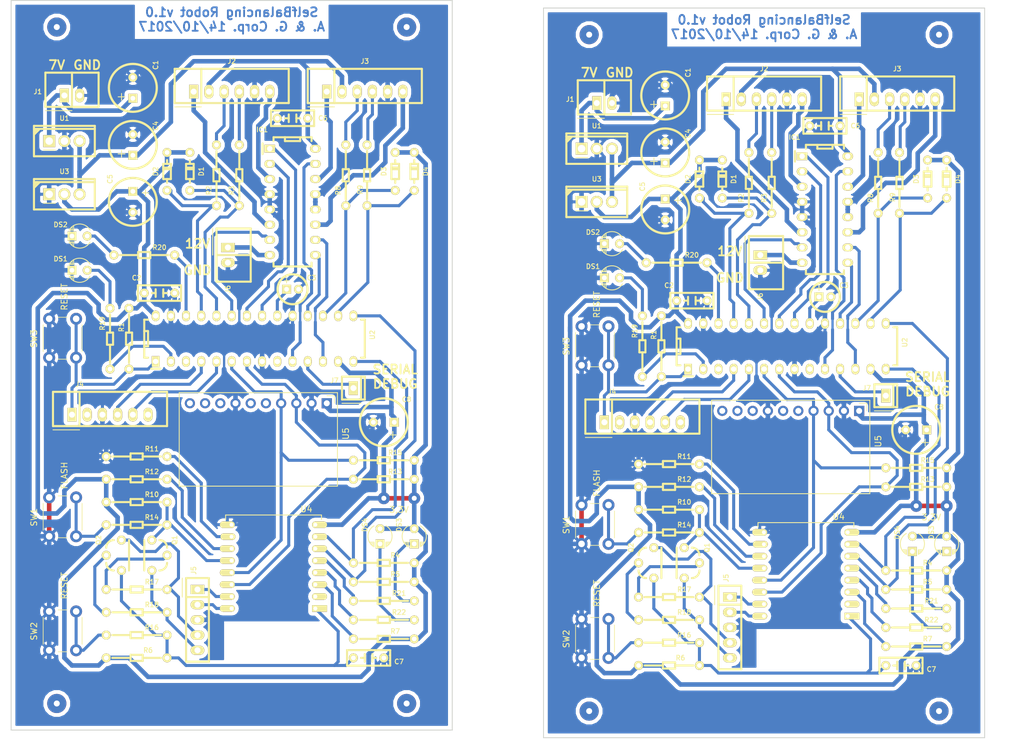
<source format=kicad_pcb>
(kicad_pcb (version 4) (host pcbnew 4.0.6)
  (title_block (title "SelfBalancing Robot") (date 2017-10-12) (rev 1.0) (company "A. & G. Corp."))
  (layers (0 F.Cu jumper) (31 B.Cu signal) (34 B.Paste user) (35 F.Paste user) (36 B.SilkS user) (37 F.SilkS user) (38 B.Mask user) (39 F.Mask user) (44 Edge.Cuts user))
  (net 0 "")
  (net 1 V+)
  (net 2 GND)
  (net 3 +3.3)
  (net 4 "Net-(C3-Pad1)")
  (net 5 +5)
  (net 6 /ESP-RST)
  (net 7 /MOT_LEFT_PWM)
  (net 8 /MOT_LEFT_DIR0)
  (net 9 "Net-(IC1-Pad3)")
  (net 10 "Net-(IC1-Pad6)")
  (net 11 /MOT_LEFT_DIR1)
  (net 12 +12)
  (net 13 /MOT_RIGHT_PWM)
  (net 14 /MOT_RIGHT_DIR1)
  (net 15 "Net-(IC1-Pad11)")
  (net 16 "Net-(IC1-Pad14)")
  (net 17 /MOT_RIGHT_DIR0)
  (net 18 "Net-(J2-Pad3)")
  (net 19 "Net-(J2-Pad4)")
  (net 20 "Net-(J3-Pad3)")
  (net 21 "Net-(J3-Pad4)")
  (net 22 /ICSP_VPP)
  (net 23 "Net-(J4-Pad2)")
  (net 24 /ICSP_PGD)
  (net 25 /ICSP_PGC)
  (net 26 "Net-(J4-Pad6)")
  (net 27 "Net-(J5-Pad1)")
  (net 28 "Net-(J5-Pad2)")
  (net 29 "Net-(J5-Pad4)")
  (net 30 "Net-(J5-Pad5)")
  (net 31 "Net-(Q1-Pad2)")
  (net 32 "Net-(Q1-Pad1)")
  (net 33 "Net-(Q2-Pad2)")
  (net 34 /MOT_LEFT_ENC0)
  (net 35 /MOT_LEFT_ENC1)
  (net 36 /MOT_SDA)
  (net 37 /MOT_SCL)
  (net 38 "Net-(R7-Pad2)")
  (net 39 /MOT_RIGHT_ENC0)
  (net 40 /MOT_RIGHT_ENC1)
  (net 41 "Net-(R11-Pad1)")
  (net 42 "Net-(R12-Pad2)")
  (net 43 /MPU_SCL)
  (net 44 "Net-(R14-Pad2)")
  (net 45 /MPU_SDA)
  (net 46 "Net-(R16-Pad2)")
  (net 47 "Net-(U2-Pad3)")
  (net 48 "Net-(U4-Pad2)")
  (net 49 "Net-(U5-Pad5)")
  (net 50 "Net-(U5-Pad6)")
  (net 51 "Net-(U5-Pad8)")
  (net 52 "Net-(U5-Pad9)")
  (net 53 "Net-(U5-Pad10)")
  (net 54 "Net-(U2-Pad9)")
  (net 55 "Net-(DS1-Pad2)")
  (net 56 "Net-(DS2-Pad2)")
  (net 57 "Net-(J7-Pad1)")
  (net 58 "Net-(R19-Pad1)")
  (net 59 "Net-(R20-Pad1)")
  (net 60 "Net-(DS3-Pad1)")
  (net 61 "Net-(DS4-Pad1)")
  (net 62 "Net-(R21-Pad2)")
  (net 63 "Net-(R22-Pad2)")
  (module Wire_Pads:SolderWirePad_single_0-8mmDrill (layer F.Cu) (at 91.44 105.41)
    (fp_text reference 3,3V (at -2.54 1.905) (layer F.SilkS))
    (fp_text value "")
    (pad 1 thru_hole circle (at 0 0) (size 1.99898 1.99898) (drill 0.8001) (layers *.Cu *.Mask) (net 3 +3.3))
  )
  (module Wire_Pads:SolderWirePad_single_0-8mmDrill (layer F.Cu) (at 86.36 105.41)
    (fp_text reference "" (at 0 -2.54) (layer F.SilkS))
    (fp_text value "")
    (pad 1 thru_hole circle (at 0 0) (size 1.99898 1.99898) (drill 0.8001) (layers *.Cu *.Mask) (net 3 +3.3))
  )
  (module Mounting_Holes:MountingHole_3.2mm_M3 (layer F.Cu) (at 90.17 139.7)
    (fp_text reference REF** hide)
    (fp_text value MountingHole_3.2mm_M3)
    (pad "" np_thru_hole circle (at 0 0) (size 3.2 3.2) (drill 1) (layers *.Cu *.Mask))
  )
  (module Mounting_Holes:MountingHole_3.2mm_M3 (layer F.Cu) (at 31.75 139.7)
    (fp_text reference REF** hide)
    (fp_text value MountingHole_3.2mm_M3)
    (pad "" np_thru_hole circle (at 0 0) (size 3.2 3.2) (drill 1) (layers *.Cu *.Mask))
  )
  (module Mounting_Holes:MountingHole_3.2mm_M3 (layer F.Cu) (at 31.75 26.67)
    (fp_text reference REF** hide)
    (fp_text value MountingHole_3.2mm_M3)
    (pad "" np_thru_hole circle (at 0 0) (size 3.2 3.2) (drill 1) (layers *.Cu *.Mask))
  )
  (module Mounting_Holes:MountingHole_3.2mm_M3 (layer F.Cu) (at 90.17 26.67)
    (fp_text reference REF** hide)
    (fp_text value MountingHole_3.2mm_M3)
    (pad "" np_thru_hole circle (at 0 0) (size 3.2 3.2) (drill 1) (layers *.Cu *.Mask))
  )
  (module selfbalancingrobot:C-ALUM-8mm (layer F.Cu) (at 44.45 36.83 90)
    (fp_text reference C1 (at 3.81 3.81 90) (layer F.SilkS) (effects (font (size 0.8 0.8))))
    (fp_text value 220u)
    (fp_text user + (at -1.5 -2 90) (layer F.SilkS) (effects (font (size 1.5 1.5))))
    (pad 1 thru_hole rect (at -1.75006 0 90) (size 1.5 1.5) (drill 0.8) (layers *.Cu *.Mask F.SilkS) (net 1 V+))
    (pad 2 thru_hole circle (at 1.75006 0 90) (size 1.5 1.5) (drill 0.8) (layers *.Cu *.Mask F.SilkS) (net 2 GND))
  )
  (module selfbalancingrobot:C-FILM-2.5mm (layer F.Cu) (at 48.895 71.12)
    (fp_text reference C2 (at -3.81 -2.54) (layer F.SilkS) (effects (font (size 0.8 0.8))))
    (fp_text value 100n)
    (pad 1 thru_hole circle (at -2.54 0) (size 1.5 1.5) (drill 0.8) (layers *.Cu *.Mask F.SilkS) (net 3 +3.3))
    (pad 2 thru_hole circle (at 2.54 0) (size 1.5 1.5) (drill 0.8) (layers *.Cu *.Mask F.SilkS) (net 2 GND))
  )
  (module selfbalancingrobot:C-ALUM-5mm (layer F.Cu) (at 71.12 70.485)
    (fp_text reference C3 (at 3.175 -1.905) (layer F.SilkS) (effects (font (size 0.8 0.8))))
    (fp_text value 10u)
    (fp_text user + (at -1 -1.5) (layer F.SilkS))
    (pad 1 thru_hole rect (at -1 0) (size 1.5 1.5) (drill 0.8) (layers *.Cu *.Mask F.SilkS) (net 4 "Net-(C3-Pad1)"))
    (pad 2 thru_hole circle (at 1 0) (size 1.5 1.5) (drill 0.8) (layers *.Cu *.Mask F.SilkS) (net 2 GND))
  )
  (module selfbalancingrobot:C-ALUM-8mm (layer F.Cu) (at 44.45 46.355 90)
    (fp_text reference C4 (at 3.175 3.81 90) (layer F.SilkS) (effects (font (size 0.8 0.8))))
    (fp_text value 220u)
    (fp_text user + (at -1.5 -2 90) (layer F.SilkS) (effects (font (size 1.5 1.5))))
    (pad 1 thru_hole rect (at -1.75006 0 90) (size 1.5 1.5) (drill 0.8) (layers *.Cu *.Mask F.SilkS) (net 5 +5))
    (pad 2 thru_hole circle (at 1.75006 0 90) (size 1.5 1.5) (drill 0.8) (layers *.Cu *.Mask F.SilkS) (net 2 GND))
  )
  (module selfbalancingrobot:C-ALUM-8mm (layer F.Cu) (at 44.45 55.88 270)
    (fp_text reference C5 (at -3.81 3.81 270) (layer F.SilkS) (effects (font (size 0.8 0.8))))
    (fp_text value 220u)
    (fp_text user + (at -1.5 -2 270) (layer F.SilkS) (effects (font (size 1.5 1.5))))
    (pad 1 thru_hole rect (at -1.75006 0 270) (size 1.5 1.5) (drill 0.8) (layers *.Cu *.Mask F.SilkS) (net 3 +3.3))
    (pad 2 thru_hole circle (at 1.75006 0 270) (size 1.5 1.5) (drill 0.8) (layers *.Cu *.Mask F.SilkS) (net 2 GND))
  )
  (module selfbalancingrobot:C-FILM-2.5mm (layer F.Cu) (at 71.12 41.91 180)
    (fp_text reference C6 (at -5.08 0 180) (layer F.SilkS) (effects (font (size 0.8 0.8))))
    (fp_text value 100n)
    (pad 1 thru_hole circle (at -2.54 0 180) (size 1.5 1.5) (drill 0.8) (layers *.Cu *.Mask F.SilkS) (net 5 +5))
    (pad 2 thru_hole circle (at 2.54 0 180) (size 1.5 1.5) (drill 0.8) (layers *.Cu *.Mask F.SilkS) (net 2 GND))
  )
  (module selfbalancingrobot:C-FILM-2.5mm (layer F.Cu) (at 83.82 132.08)
    (fp_text reference C7 (at 5.08 0.635) (layer F.SilkS) (effects (font (size 0.8 0.8))))
    (fp_text value 100n)
    (pad 1 thru_hole circle (at -2.54 0) (size 1.5 1.5) (drill 0.8) (layers *.Cu *.Mask F.SilkS) (net 6 /ESP-RST))
    (pad 2 thru_hole circle (at 2.54 0) (size 1.5 1.5) (drill 0.8) (layers *.Cu *.Mask F.SilkS) (net 2 GND))
  )
  (module selfbalancingrobot:C-ALUM-8mm (layer F.Cu) (at 86.36 92.71 180)
    (fp_text reference C8 (at -3.81 3.81 180) (layer F.SilkS) (effects (font (size 0.8 0.8))))
    (fp_text value 220u)
    (fp_text user + (at -1.5 -2 180) (layer F.SilkS) (effects (font (size 1.5 1.5))))
    (pad 1 thru_hole rect (at -1.75006 0 180) (size 1.5 1.5) (drill 0.8) (layers *.Cu *.Mask F.SilkS) (net 3 +3.3))
    (pad 2 thru_hole circle (at 1.75006 0 180) (size 1.5 1.5) (drill 0.8) (layers *.Cu *.Mask F.SilkS) (net 2 GND))
  )
  (module selfbalancingrobot:DO-35 (layer F.Cu) (at 53.975 50.8 270)
    (fp_text reference D1 (at 0 -1.905 270) (layer F.SilkS) (effects (font (size 0.8 0.8))))
    (fp_text value 1N4148)
    (pad 1 thru_hole circle (at -3.175 0 90) (size 1.5 1.5) (drill 0.8) (layers *.Cu *.Mask F.SilkS) (net 3 +3.3))
    (pad 2 thru_hole circle (at 3.175 0 90) (size 1.5 1.5) (drill 0.8) (layers *.Cu *.Mask F.SilkS) (net 35 /MOT_LEFT_ENC1))
  )
  (module selfbalancingrobot:DO-35 (layer F.Cu) (at 50.165 50.8 270)
    (fp_text reference D2 (at 0 1.905 270) (layer F.SilkS) (effects (font (size 0.8 0.8))))
    (fp_text value 1N4148)
    (pad 1 thru_hole circle (at -3.175 0 90) (size 1.5 1.5) (drill 0.8) (layers *.Cu *.Mask F.SilkS) (net 3 +3.3))
    (pad 2 thru_hole circle (at 3.175 0 90) (size 1.5 1.5) (drill 0.8) (layers *.Cu *.Mask F.SilkS) (net 34 /MOT_LEFT_ENC0))
  )
  (module selfbalancingrobot:DO-35 (layer F.Cu) (at 88.265 50.8 270)
    (fp_text reference D3 (at 0 1.905 270) (layer F.SilkS) (effects (font (size 0.8 0.8))))
    (fp_text value 1N4148)
    (pad 1 thru_hole circle (at -3.175 0 90) (size 1.5 1.5) (drill 0.8) (layers *.Cu *.Mask F.SilkS) (net 3 +3.3))
    (pad 2 thru_hole circle (at 3.175 0 90) (size 1.5 1.5) (drill 0.8) (layers *.Cu *.Mask F.SilkS) (net 39 /MOT_RIGHT_ENC0))
  )
  (module selfbalancingrobot:DO-35 (layer F.Cu) (at 91.44 50.8 270)
    (fp_text reference D4 (at 0 -1.905 270) (layer F.SilkS) (effects (font (size 0.8 0.8))))
    (fp_text value 1N4148)
    (pad 1 thru_hole circle (at -3.175 0 90) (size 1.5 1.5) (drill 0.8) (layers *.Cu *.Mask F.SilkS) (net 3 +3.3))
    (pad 2 thru_hole circle (at 3.175 0 90) (size 1.5 1.5) (drill 0.8) (layers *.Cu *.Mask F.SilkS) (net 40 /MOT_RIGHT_ENC1))
  )
  (module selfbalancingrobot:LED-3mm (layer F.Cu) (at 35.56 67.31)
    (fp_text reference DS1 (at -3.175 -1.905) (layer F.SilkS) (effects (font (size 0.8 0.8))))
    (fp_text value IND0)
    (pad 1 thru_hole rect (at -1.27 0 180) (size 1.5 1.5) (drill 0.8) (layers *.Cu *.Mask F.SilkS) (net 2 GND))
    (pad 2 thru_hole circle (at 1.27 0 180) (size 1.5 1.5) (drill 0.8) (layers *.Cu *.Mask F.SilkS) (net 55 "Net-(DS1-Pad2)"))
  )
  (module selfbalancingrobot:LED-3mm (layer F.Cu) (at 35.56 61.595)
    (fp_text reference DS2 (at -3.175 -1.905) (layer F.SilkS) (effects (font (size 0.8 0.8))))
    (fp_text value IND1)
    (pad 1 thru_hole rect (at -1.27 0 180) (size 1.5 1.5) (drill 0.8) (layers *.Cu *.Mask F.SilkS) (net 2 GND))
    (pad 2 thru_hole circle (at 1.27 0 180) (size 1.5 1.5) (drill 0.8) (layers *.Cu *.Mask F.SilkS) (net 56 "Net-(DS2-Pad2)"))
  )
  (module selfbalancingrobot:LED-3mm (layer F.Cu) (at 91.44 111.76 90)
    (fp_text reference DS3 (at 1.905 -2.54 90) (layer F.SilkS) (effects (font (size 0.8 0.8))))
    (fp_text value ESP_IND1)
    (pad 1 thru_hole rect (at -1.27 0 270) (size 1.5 1.5) (drill 0.8) (layers *.Cu *.Mask F.SilkS) (net 60 "Net-(DS3-Pad1)"))
    (pad 2 thru_hole circle (at 1.27 0 270) (size 1.5 1.5) (drill 0.8) (layers *.Cu *.Mask F.SilkS) (net 3 +3.3))
  )
  (module selfbalancingrobot:LED-3mm (layer F.Cu) (at 85.725 111.76 90)
    (fp_text reference DS4 (at 1.905 -2.54 90) (layer F.SilkS) (effects (font (size 0.8 0.8))))
    (fp_text value ESP_IND0)
    (pad 1 thru_hole rect (at -1.27 0 270) (size 1.5 1.5) (drill 0.8) (layers *.Cu *.Mask F.SilkS) (net 61 "Net-(DS4-Pad1)"))
    (pad 2 thru_hole circle (at 1.27 0 270) (size 1.5 1.5) (drill 0.8) (layers *.Cu *.Mask F.SilkS) (net 3 +3.3))
  )
  (module selfbalancingrobot:DIP-16 (layer F.Cu) (at 71.12 55.88)
    (fp_text reference IC1 (at -5.08 -12.065) (layer F.SilkS) (effects (font (size 0.8 0.8))))
    (fp_text value SN754410)
    (pad 1 thru_hole rect (at -3.81 -8.89) (size 1.778 1.3) (drill 0.9) (layers *.Cu *.Mask F.SilkS) (net 7 /MOT_LEFT_PWM))
    (pad 2 thru_hole oval (at -3.81 -6.35) (size 1.778 1.3) (drill 0.9) (layers *.Cu *.Mask F.SilkS) (net 8 /MOT_LEFT_DIR0))
    (pad 3 thru_hole oval (at -3.81 -3.81) (size 1.778 1.3) (drill 0.9) (layers *.Cu *.Mask F.SilkS) (net 9 "Net-(IC1-Pad3)"))
    (pad 4 thru_hole oval (at -3.81 -1.27) (size 1.778 1.3) (drill 0.9) (layers *.Cu *.Mask F.SilkS) (net 2 GND))
    (pad 5 thru_hole oval (at -3.81 1.27) (size 1.778 1.3) (drill 0.9) (layers *.Cu *.Mask F.SilkS) (net 2 GND))
    (pad 6 thru_hole oval (at -3.81 3.81) (size 1.778 1.3) (drill 0.9) (layers *.Cu *.Mask F.SilkS) (net 10 "Net-(IC1-Pad6)"))
    (pad 7 thru_hole oval (at -3.81 6.35) (size 1.778 1.3) (drill 0.9) (layers *.Cu *.Mask F.SilkS) (net 11 /MOT_LEFT_DIR1))
    (pad 8 thru_hole oval (at -3.81 8.89) (size 1.778 1.3) (drill 0.9) (layers *.Cu *.Mask F.SilkS) (net 12 +12))
    (pad 9 thru_hole oval (at 3.81 8.89) (size 1.778 1.3) (drill 0.9) (layers *.Cu *.Mask F.SilkS) (net 13 /MOT_RIGHT_PWM))
    (pad 10 thru_hole oval (at 3.81 6.35) (size 1.778 1.3) (drill 0.9) (layers *.Cu *.Mask F.SilkS) (net 14 /MOT_RIGHT_DIR1))
    (pad 11 thru_hole oval (at 3.81 3.81) (size 1.778 1.3) (drill 0.9) (layers *.Cu *.Mask F.SilkS) (net 15 "Net-(IC1-Pad11)"))
    (pad 12 thru_hole oval (at 3.81 1.27) (size 1.778 1.3) (drill 0.9) (layers *.Cu *.Mask F.SilkS) (net 2 GND))
    (pad 13 thru_hole oval (at 3.81 -1.27) (size 1.778 1.3) (drill 0.9) (layers *.Cu *.Mask F.SilkS) (net 2 GND))
    (pad 14 thru_hole oval (at 3.81 -3.81) (size 1.778 1.3) (drill 0.9) (layers *.Cu *.Mask F.SilkS) (net 16 "Net-(IC1-Pad14)"))
    (pad 15 thru_hole oval (at 3.81 -6.35) (size 1.778 1.3) (drill 0.9) (layers *.Cu *.Mask F.SilkS) (net 17 /MOT_RIGHT_DIR0))
    (pad 16 thru_hole oval (at 3.81 -8.89) (size 1.778 1.3) (drill 0.9) (layers *.Cu *.Mask F.SilkS) (net 5 +5))
  )
  (module selfbalancingrobot:CONN-100MIL-M-1x2-SHROUD (layer F.Cu) (at 34.29 38.1)
    (fp_text reference J1 (at -5.715 -0.635) (layer F.SilkS) (effects (font (size 0.8 0.8))))
    (fp_text value POWER)
    (pad 1 thru_hole rect (at -1.27 0) (size 1.524 2.286) (drill 1) (layers *.Cu *.Mask F.SilkS) (net 1 V+))
    (pad 2 thru_hole oval (at 1.27 0) (size 1.524 2.286) (drill 1) (layers *.Cu *.Mask F.SilkS) (net 2 GND))
  )
  (module selfbalancingrobot:CONN-100MIL-M-1x6-SHROUD (layer F.Cu) (at 60.96 37.465)
    (fp_text reference J2 (at 0 -5.08) (layer F.SilkS) (effects (font (size 0.8 0.8))))
    (fp_text value MOT-LEFT)
    (pad 1 thru_hole rect (at -6.35 0) (size 1.524 2.286) (drill 1) (layers *.Cu *.Mask F.SilkS) (net 10 "Net-(IC1-Pad6)"))
    (pad 2 thru_hole oval (at -3.81 0) (size 1.524 2.286) (drill 1) (layers *.Cu *.Mask F.SilkS) (net 5 +5))
    (pad 3 thru_hole oval (at -1.27 0) (size 1.524 2.286) (drill 1) (layers *.Cu *.Mask F.SilkS) (net 18 "Net-(J2-Pad3)"))
    (pad 4 thru_hole oval (at 1.27 0) (size 1.524 2.286) (drill 1) (layers *.Cu *.Mask F.SilkS) (net 19 "Net-(J2-Pad4)"))
    (pad 5 thru_hole oval (at 3.81 0) (size 1.524 2.286) (drill 1) (layers *.Cu *.Mask F.SilkS) (net 2 GND))
    (pad 6 thru_hole oval (at 6.35 0) (size 1.524 2.286) (drill 1) (layers *.Cu *.Mask F.SilkS) (net 9 "Net-(IC1-Pad3)"))
  )
  (module selfbalancingrobot:CONN-100MIL-M-1x6-SHROUD (layer F.Cu) (at 83.185 37.465)
    (fp_text reference J3 (at 0 -5.08) (layer F.SilkS) (effects (font (size 0.8 0.8))))
    (fp_text value MOT-RIGHT)
    (pad 1 thru_hole rect (at -6.35 0) (size 1.524 2.286) (drill 1) (layers *.Cu *.Mask F.SilkS) (net 16 "Net-(IC1-Pad14)"))
    (pad 2 thru_hole oval (at -3.81 0) (size 1.524 2.286) (drill 1) (layers *.Cu *.Mask F.SilkS) (net 5 +5))
    (pad 3 thru_hole oval (at -1.27 0) (size 1.524 2.286) (drill 1) (layers *.Cu *.Mask F.SilkS) (net 20 "Net-(J3-Pad3)"))
    (pad 4 thru_hole oval (at 1.27 0) (size 1.524 2.286) (drill 1) (layers *.Cu *.Mask F.SilkS) (net 21 "Net-(J3-Pad4)"))
    (pad 5 thru_hole oval (at 3.81 0) (size 1.524 2.286) (drill 1) (layers *.Cu *.Mask F.SilkS) (net 2 GND))
    (pad 6 thru_hole oval (at 6.35 0) (size 1.524 2.286) (drill 1) (layers *.Cu *.Mask F.SilkS) (net 15 "Net-(IC1-Pad11)"))
  )
  (module selfbalancingrobot:CONN-100MIL-M-1x6-SHROUD (layer F.Cu) (at 40.64 91.44)
    (fp_text reference J4 (at -5.08 -5.08) (layer F.SilkS) (effects (font (size 0.8 0.8))))
    (fp_text value ICSP)
    (pad 1 thru_hole rect (at -6.35 0) (size 1.524 2.286) (drill 1) (layers *.Cu *.Mask F.SilkS) (net 22 /ICSP_VPP))
    (pad 2 thru_hole oval (at -3.81 0) (size 1.524 2.286) (drill 1) (layers *.Cu *.Mask F.SilkS) (net 23 "Net-(J4-Pad2)"))
    (pad 3 thru_hole oval (at -1.27 0) (size 1.524 2.286) (drill 1) (layers *.Cu *.Mask F.SilkS) (net 2 GND))
    (pad 4 thru_hole oval (at 1.27 0) (size 1.524 2.286) (drill 1) (layers *.Cu *.Mask F.SilkS) (net 24 /ICSP_PGD))
    (pad 5 thru_hole oval (at 3.81 0) (size 1.524 2.286) (drill 1) (layers *.Cu *.Mask F.SilkS) (net 25 /ICSP_PGC))
    (pad 6 thru_hole oval (at 6.35 0) (size 1.524 2.286) (drill 1) (layers *.Cu *.Mask F.SilkS) (net 26 "Net-(J4-Pad6)"))
  )
  (module selfbalancingrobot:CONN-100MIL-F-1x5 (layer F.Cu) (at 55.245 125.73 270)
    (fp_text reference J5 (at -8.255 0.635 270) (layer F.SilkS) (effects (font (size 0.8 0.8))))
    (fp_text value ESP-RS232)
    (pad 1 thru_hole rect (at -5.08 0 270) (size 1.524 2.286) (drill 1) (layers *.Cu *.Mask F.SilkS) (net 27 "Net-(J5-Pad1)"))
    (pad 2 thru_hole oval (at -2.54 0 270) (size 1.524 2.286) (drill 1) (layers *.Cu *.Mask F.SilkS) (net 28 "Net-(J5-Pad2)"))
    (pad 3 thru_hole oval (at 0 0 270) (size 1.524 2.286) (drill 1) (layers *.Cu *.Mask F.SilkS) (net 2 GND))
    (pad 4 thru_hole oval (at 2.54 0 270) (size 1.524 2.286) (drill 1) (layers *.Cu *.Mask F.SilkS) (net 29 "Net-(J5-Pad4)"))
    (pad 5 thru_hole oval (at 5.08 0 270) (size 1.524 2.286) (drill 1) (layers *.Cu *.Mask F.SilkS) (net 30 "Net-(J5-Pad5)"))
  )
  (module selfbalancingrobot:CONN-100MIL-M-1x2-SHROUD (layer F.Cu) (at 60.325 64.77 270)
    (fp_text reference J6 (at 5.715 0 270) (layer F.SilkS) (effects (font (size 0.8 0.8))))
    (fp_text value MOT-POWER)
    (pad 1 thru_hole rect (at -1.27 0 270) (size 1.524 2.286) (drill 1) (layers *.Cu *.Mask F.SilkS) (net 12 +12))
    (pad 2 thru_hole oval (at 1.27 0 270) (size 1.524 2.286) (drill 1) (layers *.Cu *.Mask F.SilkS) (net 2 GND))
  )
  (module selfbalancingrobot:CONN-100MIL-M-1x1 (layer F.Cu) (at 81.28 86.995)
    (fp_text reference J7 (at -3.175 -1.27) (layer F.SilkS) (effects (font (size 0.8 0.8))))
    (fp_text value DEBUG-TX)
    (pad 1 thru_hole rect (at 0 0) (size 1.524 2.286) (drill 1) (layers *.Cu *.Mask F.SilkS) (net 57 "Net-(J7-Pad1)"))
  )
  (module selfbalancingrobot:TO-92 (layer F.Cu) (at 47.625 114.935 270)
    (fp_text reference Q1 (at -2.54 -3.81 270) (layer F.SilkS) (effects (font (size 0.8 0.8))))
    (fp_text value BC547)
    (pad 2 thru_hole circle (at 0 -2.54 270) (size 1.5 1.5) (drill 0.8) (layers *.Cu *.Mask F.SilkS) (net 31 "Net-(Q1-Pad2)"))
    (pad 1 thru_hole circle (at -2.54 0 270) (size 1.5 1.5) (drill 0.8) (layers *.Cu *.Mask F.SilkS) (net 32 "Net-(Q1-Pad1)"))
    (pad 3 thru_hole circle (at 2.54 0 270) (size 1.5 1.5) (drill 0.8) (layers *.Cu *.Mask F.SilkS) (net 30 "Net-(J5-Pad5)"))
  )
  (module selfbalancingrobot:TO-92 (layer F.Cu) (at 42.545 114.935 90)
    (fp_text reference Q2 (at 2.54 -3.81 90) (layer F.SilkS) (effects (font (size 0.8 0.8))))
    (fp_text value BC547)
    (pad 2 thru_hole circle (at 0 -2.54 90) (size 1.5 1.5) (drill 0.8) (layers *.Cu *.Mask F.SilkS) (net 33 "Net-(Q2-Pad2)"))
    (pad 1 thru_hole circle (at -2.54 0 90) (size 1.5 1.5) (drill 0.8) (layers *.Cu *.Mask F.SilkS) (net 6 /ESP-RST))
    (pad 3 thru_hole circle (at 2.54 0 90) (size 1.5 1.5) (drill 0.8) (layers *.Cu *.Mask F.SilkS) (net 29 "Net-(J5-Pad4)"))
  )
  (module selfbalancingrobot:R-250mW (layer F.Cu) (at 43.815 78.74 90)
    (fp_text reference R1 (at 1.905 -1.27 90) (layer F.SilkS) (effects (font (size 0.8 0.8))))
    (fp_text value 10K)
    (pad 1 thru_hole circle (at -5.08 0 90) (size 1.5 1.5) (drill 0.8) (layers *.Cu *.Mask F.SilkS) (net 22 /ICSP_VPP))
    (pad 2 thru_hole circle (at 5.08 0 90) (size 1.5 1.5) (drill 0.8) (layers *.Cu *.Mask F.SilkS) (net 3 +3.3))
  )
  (module selfbalancingrobot:R-250mW (layer F.Cu) (at 58.42 51.435 90)
    (fp_text reference R2 (at -2.54 -1.27 90) (layer F.SilkS) (effects (font (size 0.8 0.8))))
    (fp_text value 1K)
    (pad 1 thru_hole circle (at -5.08 0 90) (size 1.5 1.5) (drill 0.8) (layers *.Cu *.Mask F.SilkS) (net 34 /MOT_LEFT_ENC0))
    (pad 2 thru_hole circle (at 5.08 0 90) (size 1.5 1.5) (drill 0.8) (layers *.Cu *.Mask F.SilkS) (net 18 "Net-(J2-Pad3)"))
  )
  (module selfbalancingrobot:R-250mW (layer F.Cu) (at 62.23 51.435 90)
    (fp_text reference R3 (at -2.54 -1.27 90) (layer F.SilkS) (effects (font (size 0.8 0.8))))
    (fp_text value 1K)
    (pad 1 thru_hole circle (at -5.08 0 90) (size 1.5 1.5) (drill 0.8) (layers *.Cu *.Mask F.SilkS) (net 35 /MOT_LEFT_ENC1))
    (pad 2 thru_hole circle (at 5.08 0 90) (size 1.5 1.5) (drill 0.8) (layers *.Cu *.Mask F.SilkS) (net 19 "Net-(J2-Pad4)"))
  )
  (module selfbalancingrobot:R-250mW (layer F.Cu) (at 86.36 116.205 180)
    (fp_text reference R4 (at -1.905 1.27 180) (layer F.SilkS) (effects (font (size 0.8 0.8))))
    (fp_text value 4K7)
    (pad 1 thru_hole circle (at -5.08 0 180) (size 1.5 1.5) (drill 0.8) (layers *.Cu *.Mask F.SilkS) (net 3 +3.3))
    (pad 2 thru_hole circle (at 5.08 0 180) (size 1.5 1.5) (drill 0.8) (layers *.Cu *.Mask F.SilkS) (net 36 /MOT_SDA))
  )
  (module selfbalancingrobot:R-250mW (layer F.Cu) (at 86.36 119.38 180)
    (fp_text reference R5 (at -1.905 1.27 180) (layer F.SilkS) (effects (font (size 0.8 0.8))))
    (fp_text value 4K7)
    (pad 1 thru_hole circle (at -5.08 0 180) (size 1.5 1.5) (drill 0.8) (layers *.Cu *.Mask F.SilkS) (net 3 +3.3))
    (pad 2 thru_hole circle (at 5.08 0 180) (size 1.5 1.5) (drill 0.8) (layers *.Cu *.Mask F.SilkS) (net 37 /MOT_SCL))
  )
  (module selfbalancingrobot:R-250mW (layer F.Cu) (at 45.085 132.08)
    (fp_text reference R6 (at 1.905 -1.27) (layer F.SilkS) (effects (font (size 0.8 0.8))))
    (fp_text value 12K)
    (pad 1 thru_hole circle (at -5.08 0) (size 1.5 1.5) (drill 0.8) (layers *.Cu *.Mask F.SilkS) (net 3 +3.3))
    (pad 2 thru_hole circle (at 5.08 0) (size 1.5 1.5) (drill 0.8) (layers *.Cu *.Mask F.SilkS) (net 6 /ESP-RST))
  )
  (module selfbalancingrobot:R-250mW (layer F.Cu) (at 86.36 128.905 180)
    (fp_text reference R7 (at -1.905 1.27 180) (layer F.SilkS) (effects (font (size 0.8 0.8))))
    (fp_text value 12K)
    (pad 1 thru_hole circle (at -5.08 0 180) (size 1.5 1.5) (drill 0.8) (layers *.Cu *.Mask F.SilkS) (net 3 +3.3))
    (pad 2 thru_hole circle (at 5.08 0 180) (size 1.5 1.5) (drill 0.8) (layers *.Cu *.Mask F.SilkS) (net 38 "Net-(R7-Pad2)"))
  )
  (module selfbalancingrobot:R-250mW (layer F.Cu) (at 80.01 51.435 90)
    (fp_text reference R8 (at -2.54 -1.27 90) (layer F.SilkS) (effects (font (size 0.8 0.8))))
    (fp_text value 1K)
    (pad 1 thru_hole circle (at -5.08 0 90) (size 1.5 1.5) (drill 0.8) (layers *.Cu *.Mask F.SilkS) (net 39 /MOT_RIGHT_ENC0))
    (pad 2 thru_hole circle (at 5.08 0 90) (size 1.5 1.5) (drill 0.8) (layers *.Cu *.Mask F.SilkS) (net 20 "Net-(J3-Pad3)"))
  )
  (module selfbalancingrobot:R-250mW (layer F.Cu) (at 83.566 51.435 90)
    (fp_text reference R9 (at -2.413 -1.143 90) (layer F.SilkS) (effects (font (size 0.8 0.8))))
    (fp_text value 1K)
    (pad 1 thru_hole circle (at -5.08 0 90) (size 1.5 1.5) (drill 0.8) (layers *.Cu *.Mask F.SilkS) (net 40 /MOT_RIGHT_ENC1))
    (pad 2 thru_hole circle (at 5.08 0 90) (size 1.5 1.5) (drill 0.8) (layers *.Cu *.Mask F.SilkS) (net 21 "Net-(J3-Pad4)"))
  )
  (module selfbalancingrobot:R-250mW (layer F.Cu) (at 45.085 106.045)
    (fp_text reference R10 (at 2.54 -1.27) (layer F.SilkS) (effects (font (size 0.8 0.8))))
    (fp_text value 12K)
    (pad 1 thru_hole circle (at -5.08 0) (size 1.5 1.5) (drill 0.8) (layers *.Cu *.Mask F.SilkS) (net 3 +3.3))
    (pad 2 thru_hole circle (at 5.08 0) (size 1.5 1.5) (drill 0.8) (layers *.Cu *.Mask F.SilkS) (net 32 "Net-(Q1-Pad1)"))
  )
  (module selfbalancingrobot:R-250mW (layer F.Cu) (at 45.085 98.425 180)
    (fp_text reference R11 (at -2.54 1.27 180) (layer F.SilkS) (effects (font (size 0.8 0.8))))
    (fp_text value 12K)
    (pad 1 thru_hole circle (at -5.08 0 180) (size 1.5 1.5) (drill 0.8) (layers *.Cu *.Mask F.SilkS) (net 41 "Net-(R11-Pad1)"))
    (pad 2 thru_hole circle (at 5.08 0 180) (size 1.5 1.5) (drill 0.8) (layers *.Cu *.Mask F.SilkS) (net 2 GND))
  )
  (module selfbalancingrobot:R-250mW (layer F.Cu) (at 45.085 102.235)
    (fp_text reference R12 (at 2.54 -1.27) (layer F.SilkS) (effects (font (size 0.8 0.8))))
    (fp_text value 12K)
    (pad 1 thru_hole circle (at -5.08 0) (size 1.5 1.5) (drill 0.8) (layers *.Cu *.Mask F.SilkS) (net 3 +3.3))
    (pad 2 thru_hole circle (at 5.08 0) (size 1.5 1.5) (drill 0.8) (layers *.Cu *.Mask F.SilkS) (net 42 "Net-(R12-Pad2)"))
  )
  (module selfbalancingrobot:R-250mW (layer F.Cu) (at 86.36 102.235 180)
    (fp_text reference R13 (at -1.905 1.27 180) (layer F.SilkS) (effects (font (size 0.8 0.8))))
    (fp_text value 4K7)
    (pad 1 thru_hole circle (at -5.08 0 180) (size 1.5 1.5) (drill 0.8) (layers *.Cu *.Mask F.SilkS) (net 3 +3.3))
    (pad 2 thru_hole circle (at 5.08 0 180) (size 1.5 1.5) (drill 0.8) (layers *.Cu *.Mask F.SilkS) (net 43 /MPU_SCL))
  )
  (module selfbalancingrobot:R-250mW (layer F.Cu) (at 45.085 109.855 180)
    (fp_text reference R14 (at -2.54 1.27 180) (layer F.SilkS) (effects (font (size 0.8 0.8))))
    (fp_text value 470)
    (pad 1 thru_hole circle (at -5.08 0 180) (size 1.5 1.5) (drill 0.8) (layers *.Cu *.Mask F.SilkS) (net 32 "Net-(Q1-Pad1)"))
    (pad 2 thru_hole circle (at 5.08 0 180) (size 1.5 1.5) (drill 0.8) (layers *.Cu *.Mask F.SilkS) (net 44 "Net-(R14-Pad2)"))
  )
  (module selfbalancingrobot:R-250mW (layer F.Cu) (at 86.36 99.06 180)
    (fp_text reference R15 (at -1.905 1.27 180) (layer F.SilkS) (effects (font (size 0.8 0.8))))
    (fp_text value 4K7)
    (pad 1 thru_hole circle (at -5.08 0 180) (size 1.5 1.5) (drill 0.8) (layers *.Cu *.Mask F.SilkS) (net 3 +3.3))
    (pad 2 thru_hole circle (at 5.08 0 180) (size 1.5 1.5) (drill 0.8) (layers *.Cu *.Mask F.SilkS) (net 45 /MPU_SDA))
  )
  (module selfbalancingrobot:R-250mW (layer F.Cu) (at 45.085 128.27 180)
    (fp_text reference R16 (at -2.54 1.27 180) (layer F.SilkS) (effects (font (size 0.8 0.8))))
    (fp_text value 470)
    (pad 1 thru_hole circle (at -5.08 0 180) (size 1.5 1.5) (drill 0.8) (layers *.Cu *.Mask F.SilkS) (net 6 /ESP-RST))
    (pad 2 thru_hole circle (at 5.08 0 180) (size 1.5 1.5) (drill 0.8) (layers *.Cu *.Mask F.SilkS) (net 46 "Net-(R16-Pad2)"))
  )
  (module selfbalancingrobot:R-250mW (layer F.Cu) (at 45.085 120.65)
    (fp_text reference R17 (at 2.54 -1.27) (layer F.SilkS) (effects (font (size 0.8 0.8))))
    (fp_text value 12K)
    (pad 1 thru_hole circle (at -5.08 0) (size 1.5 1.5) (drill 0.8) (layers *.Cu *.Mask F.SilkS) (net 31 "Net-(Q1-Pad2)"))
    (pad 2 thru_hole circle (at 5.08 0) (size 1.5 1.5) (drill 0.8) (layers *.Cu *.Mask F.SilkS) (net 29 "Net-(J5-Pad4)"))
  )
  (module selfbalancingrobot:R-250mW (layer F.Cu) (at 45.085 124.46)
    (fp_text reference R18 (at 2.54 -1.27) (layer F.SilkS) (effects (font (size 0.8 0.8))))
    (fp_text value 12K)
    (pad 1 thru_hole circle (at -5.08 0) (size 1.5 1.5) (drill 0.8) (layers *.Cu *.Mask F.SilkS) (net 33 "Net-(Q2-Pad2)"))
    (pad 2 thru_hole circle (at 5.08 0) (size 1.5 1.5) (drill 0.8) (layers *.Cu *.Mask F.SilkS) (net 30 "Net-(J5-Pad5)"))
  )
  (module selfbalancingrobot:R-250mW (layer F.Cu) (at 40.64 78.74 90)
    (fp_text reference R19 (at 2.54 -1.27 90) (layer F.SilkS) (effects (font (size 0.8 0.8))))
    (fp_text value 82)
    (pad 1 thru_hole circle (at -5.08 0 90) (size 1.5 1.5) (drill 0.8) (layers *.Cu *.Mask F.SilkS) (net 58 "Net-(R19-Pad1)"))
    (pad 2 thru_hole circle (at 5.08 0 90) (size 1.5 1.5) (drill 0.8) (layers *.Cu *.Mask F.SilkS) (net 55 "Net-(DS1-Pad2)"))
  )
  (module selfbalancingrobot:R-250mW (layer F.Cu) (at 46.355 64.77 180)
    (fp_text reference R20 (at -2.54 1.27 180) (layer F.SilkS) (effects (font (size 0.8 0.8))))
    (fp_text value 82)
    (pad 1 thru_hole circle (at -5.08 0 180) (size 1.5 1.5) (drill 0.8) (layers *.Cu *.Mask F.SilkS) (net 59 "Net-(R20-Pad1)"))
    (pad 2 thru_hole circle (at 5.08 0 180) (size 1.5 1.5) (drill 0.8) (layers *.Cu *.Mask F.SilkS) (net 56 "Net-(DS2-Pad2)"))
  )
  (module selfbalancingrobot:R-250mW (layer F.Cu) (at 86.36 122.555 180)
    (fp_text reference R21 (at -2.54 1.27 180) (layer F.SilkS) (effects (font (size 0.8 0.8))))
    (fp_text value 82)
    (pad 1 thru_hole circle (at -5.08 0 180) (size 1.5 1.5) (drill 0.8) (layers *.Cu *.Mask F.SilkS) (net 60 "Net-(DS3-Pad1)"))
    (pad 2 thru_hole circle (at 5.08 0 180) (size 1.5 1.5) (drill 0.8) (layers *.Cu *.Mask F.SilkS) (net 62 "Net-(R21-Pad2)"))
  )
  (module selfbalancingrobot:R-250mW (layer F.Cu) (at 86.36 125.73 180)
    (fp_text reference R22 (at -2.54 1.27 180) (layer F.SilkS) (effects (font (size 0.8 0.8))))
    (fp_text value 82)
    (pad 1 thru_hole circle (at -5.08 0 180) (size 1.5 1.5) (drill 0.8) (layers *.Cu *.Mask F.SilkS) (net 61 "Net-(DS4-Pad1)"))
    (pad 2 thru_hole circle (at 5.08 0 180) (size 1.5 1.5) (drill 0.8) (layers *.Cu *.Mask F.SilkS) (net 63 "Net-(R22-Pad2)"))
  )
  (module selfbalancingrobot:SW_PUSH_6mm_h5mm (layer F.Cu) (at 30.48 111.76 90)
    (fp_text reference SW1 (at 3.175 -2.54 90) (layer F.SilkS))
    (fp_text value FLASH (at 10.16 2.54 90) (layer F.SilkS))
    (pad 2 thru_hole circle (at 0 4.5 180) (size 2 2) (drill 1.1) (layers *.Cu *.Mask) (net 44 "Net-(R14-Pad2)"))
    (pad 1 thru_hole circle (at 0 0 180) (size 2 2) (drill 1.1) (layers *.Cu *.Mask) (net 2 GND))
    (pad 2 thru_hole circle (at 6.5 4.5 180) (size 2 2) (drill 1.1) (layers *.Cu *.Mask) (net 44 "Net-(R14-Pad2)"))
    (pad 1 thru_hole circle (at 6.5 0 180) (size 2 2) (drill 1.1) (layers *.Cu *.Mask) (net 2 GND))
  )
  (module selfbalancingrobot:SW_PUSH_6mm_h5mm (layer F.Cu) (at 30.48 130.81 90)
    (fp_text reference SW2 (at 3.175 -2.54 90) (layer F.SilkS))
    (fp_text value RESET (at 10.795 2.54 90) (layer F.SilkS))
    (pad 2 thru_hole circle (at 0 4.5 180) (size 2 2) (drill 1.1) (layers *.Cu *.Mask) (net 46 "Net-(R16-Pad2)"))
    (pad 1 thru_hole circle (at 0 0 180) (size 2 2) (drill 1.1) (layers *.Cu *.Mask) (net 2 GND))
    (pad 2 thru_hole circle (at 6.5 4.5 180) (size 2 2) (drill 1.1) (layers *.Cu *.Mask) (net 46 "Net-(R16-Pad2)"))
    (pad 1 thru_hole circle (at 6.5 0 180) (size 2 2) (drill 1.1) (layers *.Cu *.Mask) (net 2 GND))
  )
  (module selfbalancingrobot:SW_PUSH_6mm_h5mm (layer F.Cu) (at 30.48 81.915 90)
    (fp_text reference SW3 (at 3.175 -2.54 90) (layer F.SilkS))
    (fp_text value RESET (at 10.16 2.54 90) (layer F.SilkS))
    (pad 2 thru_hole circle (at 0 4.5 180) (size 2 2) (drill 1.1) (layers *.Cu *.Mask) (net 22 /ICSP_VPP))
    (pad 1 thru_hole circle (at 0 0 180) (size 2 2) (drill 1.1) (layers *.Cu *.Mask) (net 2 GND))
    (pad 2 thru_hole circle (at 6.5 4.5 180) (size 2 2) (drill 1.1) (layers *.Cu *.Mask) (net 22 /ICSP_VPP))
    (pad 1 thru_hole circle (at 6.5 0 180) (size 2 2) (drill 1.1) (layers *.Cu *.Mask) (net 2 GND))
  )
  (module selfbalancingrobot:TO-220 (layer F.Cu) (at 33.02 45.72)
    (fp_text reference U1 (at 0 -3.81) (layer F.SilkS) (effects (font (size 0.8 0.8))))
    (fp_text value L7805CV)
    (pad 2 thru_hole circle (at 0 0) (size 1.99898 1.99898) (drill 1.27) (layers *.Cu *.Mask F.SilkS) (net 2 GND))
    (pad 1 thru_hole rect (at -2.54 0) (size 1.99898 1.99898) (drill 1.27) (layers *.Cu *.Mask F.SilkS) (net 1 V+))
    (pad 3 thru_hole circle (at 2.54 0) (size 1.99898 1.99898) (drill 1.27) (layers *.Cu *.Mask F.SilkS) (net 5 +5))
  )
  (module selfbalancingrobot:DIP-28 (layer F.Cu) (at 64.77 78.74 90)
    (fp_text reference U2 (at 0.635 19.685 90) (layer F.SilkS) (effects (font (size 0.8 0.8))))
    (fp_text value PIC24FJ32GA002-I/SP)
    (pad 1 thru_hole rect (at -3.81 -16.51 90) (size 1.778 1.3) (drill 0.9) (layers *.Cu *.Mask F.SilkS) (net 22 /ICSP_VPP))
    (pad 2 thru_hole oval (at -3.81 -13.97 90) (size 1.778 1.3) (drill 0.9) (layers *.Cu *.Mask F.SilkS) (net 58 "Net-(R19-Pad1)"))
    (pad 3 thru_hole oval (at -3.81 -11.43 90) (size 1.778 1.3) (drill 0.9) (layers *.Cu *.Mask F.SilkS) (net 47 "Net-(U2-Pad3)"))
    (pad 4 thru_hole oval (at -3.81 -8.89 90) (size 1.778 1.3) (drill 0.9) (layers *.Cu *.Mask F.SilkS) (net 24 /ICSP_PGD))
    (pad 5 thru_hole oval (at -3.81 -6.35 90) (size 1.778 1.3) (drill 0.9) (layers *.Cu *.Mask F.SilkS) (net 25 /ICSP_PGC))
    (pad 6 thru_hole oval (at -3.81 -3.81 90) (size 1.778 1.3) (drill 0.9) (layers *.Cu *.Mask F.SilkS) (net 45 /MPU_SDA))
    (pad 7 thru_hole oval (at -3.81 -1.27 90) (size 1.778 1.3) (drill 0.9) (layers *.Cu *.Mask F.SilkS) (net 43 /MPU_SCL))
    (pad 8 thru_hole oval (at -3.81 1.27 90) (size 1.778 1.3) (drill 0.9) (layers *.Cu *.Mask F.SilkS) (net 2 GND))
    (pad 9 thru_hole oval (at -3.81 3.81 90) (size 1.778 1.3) (drill 0.9) (layers *.Cu *.Mask F.SilkS) (net 54 "Net-(U2-Pad9)"))
    (pad 10 thru_hole oval (at -3.81 6.35 90) (size 1.778 1.3) (drill 0.9) (layers *.Cu *.Mask F.SilkS) (net 17 /MOT_RIGHT_DIR0))
    (pad 11 thru_hole oval (at -3.81 8.89 90) (size 1.778 1.3) (drill 0.9) (layers *.Cu *.Mask F.SilkS) (net 57 "Net-(J7-Pad1)"))
    (pad 12 thru_hole oval (at -3.81 11.43 90) (size 1.778 1.3) (drill 0.9) (layers *.Cu *.Mask F.SilkS) (net 14 /MOT_RIGHT_DIR1))
    (pad 13 thru_hole oval (at -3.81 13.97 90) (size 1.778 1.3) (drill 0.9) (layers *.Cu *.Mask F.SilkS) (net 3 +3.3))
    (pad 14 thru_hole oval (at -3.81 16.51 90) (size 1.778 1.3) (drill 0.9) (layers *.Cu *.Mask F.SilkS) (net 36 /MOT_SDA))
    (pad 15 thru_hole oval (at 3.81 16.51 90) (size 1.778 1.3) (drill 0.9) (layers *.Cu *.Mask F.SilkS) (net 37 /MOT_SCL))
    (pad 16 thru_hole oval (at 3.81 13.97 90) (size 1.778 1.3) (drill 0.9) (layers *.Cu *.Mask F.SilkS) (net 40 /MOT_RIGHT_ENC1))
    (pad 17 thru_hole oval (at 3.81 11.43 90) (size 1.778 1.3) (drill 0.9) (layers *.Cu *.Mask F.SilkS) (net 39 /MOT_RIGHT_ENC0))
    (pad 18 thru_hole oval (at 3.81 8.89 90) (size 1.778 1.3) (drill 0.9) (layers *.Cu *.Mask F.SilkS) (net 13 /MOT_RIGHT_PWM))
    (pad 19 thru_hole oval (at 3.81 6.35 90) (size 1.778 1.3) (drill 0.9) (layers *.Cu *.Mask F.SilkS) (net 2 GND))
    (pad 20 thru_hole oval (at 3.81 3.81 90) (size 1.778 1.3) (drill 0.9) (layers *.Cu *.Mask F.SilkS) (net 4 "Net-(C3-Pad1)"))
    (pad 21 thru_hole oval (at 3.81 1.27 90) (size 1.778 1.3) (drill 0.9) (layers *.Cu *.Mask F.SilkS) (net 7 /MOT_LEFT_PWM))
    (pad 22 thru_hole oval (at 3.81 -1.27 90) (size 1.778 1.3) (drill 0.9) (layers *.Cu *.Mask F.SilkS) (net 8 /MOT_LEFT_DIR0))
    (pad 23 thru_hole oval (at 3.81 -3.81 90) (size 1.778 1.3) (drill 0.9) (layers *.Cu *.Mask F.SilkS) (net 11 /MOT_LEFT_DIR1))
    (pad 24 thru_hole oval (at 3.81 -6.35 90) (size 1.778 1.3) (drill 0.9) (layers *.Cu *.Mask F.SilkS) (net 35 /MOT_LEFT_ENC1))
    (pad 25 thru_hole oval (at 3.81 -8.89 90) (size 1.778 1.3) (drill 0.9) (layers *.Cu *.Mask F.SilkS) (net 34 /MOT_LEFT_ENC0))
    (pad 26 thru_hole oval (at 3.81 -11.43 90) (size 1.778 1.3) (drill 0.9) (layers *.Cu *.Mask F.SilkS) (net 59 "Net-(R20-Pad1)"))
    (pad 27 thru_hole oval (at 3.81 -13.97 90) (size 1.778 1.3) (drill 0.9) (layers *.Cu *.Mask F.SilkS) (net 2 GND))
    (pad 28 thru_hole oval (at 3.81 -16.51 90) (size 1.778 1.3) (drill 0.9) (layers *.Cu *.Mask F.SilkS) (net 3 +3.3))
  )
  (module selfbalancingrobot:TO-220 (layer F.Cu) (at 33.02 54.61)
    (fp_text reference U3 (at 0 -3.81) (layer F.SilkS) (effects (font (size 0.8 0.8))))
    (fp_text value LM1117T-3.3)
    (pad 2 thru_hole circle (at 0 0) (size 1.99898 1.99898) (drill 1.27) (layers *.Cu *.Mask F.SilkS) (net 3 +3.3))
    (pad 1 thru_hole rect (at -2.54 0) (size 1.99898 1.99898) (drill 1.27) (layers *.Cu *.Mask F.SilkS) (net 2 GND))
    (pad 3 thru_hole circle (at 2.54 0) (size 1.99898 1.99898) (drill 1.27) (layers *.Cu *.Mask F.SilkS) (net 5 +5))
  )
  (module selfbalancingrobot:ESP-12 (layer F.Cu) (at 74.93 123.825 180)
    (fp_text reference U4 (at 1.5 16.6 180) (layer F.SilkS))
    (fp_text value ESP-12E)
    (pad 1 thru_hole rect (at 0 0 180) (size 2.5 1.1) (drill 0.65 (offset -0.7 0)) (layers *.Cu *.Mask F.SilkS) (net 6 /ESP-RST))
    (pad 2 thru_hole oval (at 0 2 180) (size 2.5 1.1) (drill 0.65 (offset -0.7 0)) (layers *.Cu *.Mask F.SilkS) (net 48 "Net-(U4-Pad2)"))
    (pad 3 thru_hole oval (at 0 4 180) (size 2.5 1.1) (drill 0.65 (offset -0.7 0)) (layers *.Cu *.Mask F.SilkS) (net 38 "Net-(R7-Pad2)"))
    (pad 4 thru_hole oval (at 0 6 180) (size 2.5 1.1) (drill 0.65 (offset -0.7 0)) (layers *.Cu *.Mask F.SilkS) (net 63 "Net-(R22-Pad2)"))
    (pad 5 thru_hole oval (at 0 8 180) (size 2.5 1.1) (drill 0.65 (offset -0.7 0)) (layers *.Cu *.Mask F.SilkS) (net 62 "Net-(R21-Pad2)"))
    (pad 6 thru_hole oval (at 0 10 180) (size 2.5 1.1) (drill 0.65 (offset -0.7 0)) (layers *.Cu *.Mask F.SilkS) (net 37 /MOT_SCL))
    (pad 7 thru_hole oval (at 0 12 180) (size 2.5 1.1) (drill 0.65 (offset -0.7 0)) (layers *.Cu *.Mask F.SilkS) (net 36 /MOT_SDA))
    (pad 8 thru_hole oval (at 0 14 180) (size 2.5 1.1) (drill 0.65 (offset -0.7 0)) (layers *.Cu *.Mask F.SilkS) (net 3 +3.3))
    (pad 9 thru_hole oval (at 14 14 180) (size 2.5 1.1) (drill 0.65 (offset 0.7 0)) (layers *.Cu *.Mask F.SilkS) (net 2 GND))
    (pad 10 thru_hole oval (at 14 12 180) (size 2.5 1.1) (drill 0.65 (offset 0.6 0)) (layers *.Cu *.Mask F.SilkS) (net 41 "Net-(R11-Pad1)"))
    (pad 11 thru_hole oval (at 14 10 180) (size 2.5 1.1) (drill 0.65 (offset 0.7 0)) (layers *.Cu *.Mask F.SilkS) (net 42 "Net-(R12-Pad2)"))
    (pad 12 thru_hole oval (at 14 8 180) (size 2.5 1.1) (drill 0.65 (offset 0.7 0)) (layers *.Cu *.Mask F.SilkS) (net 32 "Net-(Q1-Pad1)"))
    (pad 13 thru_hole oval (at 14 6 180) (size 2.5 1.1) (drill 0.65 (offset 0.7 0)) (layers *.Cu *.Mask F.SilkS) (net 45 /MPU_SDA))
    (pad 14 thru_hole oval (at 14 4 180) (size 2.5 1.1) (drill 0.65 (offset 0.7 0)) (layers *.Cu *.Mask F.SilkS) (net 43 /MPU_SCL))
    (pad 15 thru_hole oval (at 14 2 180) (size 2.5 1.1) (drill 0.65 (offset 0.7 0)) (layers *.Cu *.Mask F.SilkS) (net 27 "Net-(J5-Pad1)"))
    (pad 16 thru_hole oval (at 14 0 180) (size 2.5 1.1) (drill 0.65 (offset 0.7 0)) (layers *.Cu *.Mask F.SilkS) (net 28 "Net-(J5-Pad2)"))
  )
  (module selfbalancingrobot:MPU9265_breakout (layer F.Cu) (at 64.135 94.615 270)
    (fp_text reference U5 (at 0 -15.875 270) (layer F.SilkS))
    (fp_text value MPU-92/65_breakout_board)
    (pad 1 thru_hole rect (at -5.08 -12.7 270) (size 1.7 1.7) (drill 1) (layers *.Cu *.Mask) (net 3 +3.3))
    (pad 2 thru_hole oval (at -5.08 -10.16 270) (size 1.7 1.7) (drill 1) (layers *.Cu *.Mask) (net 2 GND))
    (pad 3 thru_hole oval (at -5.08 -7.62 270) (size 1.7 1.7) (drill 1) (layers *.Cu *.Mask) (net 43 /MPU_SCL))
    (pad 4 thru_hole oval (at -5.08 -5.08 270) (size 1.7 1.7) (drill 1) (layers *.Cu *.Mask) (net 45 /MPU_SDA))
    (pad 5 thru_hole oval (at -5.08 -2.54 270) (size 1.7 1.7) (drill 1) (layers *.Cu *.Mask) (net 49 "Net-(U5-Pad5)"))
    (pad 6 thru_hole oval (at -5.08 0 270) (size 1.7 1.7) (drill 1) (layers *.Cu *.Mask) (net 50 "Net-(U5-Pad6)"))
    (pad 7 thru_hole oval (at -5.08 2.54 270) (size 1.7 1.7) (drill 1) (layers *.Cu *.Mask) (net 2 GND))
    (pad 8 thru_hole oval (at -5.08 5.08 270) (size 1.7 1.7) (drill 1) (layers *.Cu *.Mask) (net 51 "Net-(U5-Pad8)"))
    (pad 9 thru_hole oval (at -5.08 7.62 270) (size 1.7 1.7) (drill 1) (layers *.Cu *.Mask) (net 52 "Net-(U5-Pad9)"))
    (pad 10 thru_hole oval (at -5.08 10.16 270) (size 1.7 1.7) (drill 1) (layers *.Cu *.Mask) (net 53 "Net-(U5-Pad10)"))
  )
  (module Wire_Pads:SolderWirePad_single_0-8mmDrill (layer F.Cu) (at 180.34 106.68)
    (fp_text reference 3,3V (at -2.54 1.905) (layer F.SilkS))
    (fp_text value "")
    (pad 1 thru_hole circle (at 0 0) (size 1.99898 1.99898) (drill 0.8001) (layers *.Cu *.Mask) (net 3 +3.3))
  )
  (module Wire_Pads:SolderWirePad_single_0-8mmDrill (layer F.Cu) (at 175.26 106.68)
    (fp_text reference "" (at 0 -2.54) (layer F.SilkS))
    (fp_text value "")
    (pad 1 thru_hole circle (at 0 0) (size 1.99898 1.99898) (drill 0.8001) (layers *.Cu *.Mask) (net 3 +3.3))
  )
  (module Mounting_Holes:MountingHole_3.2mm_M3 (layer F.Cu) (at 179.07 140.97)
    (fp_text reference REF** hide)
    (fp_text value MountingHole_3.2mm_M3)
    (pad "" np_thru_hole circle (at 0 0) (size 3.2 3.2) (drill 1) (layers *.Cu *.Mask))
  )
  (module Mounting_Holes:MountingHole_3.2mm_M3 (layer F.Cu) (at 120.65 140.97)
    (fp_text reference REF** hide)
    (fp_text value MountingHole_3.2mm_M3)
    (pad "" np_thru_hole circle (at 0 0) (size 3.2 3.2) (drill 1) (layers *.Cu *.Mask))
  )
  (module Mounting_Holes:MountingHole_3.2mm_M3 (layer F.Cu) (at 120.65 27.94)
    (fp_text reference REF** hide)
    (fp_text value MountingHole_3.2mm_M3)
    (pad "" np_thru_hole circle (at 0 0) (size 3.2 3.2) (drill 1) (layers *.Cu *.Mask))
  )
  (module Mounting_Holes:MountingHole_3.2mm_M3 (layer F.Cu) (at 179.07 27.94)
    (fp_text reference REF** hide)
    (fp_text value MountingHole_3.2mm_M3)
    (pad "" np_thru_hole circle (at 0 0) (size 3.2 3.2) (drill 1) (layers *.Cu *.Mask))
  )
  (module selfbalancingrobot:C-ALUM-8mm (layer F.Cu) (at 133.35 38.1 90)
    (fp_text reference C1 (at 3.81 3.81 90) (layer F.SilkS) (effects (font (size 0.8 0.8))))
    (fp_text value 220u)
    (fp_text user + (at -1.5 -2 90) (layer F.SilkS) (effects (font (size 1.5 1.5))))
    (pad 1 thru_hole rect (at -1.75006 0 90) (size 1.5 1.5) (drill 0.8) (layers *.Cu *.Mask F.SilkS) (net 1 V+))
    (pad 2 thru_hole circle (at 1.75006 0 90) (size 1.5 1.5) (drill 0.8) (layers *.Cu *.Mask F.SilkS) (net 2 GND))
  )
  (module selfbalancingrobot:C-FILM-2.5mm (layer F.Cu) (at 137.795 72.39)
    (fp_text reference C2 (at -3.81 -2.54) (layer F.SilkS) (effects (font (size 0.8 0.8))))
    (fp_text value 100n)
    (pad 1 thru_hole circle (at -2.54 0) (size 1.5 1.5) (drill 0.8) (layers *.Cu *.Mask F.SilkS) (net 3 +3.3))
    (pad 2 thru_hole circle (at 2.54 0) (size 1.5 1.5) (drill 0.8) (layers *.Cu *.Mask F.SilkS) (net 2 GND))
  )
  (module selfbalancingrobot:C-ALUM-5mm (layer F.Cu) (at 160.02 71.755)
    (fp_text reference C3 (at 3.175 -1.905) (layer F.SilkS) (effects (font (size 0.8 0.8))))
    (fp_text value 10u)
    (fp_text user + (at -1 -1.5) (layer F.SilkS))
    (pad 1 thru_hole rect (at -1 0) (size 1.5 1.5) (drill 0.8) (layers *.Cu *.Mask F.SilkS) (net 4 "Net-(C3-Pad1)"))
    (pad 2 thru_hole circle (at 1 0) (size 1.5 1.5) (drill 0.8) (layers *.Cu *.Mask F.SilkS) (net 2 GND))
  )
  (module selfbalancingrobot:C-ALUM-8mm (layer F.Cu) (at 133.35 47.625 90)
    (fp_text reference C4 (at 3.175 3.81 90) (layer F.SilkS) (effects (font (size 0.8 0.8))))
    (fp_text value 220u)
    (fp_text user + (at -1.5 -2 90) (layer F.SilkS) (effects (font (size 1.5 1.5))))
    (pad 1 thru_hole rect (at -1.75006 0 90) (size 1.5 1.5) (drill 0.8) (layers *.Cu *.Mask F.SilkS) (net 5 +5))
    (pad 2 thru_hole circle (at 1.75006 0 90) (size 1.5 1.5) (drill 0.8) (layers *.Cu *.Mask F.SilkS) (net 2 GND))
  )
  (module selfbalancingrobot:C-ALUM-8mm (layer F.Cu) (at 133.35 57.15 270)
    (fp_text reference C5 (at -3.81 3.81 270) (layer F.SilkS) (effects (font (size 0.8 0.8))))
    (fp_text value 220u)
    (fp_text user + (at -1.5 -2 270) (layer F.SilkS) (effects (font (size 1.5 1.5))))
    (pad 1 thru_hole rect (at -1.75006 0 270) (size 1.5 1.5) (drill 0.8) (layers *.Cu *.Mask F.SilkS) (net 3 +3.3))
    (pad 2 thru_hole circle (at 1.75006 0 270) (size 1.5 1.5) (drill 0.8) (layers *.Cu *.Mask F.SilkS) (net 2 GND))
  )
  (module selfbalancingrobot:C-FILM-2.5mm (layer F.Cu) (at 160.02 43.18 180)
    (fp_text reference C6 (at -5.08 0 180) (layer F.SilkS) (effects (font (size 0.8 0.8))))
    (fp_text value 100n)
    (pad 1 thru_hole circle (at -2.54 0 180) (size 1.5 1.5) (drill 0.8) (layers *.Cu *.Mask F.SilkS) (net 5 +5))
    (pad 2 thru_hole circle (at 2.54 0 180) (size 1.5 1.5) (drill 0.8) (layers *.Cu *.Mask F.SilkS) (net 2 GND))
  )
  (module selfbalancingrobot:C-FILM-2.5mm (layer F.Cu) (at 172.72 133.35)
    (fp_text reference C7 (at 5.08 0.635) (layer F.SilkS) (effects (font (size 0.8 0.8))))
    (fp_text value 100n)
    (pad 1 thru_hole circle (at -2.54 0) (size 1.5 1.5) (drill 0.8) (layers *.Cu *.Mask F.SilkS) (net 6 /ESP-RST))
    (pad 2 thru_hole circle (at 2.54 0) (size 1.5 1.5) (drill 0.8) (layers *.Cu *.Mask F.SilkS) (net 2 GND))
  )
  (module selfbalancingrobot:C-ALUM-8mm (layer F.Cu) (at 175.26 93.98 180)
    (fp_text reference C8 (at -3.81 3.81 180) (layer F.SilkS) (effects (font (size 0.8 0.8))))
    (fp_text value 220u)
    (fp_text user + (at -1.5 -2 180) (layer F.SilkS) (effects (font (size 1.5 1.5))))
    (pad 1 thru_hole rect (at -1.75006 0 180) (size 1.5 1.5) (drill 0.8) (layers *.Cu *.Mask F.SilkS) (net 3 +3.3))
    (pad 2 thru_hole circle (at 1.75006 0 180) (size 1.5 1.5) (drill 0.8) (layers *.Cu *.Mask F.SilkS) (net 2 GND))
  )
  (module selfbalancingrobot:DO-35 (layer F.Cu) (at 142.875 52.07 270)
    (fp_text reference D1 (at 0 -1.905 270) (layer F.SilkS) (effects (font (size 0.8 0.8))))
    (fp_text value 1N4148)
    (pad 1 thru_hole circle (at -3.175 0 90) (size 1.5 1.5) (drill 0.8) (layers *.Cu *.Mask F.SilkS) (net 3 +3.3))
    (pad 2 thru_hole circle (at 3.175 0 90) (size 1.5 1.5) (drill 0.8) (layers *.Cu *.Mask F.SilkS) (net 35 /MOT_LEFT_ENC1))
  )
  (module selfbalancingrobot:DO-35 (layer F.Cu) (at 139.065 52.07 270)
    (fp_text reference D2 (at 0 1.905 270) (layer F.SilkS) (effects (font (size 0.8 0.8))))
    (fp_text value 1N4148)
    (pad 1 thru_hole circle (at -3.175 0 90) (size 1.5 1.5) (drill 0.8) (layers *.Cu *.Mask F.SilkS) (net 3 +3.3))
    (pad 2 thru_hole circle (at 3.175 0 90) (size 1.5 1.5) (drill 0.8) (layers *.Cu *.Mask F.SilkS) (net 34 /MOT_LEFT_ENC0))
  )
  (module selfbalancingrobot:DO-35 (layer F.Cu) (at 177.165 52.07 270)
    (fp_text reference D3 (at 0 1.905 270) (layer F.SilkS) (effects (font (size 0.8 0.8))))
    (fp_text value 1N4148)
    (pad 1 thru_hole circle (at -3.175 0 90) (size 1.5 1.5) (drill 0.8) (layers *.Cu *.Mask F.SilkS) (net 3 +3.3))
    (pad 2 thru_hole circle (at 3.175 0 90) (size 1.5 1.5) (drill 0.8) (layers *.Cu *.Mask F.SilkS) (net 39 /MOT_RIGHT_ENC0))
  )
  (module selfbalancingrobot:DO-35 (layer F.Cu) (at 180.34 52.07 270)
    (fp_text reference D4 (at 0 -1.905 270) (layer F.SilkS) (effects (font (size 0.8 0.8))))
    (fp_text value 1N4148)
    (pad 1 thru_hole circle (at -3.175 0 90) (size 1.5 1.5) (drill 0.8) (layers *.Cu *.Mask F.SilkS) (net 3 +3.3))
    (pad 2 thru_hole circle (at 3.175 0 90) (size 1.5 1.5) (drill 0.8) (layers *.Cu *.Mask F.SilkS) (net 40 /MOT_RIGHT_ENC1))
  )
  (module selfbalancingrobot:LED-3mm (layer F.Cu) (at 124.46 68.58)
    (fp_text reference DS1 (at -3.175 -1.905) (layer F.SilkS) (effects (font (size 0.8 0.8))))
    (fp_text value IND0)
    (pad 1 thru_hole rect (at -1.27 0 180) (size 1.5 1.5) (drill 0.8) (layers *.Cu *.Mask F.SilkS) (net 2 GND))
    (pad 2 thru_hole circle (at 1.27 0 180) (size 1.5 1.5) (drill 0.8) (layers *.Cu *.Mask F.SilkS) (net 55 "Net-(DS1-Pad2)"))
  )
  (module selfbalancingrobot:LED-3mm (layer F.Cu) (at 124.46 62.865)
    (fp_text reference DS2 (at -3.175 -1.905) (layer F.SilkS) (effects (font (size 0.8 0.8))))
    (fp_text value IND1)
    (pad 1 thru_hole rect (at -1.27 0 180) (size 1.5 1.5) (drill 0.8) (layers *.Cu *.Mask F.SilkS) (net 2 GND))
    (pad 2 thru_hole circle (at 1.27 0 180) (size 1.5 1.5) (drill 0.8) (layers *.Cu *.Mask F.SilkS) (net 56 "Net-(DS2-Pad2)"))
  )
  (module selfbalancingrobot:LED-3mm (layer F.Cu) (at 180.34 113.03 90)
    (fp_text reference DS3 (at 1.905 -2.54 90) (layer F.SilkS) (effects (font (size 0.8 0.8))))
    (fp_text value ESP_IND1)
    (pad 1 thru_hole rect (at -1.27 0 270) (size 1.5 1.5) (drill 0.8) (layers *.Cu *.Mask F.SilkS) (net 60 "Net-(DS3-Pad1)"))
    (pad 2 thru_hole circle (at 1.27 0 270) (size 1.5 1.5) (drill 0.8) (layers *.Cu *.Mask F.SilkS) (net 3 +3.3))
  )
  (module selfbalancingrobot:LED-3mm (layer F.Cu) (at 174.625 113.03 90)
    (fp_text reference DS4 (at 1.905 -2.54 90) (layer F.SilkS) (effects (font (size 0.8 0.8))))
    (fp_text value ESP_IND0)
    (pad 1 thru_hole rect (at -1.27 0 270) (size 1.5 1.5) (drill 0.8) (layers *.Cu *.Mask F.SilkS) (net 61 "Net-(DS4-Pad1)"))
    (pad 2 thru_hole circle (at 1.27 0 270) (size 1.5 1.5) (drill 0.8) (layers *.Cu *.Mask F.SilkS) (net 3 +3.3))
  )
  (module selfbalancingrobot:DIP-16 (layer F.Cu) (at 160.02 57.15)
    (fp_text reference IC1 (at -5.08 -12.065) (layer F.SilkS) (effects (font (size 0.8 0.8))))
    (fp_text value SN754410)
    (pad 1 thru_hole rect (at -3.81 -8.89) (size 1.778 1.3) (drill 0.9) (layers *.Cu *.Mask F.SilkS) (net 7 /MOT_LEFT_PWM))
    (pad 2 thru_hole oval (at -3.81 -6.35) (size 1.778 1.3) (drill 0.9) (layers *.Cu *.Mask F.SilkS) (net 8 /MOT_LEFT_DIR0))
    (pad 3 thru_hole oval (at -3.81 -3.81) (size 1.778 1.3) (drill 0.9) (layers *.Cu *.Mask F.SilkS) (net 9 "Net-(IC1-Pad3)"))
    (pad 4 thru_hole oval (at -3.81 -1.27) (size 1.778 1.3) (drill 0.9) (layers *.Cu *.Mask F.SilkS) (net 2 GND))
    (pad 5 thru_hole oval (at -3.81 1.27) (size 1.778 1.3) (drill 0.9) (layers *.Cu *.Mask F.SilkS) (net 2 GND))
    (pad 6 thru_hole oval (at -3.81 3.81) (size 1.778 1.3) (drill 0.9) (layers *.Cu *.Mask F.SilkS) (net 10 "Net-(IC1-Pad6)"))
    (pad 7 thru_hole oval (at -3.81 6.35) (size 1.778 1.3) (drill 0.9) (layers *.Cu *.Mask F.SilkS) (net 11 /MOT_LEFT_DIR1))
    (pad 8 thru_hole oval (at -3.81 8.89) (size 1.778 1.3) (drill 0.9) (layers *.Cu *.Mask F.SilkS) (net 12 +12))
    (pad 9 thru_hole oval (at 3.81 8.89) (size 1.778 1.3) (drill 0.9) (layers *.Cu *.Mask F.SilkS) (net 13 /MOT_RIGHT_PWM))
    (pad 10 thru_hole oval (at 3.81 6.35) (size 1.778 1.3) (drill 0.9) (layers *.Cu *.Mask F.SilkS) (net 14 /MOT_RIGHT_DIR1))
    (pad 11 thru_hole oval (at 3.81 3.81) (size 1.778 1.3) (drill 0.9) (layers *.Cu *.Mask F.SilkS) (net 15 "Net-(IC1-Pad11)"))
    (pad 12 thru_hole oval (at 3.81 1.27) (size 1.778 1.3) (drill 0.9) (layers *.Cu *.Mask F.SilkS) (net 2 GND))
    (pad 13 thru_hole oval (at 3.81 -1.27) (size 1.778 1.3) (drill 0.9) (layers *.Cu *.Mask F.SilkS) (net 2 GND))
    (pad 14 thru_hole oval (at 3.81 -3.81) (size 1.778 1.3) (drill 0.9) (layers *.Cu *.Mask F.SilkS) (net 16 "Net-(IC1-Pad14)"))
    (pad 15 thru_hole oval (at 3.81 -6.35) (size 1.778 1.3) (drill 0.9) (layers *.Cu *.Mask F.SilkS) (net 17 /MOT_RIGHT_DIR0))
    (pad 16 thru_hole oval (at 3.81 -8.89) (size 1.778 1.3) (drill 0.9) (layers *.Cu *.Mask F.SilkS) (net 5 +5))
  )
  (module selfbalancingrobot:CONN-100MIL-M-1x2-SHROUD (layer F.Cu) (at 123.19 39.37)
    (fp_text reference J1 (at -5.715 -0.635) (layer F.SilkS) (effects (font (size 0.8 0.8))))
    (fp_text value POWER)
    (pad 1 thru_hole rect (at -1.27 0) (size 1.524 2.286) (drill 1) (layers *.Cu *.Mask F.SilkS) (net 1 V+))
    (pad 2 thru_hole oval (at 1.27 0) (size 1.524 2.286) (drill 1) (layers *.Cu *.Mask F.SilkS) (net 2 GND))
  )
  (module selfbalancingrobot:CONN-100MIL-M-1x6-SHROUD (layer F.Cu) (at 149.86 38.735)
    (fp_text reference J2 (at 0 -5.08) (layer F.SilkS) (effects (font (size 0.8 0.8))))
    (fp_text value MOT-LEFT)
    (pad 1 thru_hole rect (at -6.35 0) (size 1.524 2.286) (drill 1) (layers *.Cu *.Mask F.SilkS) (net 10 "Net-(IC1-Pad6)"))
    (pad 2 thru_hole oval (at -3.81 0) (size 1.524 2.286) (drill 1) (layers *.Cu *.Mask F.SilkS) (net 5 +5))
    (pad 3 thru_hole oval (at -1.27 0) (size 1.524 2.286) (drill 1) (layers *.Cu *.Mask F.SilkS) (net 18 "Net-(J2-Pad3)"))
    (pad 4 thru_hole oval (at 1.27 0) (size 1.524 2.286) (drill 1) (layers *.Cu *.Mask F.SilkS) (net 19 "Net-(J2-Pad4)"))
    (pad 5 thru_hole oval (at 3.81 0) (size 1.524 2.286) (drill 1) (layers *.Cu *.Mask F.SilkS) (net 2 GND))
    (pad 6 thru_hole oval (at 6.35 0) (size 1.524 2.286) (drill 1) (layers *.Cu *.Mask F.SilkS) (net 9 "Net-(IC1-Pad3)"))
  )
  (module selfbalancingrobot:CONN-100MIL-M-1x6-SHROUD (layer F.Cu) (at 172.085 38.735)
    (fp_text reference J3 (at 0 -5.08) (layer F.SilkS) (effects (font (size 0.8 0.8))))
    (fp_text value MOT-RIGHT)
    (pad 1 thru_hole rect (at -6.35 0) (size 1.524 2.286) (drill 1) (layers *.Cu *.Mask F.SilkS) (net 16 "Net-(IC1-Pad14)"))
    (pad 2 thru_hole oval (at -3.81 0) (size 1.524 2.286) (drill 1) (layers *.Cu *.Mask F.SilkS) (net 5 +5))
    (pad 3 thru_hole oval (at -1.27 0) (size 1.524 2.286) (drill 1) (layers *.Cu *.Mask F.SilkS) (net 20 "Net-(J3-Pad3)"))
    (pad 4 thru_hole oval (at 1.27 0) (size 1.524 2.286) (drill 1) (layers *.Cu *.Mask F.SilkS) (net 21 "Net-(J3-Pad4)"))
    (pad 5 thru_hole oval (at 3.81 0) (size 1.524 2.286) (drill 1) (layers *.Cu *.Mask F.SilkS) (net 2 GND))
    (pad 6 thru_hole oval (at 6.35 0) (size 1.524 2.286) (drill 1) (layers *.Cu *.Mask F.SilkS) (net 15 "Net-(IC1-Pad11)"))
  )
  (module selfbalancingrobot:CONN-100MIL-M-1x6-SHROUD (layer F.Cu) (at 129.54 92.71)
    (fp_text reference J4 (at -5.08 -5.08) (layer F.SilkS) (effects (font (size 0.8 0.8))))
    (fp_text value ICSP)
    (pad 1 thru_hole rect (at -6.35 0) (size 1.524 2.286) (drill 1) (layers *.Cu *.Mask F.SilkS) (net 22 /ICSP_VPP))
    (pad 2 thru_hole oval (at -3.81 0) (size 1.524 2.286) (drill 1) (layers *.Cu *.Mask F.SilkS) (net 23 "Net-(J4-Pad2)"))
    (pad 3 thru_hole oval (at -1.27 0) (size 1.524 2.286) (drill 1) (layers *.Cu *.Mask F.SilkS) (net 2 GND))
    (pad 4 thru_hole oval (at 1.27 0) (size 1.524 2.286) (drill 1) (layers *.Cu *.Mask F.SilkS) (net 24 /ICSP_PGD))
    (pad 5 thru_hole oval (at 3.81 0) (size 1.524 2.286) (drill 1) (layers *.Cu *.Mask F.SilkS) (net 25 /ICSP_PGC))
    (pad 6 thru_hole oval (at 6.35 0) (size 1.524 2.286) (drill 1) (layers *.Cu *.Mask F.SilkS) (net 26 "Net-(J4-Pad6)"))
  )
  (module selfbalancingrobot:CONN-100MIL-F-1x5 (layer F.Cu) (at 144.145 127 270)
    (fp_text reference J5 (at -8.255 0.635 270) (layer F.SilkS) (effects (font (size 0.8 0.8))))
    (fp_text value ESP-RS232)
    (pad 1 thru_hole rect (at -5.08 0 270) (size 1.524 2.286) (drill 1) (layers *.Cu *.Mask F.SilkS) (net 27 "Net-(J5-Pad1)"))
    (pad 2 thru_hole oval (at -2.54 0 270) (size 1.524 2.286) (drill 1) (layers *.Cu *.Mask F.SilkS) (net 28 "Net-(J5-Pad2)"))
    (pad 3 thru_hole oval (at 0 0 270) (size 1.524 2.286) (drill 1) (layers *.Cu *.Mask F.SilkS) (net 2 GND))
    (pad 4 thru_hole oval (at 2.54 0 270) (size 1.524 2.286) (drill 1) (layers *.Cu *.Mask F.SilkS) (net 29 "Net-(J5-Pad4)"))
    (pad 5 thru_hole oval (at 5.08 0 270) (size 1.524 2.286) (drill 1) (layers *.Cu *.Mask F.SilkS) (net 30 "Net-(J5-Pad5)"))
  )
  (module selfbalancingrobot:CONN-100MIL-M-1x2-SHROUD (layer F.Cu) (at 149.225 66.04 270)
    (fp_text reference J6 (at 5.715 0 270) (layer F.SilkS) (effects (font (size 0.8 0.8))))
    (fp_text value MOT-POWER)
    (pad 1 thru_hole rect (at -1.27 0 270) (size 1.524 2.286) (drill 1) (layers *.Cu *.Mask F.SilkS) (net 12 +12))
    (pad 2 thru_hole oval (at 1.27 0 270) (size 1.524 2.286) (drill 1) (layers *.Cu *.Mask F.SilkS) (net 2 GND))
  )
  (module selfbalancingrobot:CONN-100MIL-M-1x1 (layer F.Cu) (at 170.18 88.265)
    (fp_text reference J7 (at -3.175 -1.27) (layer F.SilkS) (effects (font (size 0.8 0.8))))
    (fp_text value DEBUG-TX)
    (pad 1 thru_hole rect (at 0 0) (size 1.524 2.286) (drill 1) (layers *.Cu *.Mask F.SilkS) (net 57 "Net-(J7-Pad1)"))
  )
  (module selfbalancingrobot:TO-92 (layer F.Cu) (at 136.525 116.205 270)
    (fp_text reference Q1 (at -2.54 -3.81 270) (layer F.SilkS) (effects (font (size 0.8 0.8))))
    (fp_text value BC547)
    (pad 2 thru_hole circle (at 0 -2.54 270) (size 1.5 1.5) (drill 0.8) (layers *.Cu *.Mask F.SilkS) (net 31 "Net-(Q1-Pad2)"))
    (pad 1 thru_hole circle (at -2.54 0 270) (size 1.5 1.5) (drill 0.8) (layers *.Cu *.Mask F.SilkS) (net 32 "Net-(Q1-Pad1)"))
    (pad 3 thru_hole circle (at 2.54 0 270) (size 1.5 1.5) (drill 0.8) (layers *.Cu *.Mask F.SilkS) (net 30 "Net-(J5-Pad5)"))
  )
  (module selfbalancingrobot:TO-92 (layer F.Cu) (at 131.445 116.205 90)
    (fp_text reference Q2 (at 2.54 -3.81 90) (layer F.SilkS) (effects (font (size 0.8 0.8))))
    (fp_text value BC547)
    (pad 2 thru_hole circle (at 0 -2.54 90) (size 1.5 1.5) (drill 0.8) (layers *.Cu *.Mask F.SilkS) (net 33 "Net-(Q2-Pad2)"))
    (pad 1 thru_hole circle (at -2.54 0 90) (size 1.5 1.5) (drill 0.8) (layers *.Cu *.Mask F.SilkS) (net 6 /ESP-RST))
    (pad 3 thru_hole circle (at 2.54 0 90) (size 1.5 1.5) (drill 0.8) (layers *.Cu *.Mask F.SilkS) (net 29 "Net-(J5-Pad4)"))
  )
  (module selfbalancingrobot:R-250mW (layer F.Cu) (at 132.715 80.01 90)
    (fp_text reference R1 (at 1.905 -1.27 90) (layer F.SilkS) (effects (font (size 0.8 0.8))))
    (fp_text value 10K)
    (pad 1 thru_hole circle (at -5.08 0 90) (size 1.5 1.5) (drill 0.8) (layers *.Cu *.Mask F.SilkS) (net 22 /ICSP_VPP))
    (pad 2 thru_hole circle (at 5.08 0 90) (size 1.5 1.5) (drill 0.8) (layers *.Cu *.Mask F.SilkS) (net 3 +3.3))
  )
  (module selfbalancingrobot:R-250mW (layer F.Cu) (at 147.32 52.705 90)
    (fp_text reference R2 (at -2.54 -1.27 90) (layer F.SilkS) (effects (font (size 0.8 0.8))))
    (fp_text value 1K)
    (pad 1 thru_hole circle (at -5.08 0 90) (size 1.5 1.5) (drill 0.8) (layers *.Cu *.Mask F.SilkS) (net 34 /MOT_LEFT_ENC0))
    (pad 2 thru_hole circle (at 5.08 0 90) (size 1.5 1.5) (drill 0.8) (layers *.Cu *.Mask F.SilkS) (net 18 "Net-(J2-Pad3)"))
  )
  (module selfbalancingrobot:R-250mW (layer F.Cu) (at 151.13 52.705 90)
    (fp_text reference R3 (at -2.54 -1.27 90) (layer F.SilkS) (effects (font (size 0.8 0.8))))
    (fp_text value 1K)
    (pad 1 thru_hole circle (at -5.08 0 90) (size 1.5 1.5) (drill 0.8) (layers *.Cu *.Mask F.SilkS) (net 35 /MOT_LEFT_ENC1))
    (pad 2 thru_hole circle (at 5.08 0 90) (size 1.5 1.5) (drill 0.8) (layers *.Cu *.Mask F.SilkS) (net 19 "Net-(J2-Pad4)"))
  )
  (module selfbalancingrobot:R-250mW (layer F.Cu) (at 175.26 117.475 180)
    (fp_text reference R4 (at -1.905 1.27 180) (layer F.SilkS) (effects (font (size 0.8 0.8))))
    (fp_text value 4K7)
    (pad 1 thru_hole circle (at -5.08 0 180) (size 1.5 1.5) (drill 0.8) (layers *.Cu *.Mask F.SilkS) (net 3 +3.3))
    (pad 2 thru_hole circle (at 5.08 0 180) (size 1.5 1.5) (drill 0.8) (layers *.Cu *.Mask F.SilkS) (net 36 /MOT_SDA))
  )
  (module selfbalancingrobot:R-250mW (layer F.Cu) (at 175.26 120.65 180)
    (fp_text reference R5 (at -1.905 1.27 180) (layer F.SilkS) (effects (font (size 0.8 0.8))))
    (fp_text value 4K7)
    (pad 1 thru_hole circle (at -5.08 0 180) (size 1.5 1.5) (drill 0.8) (layers *.Cu *.Mask F.SilkS) (net 3 +3.3))
    (pad 2 thru_hole circle (at 5.08 0 180) (size 1.5 1.5) (drill 0.8) (layers *.Cu *.Mask F.SilkS) (net 37 /MOT_SCL))
  )
  (module selfbalancingrobot:R-250mW (layer F.Cu) (at 133.985 133.35)
    (fp_text reference R6 (at 1.905 -1.27) (layer F.SilkS) (effects (font (size 0.8 0.8))))
    (fp_text value 12K)
    (pad 1 thru_hole circle (at -5.08 0) (size 1.5 1.5) (drill 0.8) (layers *.Cu *.Mask F.SilkS) (net 3 +3.3))
    (pad 2 thru_hole circle (at 5.08 0) (size 1.5 1.5) (drill 0.8) (layers *.Cu *.Mask F.SilkS) (net 6 /ESP-RST))
  )
  (module selfbalancingrobot:R-250mW (layer F.Cu) (at 175.26 130.175 180)
    (fp_text reference R7 (at -1.905 1.27 180) (layer F.SilkS) (effects (font (size 0.8 0.8))))
    (fp_text value 12K)
    (pad 1 thru_hole circle (at -5.08 0 180) (size 1.5 1.5) (drill 0.8) (layers *.Cu *.Mask F.SilkS) (net 3 +3.3))
    (pad 2 thru_hole circle (at 5.08 0 180) (size 1.5 1.5) (drill 0.8) (layers *.Cu *.Mask F.SilkS) (net 38 "Net-(R7-Pad2)"))
  )
  (module selfbalancingrobot:R-250mW (layer F.Cu) (at 168.91 52.705 90)
    (fp_text reference R8 (at -2.54 -1.27 90) (layer F.SilkS) (effects (font (size 0.8 0.8))))
    (fp_text value 1K)
    (pad 1 thru_hole circle (at -5.08 0 90) (size 1.5 1.5) (drill 0.8) (layers *.Cu *.Mask F.SilkS) (net 39 /MOT_RIGHT_ENC0))
    (pad 2 thru_hole circle (at 5.08 0 90) (size 1.5 1.5) (drill 0.8) (layers *.Cu *.Mask F.SilkS) (net 20 "Net-(J3-Pad3)"))
  )
  (module selfbalancingrobot:R-250mW (layer F.Cu) (at 172.466 52.705 90)
    (fp_text reference R9 (at -2.413 -1.143 90) (layer F.SilkS) (effects (font (size 0.8 0.8))))
    (fp_text value 1K)
    (pad 1 thru_hole circle (at -5.08 0 90) (size 1.5 1.5) (drill 0.8) (layers *.Cu *.Mask F.SilkS) (net 40 /MOT_RIGHT_ENC1))
    (pad 2 thru_hole circle (at 5.08 0 90) (size 1.5 1.5) (drill 0.8) (layers *.Cu *.Mask F.SilkS) (net 21 "Net-(J3-Pad4)"))
  )
  (module selfbalancingrobot:R-250mW (layer F.Cu) (at 133.985 107.315)
    (fp_text reference R10 (at 2.54 -1.27) (layer F.SilkS) (effects (font (size 0.8 0.8))))
    (fp_text value 12K)
    (pad 1 thru_hole circle (at -5.08 0) (size 1.5 1.5) (drill 0.8) (layers *.Cu *.Mask F.SilkS) (net 3 +3.3))
    (pad 2 thru_hole circle (at 5.08 0) (size 1.5 1.5) (drill 0.8) (layers *.Cu *.Mask F.SilkS) (net 32 "Net-(Q1-Pad1)"))
  )
  (module selfbalancingrobot:R-250mW (layer F.Cu) (at 133.985 99.695 180)
    (fp_text reference R11 (at -2.54 1.27 180) (layer F.SilkS) (effects (font (size 0.8 0.8))))
    (fp_text value 12K)
    (pad 1 thru_hole circle (at -5.08 0 180) (size 1.5 1.5) (drill 0.8) (layers *.Cu *.Mask F.SilkS) (net 41 "Net-(R11-Pad1)"))
    (pad 2 thru_hole circle (at 5.08 0 180) (size 1.5 1.5) (drill 0.8) (layers *.Cu *.Mask F.SilkS) (net 2 GND))
  )
  (module selfbalancingrobot:R-250mW (layer F.Cu) (at 133.985 103.505)
    (fp_text reference R12 (at 2.54 -1.27) (layer F.SilkS) (effects (font (size 0.8 0.8))))
    (fp_text value 12K)
    (pad 1 thru_hole circle (at -5.08 0) (size 1.5 1.5) (drill 0.8) (layers *.Cu *.Mask F.SilkS) (net 3 +3.3))
    (pad 2 thru_hole circle (at 5.08 0) (size 1.5 1.5) (drill 0.8) (layers *.Cu *.Mask F.SilkS) (net 42 "Net-(R12-Pad2)"))
  )
  (module selfbalancingrobot:R-250mW (layer F.Cu) (at 175.26 103.505 180)
    (fp_text reference R13 (at -1.905 1.27 180) (layer F.SilkS) (effects (font (size 0.8 0.8))))
    (fp_text value 4K7)
    (pad 1 thru_hole circle (at -5.08 0 180) (size 1.5 1.5) (drill 0.8) (layers *.Cu *.Mask F.SilkS) (net 3 +3.3))
    (pad 2 thru_hole circle (at 5.08 0 180) (size 1.5 1.5) (drill 0.8) (layers *.Cu *.Mask F.SilkS) (net 43 /MPU_SCL))
  )
  (module selfbalancingrobot:R-250mW (layer F.Cu) (at 133.985 111.125 180)
    (fp_text reference R14 (at -2.54 1.27 180) (layer F.SilkS) (effects (font (size 0.8 0.8))))
    (fp_text value 470)
    (pad 1 thru_hole circle (at -5.08 0 180) (size 1.5 1.5) (drill 0.8) (layers *.Cu *.Mask F.SilkS) (net 32 "Net-(Q1-Pad1)"))
    (pad 2 thru_hole circle (at 5.08 0 180) (size 1.5 1.5) (drill 0.8) (layers *.Cu *.Mask F.SilkS) (net 44 "Net-(R14-Pad2)"))
  )
  (module selfbalancingrobot:R-250mW (layer F.Cu) (at 175.26 100.33 180)
    (fp_text reference R15 (at -1.905 1.27 180) (layer F.SilkS) (effects (font (size 0.8 0.8))))
    (fp_text value 4K7)
    (pad 1 thru_hole circle (at -5.08 0 180) (size 1.5 1.5) (drill 0.8) (layers *.Cu *.Mask F.SilkS) (net 3 +3.3))
    (pad 2 thru_hole circle (at 5.08 0 180) (size 1.5 1.5) (drill 0.8) (layers *.Cu *.Mask F.SilkS) (net 45 /MPU_SDA))
  )
  (module selfbalancingrobot:R-250mW (layer F.Cu) (at 133.985 129.54 180)
    (fp_text reference R16 (at -2.54 1.27 180) (layer F.SilkS) (effects (font (size 0.8 0.8))))
    (fp_text value 470)
    (pad 1 thru_hole circle (at -5.08 0 180) (size 1.5 1.5) (drill 0.8) (layers *.Cu *.Mask F.SilkS) (net 6 /ESP-RST))
    (pad 2 thru_hole circle (at 5.08 0 180) (size 1.5 1.5) (drill 0.8) (layers *.Cu *.Mask F.SilkS) (net 46 "Net-(R16-Pad2)"))
  )
  (module selfbalancingrobot:R-250mW (layer F.Cu) (at 133.985 121.92)
    (fp_text reference R17 (at 2.54 -1.27) (layer F.SilkS) (effects (font (size 0.8 0.8))))
    (fp_text value 12K)
    (pad 1 thru_hole circle (at -5.08 0) (size 1.5 1.5) (drill 0.8) (layers *.Cu *.Mask F.SilkS) (net 31 "Net-(Q1-Pad2)"))
    (pad 2 thru_hole circle (at 5.08 0) (size 1.5 1.5) (drill 0.8) (layers *.Cu *.Mask F.SilkS) (net 29 "Net-(J5-Pad4)"))
  )
  (module selfbalancingrobot:R-250mW (layer F.Cu) (at 133.985 125.73)
    (fp_text reference R18 (at 2.54 -1.27) (layer F.SilkS) (effects (font (size 0.8 0.8))))
    (fp_text value 12K)
    (pad 1 thru_hole circle (at -5.08 0) (size 1.5 1.5) (drill 0.8) (layers *.Cu *.Mask F.SilkS) (net 33 "Net-(Q2-Pad2)"))
    (pad 2 thru_hole circle (at 5.08 0) (size 1.5 1.5) (drill 0.8) (layers *.Cu *.Mask F.SilkS) (net 30 "Net-(J5-Pad5)"))
  )
  (module selfbalancingrobot:R-250mW (layer F.Cu) (at 129.54 80.01 90)
    (fp_text reference R19 (at 2.54 -1.27 90) (layer F.SilkS) (effects (font (size 0.8 0.8))))
    (fp_text value 82)
    (pad 1 thru_hole circle (at -5.08 0 90) (size 1.5 1.5) (drill 0.8) (layers *.Cu *.Mask F.SilkS) (net 58 "Net-(R19-Pad1)"))
    (pad 2 thru_hole circle (at 5.08 0 90) (size 1.5 1.5) (drill 0.8) (layers *.Cu *.Mask F.SilkS) (net 55 "Net-(DS1-Pad2)"))
  )
  (module selfbalancingrobot:R-250mW (layer F.Cu) (at 135.255 66.04 180)
    (fp_text reference R20 (at -2.54 1.27 180) (layer F.SilkS) (effects (font (size 0.8 0.8))))
    (fp_text value 82)
    (pad 1 thru_hole circle (at -5.08 0 180) (size 1.5 1.5) (drill 0.8) (layers *.Cu *.Mask F.SilkS) (net 59 "Net-(R20-Pad1)"))
    (pad 2 thru_hole circle (at 5.08 0 180) (size 1.5 1.5) (drill 0.8) (layers *.Cu *.Mask F.SilkS) (net 56 "Net-(DS2-Pad2)"))
  )
  (module selfbalancingrobot:R-250mW (layer F.Cu) (at 175.26 123.825 180)
    (fp_text reference R21 (at -2.54 1.27 180) (layer F.SilkS) (effects (font (size 0.8 0.8))))
    (fp_text value 82)
    (pad 1 thru_hole circle (at -5.08 0 180) (size 1.5 1.5) (drill 0.8) (layers *.Cu *.Mask F.SilkS) (net 60 "Net-(DS3-Pad1)"))
    (pad 2 thru_hole circle (at 5.08 0 180) (size 1.5 1.5) (drill 0.8) (layers *.Cu *.Mask F.SilkS) (net 62 "Net-(R21-Pad2)"))
  )
  (module selfbalancingrobot:R-250mW (layer F.Cu) (at 175.26 127 180)
    (fp_text reference R22 (at -2.54 1.27 180) (layer F.SilkS) (effects (font (size 0.8 0.8))))
    (fp_text value 82)
    (pad 1 thru_hole circle (at -5.08 0 180) (size 1.5 1.5) (drill 0.8) (layers *.Cu *.Mask F.SilkS) (net 61 "Net-(DS4-Pad1)"))
    (pad 2 thru_hole circle (at 5.08 0 180) (size 1.5 1.5) (drill 0.8) (layers *.Cu *.Mask F.SilkS) (net 63 "Net-(R22-Pad2)"))
  )
  (module selfbalancingrobot:SW_PUSH_6mm_h5mm (layer F.Cu) (at 119.38 113.03 90)
    (fp_text reference SW1 (at 3.175 -2.54 90) (layer F.SilkS))
    (fp_text value FLASH (at 10.16 2.54 90) (layer F.SilkS))
    (pad 2 thru_hole circle (at 0 4.5 180) (size 2 2) (drill 1.1) (layers *.Cu *.Mask) (net 44 "Net-(R14-Pad2)"))
    (pad 1 thru_hole circle (at 0 0 180) (size 2 2) (drill 1.1) (layers *.Cu *.Mask) (net 2 GND))
    (pad 2 thru_hole circle (at 6.5 4.5 180) (size 2 2) (drill 1.1) (layers *.Cu *.Mask) (net 44 "Net-(R14-Pad2)"))
    (pad 1 thru_hole circle (at 6.5 0 180) (size 2 2) (drill 1.1) (layers *.Cu *.Mask) (net 2 GND))
  )
  (module selfbalancingrobot:SW_PUSH_6mm_h5mm (layer F.Cu) (at 119.38 132.08 90)
    (fp_text reference SW2 (at 3.175 -2.54 90) (layer F.SilkS))
    (fp_text value RESET (at 10.795 2.54 90) (layer F.SilkS))
    (pad 2 thru_hole circle (at 0 4.5 180) (size 2 2) (drill 1.1) (layers *.Cu *.Mask) (net 46 "Net-(R16-Pad2)"))
    (pad 1 thru_hole circle (at 0 0 180) (size 2 2) (drill 1.1) (layers *.Cu *.Mask) (net 2 GND))
    (pad 2 thru_hole circle (at 6.5 4.5 180) (size 2 2) (drill 1.1) (layers *.Cu *.Mask) (net 46 "Net-(R16-Pad2)"))
    (pad 1 thru_hole circle (at 6.5 0 180) (size 2 2) (drill 1.1) (layers *.Cu *.Mask) (net 2 GND))
  )
  (module selfbalancingrobot:SW_PUSH_6mm_h5mm (layer F.Cu) (at 119.38 83.185 90)
    (fp_text reference SW3 (at 3.175 -2.54 90) (layer F.SilkS))
    (fp_text value RESET (at 10.16 2.54 90) (layer F.SilkS))
    (pad 2 thru_hole circle (at 0 4.5 180) (size 2 2) (drill 1.1) (layers *.Cu *.Mask) (net 22 /ICSP_VPP))
    (pad 1 thru_hole circle (at 0 0 180) (size 2 2) (drill 1.1) (layers *.Cu *.Mask) (net 2 GND))
    (pad 2 thru_hole circle (at 6.5 4.5 180) (size 2 2) (drill 1.1) (layers *.Cu *.Mask) (net 22 /ICSP_VPP))
    (pad 1 thru_hole circle (at 6.5 0 180) (size 2 2) (drill 1.1) (layers *.Cu *.Mask) (net 2 GND))
  )
  (module selfbalancingrobot:TO-220 (layer F.Cu) (at 121.92 46.99)
    (fp_text reference U1 (at 0 -3.81) (layer F.SilkS) (effects (font (size 0.8 0.8))))
    (fp_text value L7805CV)
    (pad 2 thru_hole circle (at 0 0) (size 1.99898 1.99898) (drill 1.27) (layers *.Cu *.Mask F.SilkS) (net 2 GND))
    (pad 1 thru_hole rect (at -2.54 0) (size 1.99898 1.99898) (drill 1.27) (layers *.Cu *.Mask F.SilkS) (net 1 V+))
    (pad 3 thru_hole circle (at 2.54 0) (size 1.99898 1.99898) (drill 1.27) (layers *.Cu *.Mask F.SilkS) (net 5 +5))
  )
  (module selfbalancingrobot:DIP-28 (layer F.Cu) (at 153.67 80.01 90)
    (fp_text reference U2 (at 0.635 19.685 90) (layer F.SilkS) (effects (font (size 0.8 0.8))))
    (fp_text value PIC24FJ32GA002-I/SP)
    (pad 1 thru_hole rect (at -3.81 -16.51 90) (size 1.778 1.3) (drill 0.9) (layers *.Cu *.Mask F.SilkS) (net 22 /ICSP_VPP))
    (pad 2 thru_hole oval (at -3.81 -13.97 90) (size 1.778 1.3) (drill 0.9) (layers *.Cu *.Mask F.SilkS) (net 58 "Net-(R19-Pad1)"))
    (pad 3 thru_hole oval (at -3.81 -11.43 90) (size 1.778 1.3) (drill 0.9) (layers *.Cu *.Mask F.SilkS) (net 47 "Net-(U2-Pad3)"))
    (pad 4 thru_hole oval (at -3.81 -8.89 90) (size 1.778 1.3) (drill 0.9) (layers *.Cu *.Mask F.SilkS) (net 24 /ICSP_PGD))
    (pad 5 thru_hole oval (at -3.81 -6.35 90) (size 1.778 1.3) (drill 0.9) (layers *.Cu *.Mask F.SilkS) (net 25 /ICSP_PGC))
    (pad 6 thru_hole oval (at -3.81 -3.81 90) (size 1.778 1.3) (drill 0.9) (layers *.Cu *.Mask F.SilkS) (net 45 /MPU_SDA))
    (pad 7 thru_hole oval (at -3.81 -1.27 90) (size 1.778 1.3) (drill 0.9) (layers *.Cu *.Mask F.SilkS) (net 43 /MPU_SCL))
    (pad 8 thru_hole oval (at -3.81 1.27 90) (size 1.778 1.3) (drill 0.9) (layers *.Cu *.Mask F.SilkS) (net 2 GND))
    (pad 9 thru_hole oval (at -3.81 3.81 90) (size 1.778 1.3) (drill 0.9) (layers *.Cu *.Mask F.SilkS) (net 54 "Net-(U2-Pad9)"))
    (pad 10 thru_hole oval (at -3.81 6.35 90) (size 1.778 1.3) (drill 0.9) (layers *.Cu *.Mask F.SilkS) (net 17 /MOT_RIGHT_DIR0))
    (pad 11 thru_hole oval (at -3.81 8.89 90) (size 1.778 1.3) (drill 0.9) (layers *.Cu *.Mask F.SilkS) (net 57 "Net-(J7-Pad1)"))
    (pad 12 thru_hole oval (at -3.81 11.43 90) (size 1.778 1.3) (drill 0.9) (layers *.Cu *.Mask F.SilkS) (net 14 /MOT_RIGHT_DIR1))
    (pad 13 thru_hole oval (at -3.81 13.97 90) (size 1.778 1.3) (drill 0.9) (layers *.Cu *.Mask F.SilkS) (net 3 +3.3))
    (pad 14 thru_hole oval (at -3.81 16.51 90) (size 1.778 1.3) (drill 0.9) (layers *.Cu *.Mask F.SilkS) (net 36 /MOT_SDA))
    (pad 15 thru_hole oval (at 3.81 16.51 90) (size 1.778 1.3) (drill 0.9) (layers *.Cu *.Mask F.SilkS) (net 37 /MOT_SCL))
    (pad 16 thru_hole oval (at 3.81 13.97 90) (size 1.778 1.3) (drill 0.9) (layers *.Cu *.Mask F.SilkS) (net 40 /MOT_RIGHT_ENC1))
    (pad 17 thru_hole oval (at 3.81 11.43 90) (size 1.778 1.3) (drill 0.9) (layers *.Cu *.Mask F.SilkS) (net 39 /MOT_RIGHT_ENC0))
    (pad 18 thru_hole oval (at 3.81 8.89 90) (size 1.778 1.3) (drill 0.9) (layers *.Cu *.Mask F.SilkS) (net 13 /MOT_RIGHT_PWM))
    (pad 19 thru_hole oval (at 3.81 6.35 90) (size 1.778 1.3) (drill 0.9) (layers *.Cu *.Mask F.SilkS) (net 2 GND))
    (pad 20 thru_hole oval (at 3.81 3.81 90) (size 1.778 1.3) (drill 0.9) (layers *.Cu *.Mask F.SilkS) (net 4 "Net-(C3-Pad1)"))
    (pad 21 thru_hole oval (at 3.81 1.27 90) (size 1.778 1.3) (drill 0.9) (layers *.Cu *.Mask F.SilkS) (net 7 /MOT_LEFT_PWM))
    (pad 22 thru_hole oval (at 3.81 -1.27 90) (size 1.778 1.3) (drill 0.9) (layers *.Cu *.Mask F.SilkS) (net 8 /MOT_LEFT_DIR0))
    (pad 23 thru_hole oval (at 3.81 -3.81 90) (size 1.778 1.3) (drill 0.9) (layers *.Cu *.Mask F.SilkS) (net 11 /MOT_LEFT_DIR1))
    (pad 24 thru_hole oval (at 3.81 -6.35 90) (size 1.778 1.3) (drill 0.9) (layers *.Cu *.Mask F.SilkS) (net 35 /MOT_LEFT_ENC1))
    (pad 25 thru_hole oval (at 3.81 -8.89 90) (size 1.778 1.3) (drill 0.9) (layers *.Cu *.Mask F.SilkS) (net 34 /MOT_LEFT_ENC0))
    (pad 26 thru_hole oval (at 3.81 -11.43 90) (size 1.778 1.3) (drill 0.9) (layers *.Cu *.Mask F.SilkS) (net 59 "Net-(R20-Pad1)"))
    (pad 27 thru_hole oval (at 3.81 -13.97 90) (size 1.778 1.3) (drill 0.9) (layers *.Cu *.Mask F.SilkS) (net 2 GND))
    (pad 28 thru_hole oval (at 3.81 -16.51 90) (size 1.778 1.3) (drill 0.9) (layers *.Cu *.Mask F.SilkS) (net 3 +3.3))
  )
  (module selfbalancingrobot:TO-220 (layer F.Cu) (at 121.92 55.88)
    (fp_text reference U3 (at 0 -3.81) (layer F.SilkS) (effects (font (size 0.8 0.8))))
    (fp_text value LM1117T-3.3)
    (pad 2 thru_hole circle (at 0 0) (size 1.99898 1.99898) (drill 1.27) (layers *.Cu *.Mask F.SilkS) (net 3 +3.3))
    (pad 1 thru_hole rect (at -2.54 0) (size 1.99898 1.99898) (drill 1.27) (layers *.Cu *.Mask F.SilkS) (net 2 GND))
    (pad 3 thru_hole circle (at 2.54 0) (size 1.99898 1.99898) (drill 1.27) (layers *.Cu *.Mask F.SilkS) (net 5 +5))
  )
  (module selfbalancingrobot:ESP-12 (layer F.Cu) (at 163.83 125.095 180)
    (fp_text reference U4 (at 1.5 16.6 180) (layer F.SilkS))
    (fp_text value ESP-12E)
    (pad 1 thru_hole rect (at 0 0 180) (size 2.5 1.1) (drill 0.65 (offset -0.7 0)) (layers *.Cu *.Mask F.SilkS) (net 6 /ESP-RST))
    (pad 2 thru_hole oval (at 0 2 180) (size 2.5 1.1) (drill 0.65 (offset -0.7 0)) (layers *.Cu *.Mask F.SilkS) (net 48 "Net-(U4-Pad2)"))
    (pad 3 thru_hole oval (at 0 4 180) (size 2.5 1.1) (drill 0.65 (offset -0.7 0)) (layers *.Cu *.Mask F.SilkS) (net 38 "Net-(R7-Pad2)"))
    (pad 4 thru_hole oval (at 0 6 180) (size 2.5 1.1) (drill 0.65 (offset -0.7 0)) (layers *.Cu *.Mask F.SilkS) (net 63 "Net-(R22-Pad2)"))
    (pad 5 thru_hole oval (at 0 8 180) (size 2.5 1.1) (drill 0.65 (offset -0.7 0)) (layers *.Cu *.Mask F.SilkS) (net 62 "Net-(R21-Pad2)"))
    (pad 6 thru_hole oval (at 0 10 180) (size 2.5 1.1) (drill 0.65 (offset -0.7 0)) (layers *.Cu *.Mask F.SilkS) (net 37 /MOT_SCL))
    (pad 7 thru_hole oval (at 0 12 180) (size 2.5 1.1) (drill 0.65 (offset -0.7 0)) (layers *.Cu *.Mask F.SilkS) (net 36 /MOT_SDA))
    (pad 8 thru_hole oval (at 0 14 180) (size 2.5 1.1) (drill 0.65 (offset -0.7 0)) (layers *.Cu *.Mask F.SilkS) (net 3 +3.3))
    (pad 9 thru_hole oval (at 14 14 180) (size 2.5 1.1) (drill 0.65 (offset 0.7 0)) (layers *.Cu *.Mask F.SilkS) (net 2 GND))
    (pad 10 thru_hole oval (at 14 12 180) (size 2.5 1.1) (drill 0.65 (offset 0.6 0)) (layers *.Cu *.Mask F.SilkS) (net 41 "Net-(R11-Pad1)"))
    (pad 11 thru_hole oval (at 14 10 180) (size 2.5 1.1) (drill 0.65 (offset 0.7 0)) (layers *.Cu *.Mask F.SilkS) (net 42 "Net-(R12-Pad2)"))
    (pad 12 thru_hole oval (at 14 8 180) (size 2.5 1.1) (drill 0.65 (offset 0.7 0)) (layers *.Cu *.Mask F.SilkS) (net 32 "Net-(Q1-Pad1)"))
    (pad 13 thru_hole oval (at 14 6 180) (size 2.5 1.1) (drill 0.65 (offset 0.7 0)) (layers *.Cu *.Mask F.SilkS) (net 45 /MPU_SDA))
    (pad 14 thru_hole oval (at 14 4 180) (size 2.5 1.1) (drill 0.65 (offset 0.7 0)) (layers *.Cu *.Mask F.SilkS) (net 43 /MPU_SCL))
    (pad 15 thru_hole oval (at 14 2 180) (size 2.5 1.1) (drill 0.65 (offset 0.7 0)) (layers *.Cu *.Mask F.SilkS) (net 27 "Net-(J5-Pad1)"))
    (pad 16 thru_hole oval (at 14 0 180) (size 2.5 1.1) (drill 0.65 (offset 0.7 0)) (layers *.Cu *.Mask F.SilkS) (net 28 "Net-(J5-Pad2)"))
  )
  (module selfbalancingrobot:MPU9265_breakout (layer F.Cu) (at 153.035 95.885 270)
    (fp_text reference U5 (at 0 -15.875 270) (layer F.SilkS))
    (fp_text value MPU-92/65_breakout_board)
    (pad 1 thru_hole rect (at -5.08 -12.7 270) (size 1.7 1.7) (drill 1) (layers *.Cu *.Mask) (net 3 +3.3))
    (pad 2 thru_hole oval (at -5.08 -10.16 270) (size 1.7 1.7) (drill 1) (layers *.Cu *.Mask) (net 2 GND))
    (pad 3 thru_hole oval (at -5.08 -7.62 270) (size 1.7 1.7) (drill 1) (layers *.Cu *.Mask) (net 43 /MPU_SCL))
    (pad 4 thru_hole oval (at -5.08 -5.08 270) (size 1.7 1.7) (drill 1) (layers *.Cu *.Mask) (net 45 /MPU_SDA))
    (pad 5 thru_hole oval (at -5.08 -2.54 270) (size 1.7 1.7) (drill 1) (layers *.Cu *.Mask) (net 49 "Net-(U5-Pad5)"))
    (pad 6 thru_hole oval (at -5.08 0 270) (size 1.7 1.7) (drill 1) (layers *.Cu *.Mask) (net 50 "Net-(U5-Pad6)"))
    (pad 7 thru_hole oval (at -5.08 2.54 270) (size 1.7 1.7) (drill 1) (layers *.Cu *.Mask) (net 2 GND))
    (pad 8 thru_hole oval (at -5.08 5.08 270) (size 1.7 1.7) (drill 1) (layers *.Cu *.Mask) (net 51 "Net-(U5-Pad8)"))
    (pad 9 thru_hole oval (at -5.08 7.62 270) (size 1.7 1.7) (drill 1) (layers *.Cu *.Mask) (net 52 "Net-(U5-Pad9)"))
    (pad 10 thru_hole oval (at -5.08 10.16 270) (size 1.7 1.7) (drill 1) (layers *.Cu *.Mask) (net 53 "Net-(U5-Pad10)"))
  )
  (gr_text "SERIAL\nDEBUG\n" (at 88.265 85.09) (layer F.SilkS) (effects (font (size 1.5 1.5) (thickness 0.3))))
  (gr_text 12V (at 55.245 62.865) (layer F.SilkS) (effects (font (size 1.5 1.5) (thickness 0.3))))
  (gr_text GND (at 55.245 67.31) (layer F.SilkS) (effects (font (size 1.5 1.5) (thickness 0.3))))
  (gr_text GND (at 36.83 33.02) (layer F.SilkS) (effects (font (size 1.5 1.5) (thickness 0.3))))
  (gr_text 7V (at 31.75 33.02) (layer F.SilkS) (effects (font (size 1.5 1.5) (thickness 0.3))))
  (gr_text "SelfBalancing Robot v1.0\nA. & G. Corp. 14/10/2017" (at 60.96 25.4) (layer B.Cu) (effects (font (size 1.5 1.5) (thickness 0.3)) (justify mirror)))
  (gr_line (start 24.13 144.145) (end 97.79 144.145) (angle 90) (layer Edge.Cuts) (width 0.15))
  (gr_line (start 24.13 22.225) (end 24.13 144.145) (angle 90) (layer Edge.Cuts) (width 0.15))
  (gr_line (start 97.79 22.225) (end 24.13 22.225) (angle 90) (layer Edge.Cuts) (width 0.15))
  (gr_line (start 97.79 144.145) (end 97.79 22.225) (angle 90) (layer Edge.Cuts) (width 0.15))
  (gr_text "SERIAL\nDEBUG\n" (at 177.165 86.36) (layer F.SilkS) (effects (font (size 1.5 1.5) (thickness 0.3))))
  (gr_text 12V (at 144.145 64.135) (layer F.SilkS) (effects (font (size 1.5 1.5) (thickness 0.3))))
  (gr_text GND (at 144.145 68.58) (layer F.SilkS) (effects (font (size 1.5 1.5) (thickness 0.3))))
  (gr_text GND (at 125.73 34.29) (layer F.SilkS) (effects (font (size 1.5 1.5) (thickness 0.3))))
  (gr_text 7V (at 120.65 34.29) (layer F.SilkS) (effects (font (size 1.5 1.5) (thickness 0.3))))
  (gr_text "SelfBalancing Robot v1.0\nA. & G. Corp. 14/10/2017" (at 149.86 26.67) (layer B.Cu) (effects (font (size 1.5 1.5) (thickness 0.3)) (justify mirror)))
  (gr_line (start 113.03 145.415) (end 186.69 145.415) (angle 90) (layer Edge.Cuts) (width 0.15))
  (gr_line (start 113.03 23.495) (end 113.03 145.415) (angle 90) (layer Edge.Cuts) (width 0.15))
  (gr_line (start 186.69 23.495) (end 113.03 23.495) (angle 90) (layer Edge.Cuts) (width 0.15))
  (gr_line (start 186.69 145.415) (end 186.69 23.495) (angle 90) (layer Edge.Cuts) (width 0.15))
  (segment (start 33.02 38.1) (end 33.02 39.37) (width 0.762) (layer B.Cu) (net 1))
  (segment (start 42.39006 40.64) (end 44.45 38.58006) (width 0.762) (layer B.Cu) (net 1))
  (segment (start 34.29 40.64) (end 42.39006 40.64) (width 0.762) (layer B.Cu) (net 1))
  (segment (start 33.02 39.37) (end 34.29 40.64) (width 0.762) (layer B.Cu) (net 1))
  (segment (start 30.48 45.72) (end 30.48 39.37) (width 0.762) (layer B.Cu) (net 1))
  (segment (start 31.75 38.1) (end 33.02 38.1) (width 0.762) (layer B.Cu) (net 1))
  (segment (start 30.48 39.37) (end 31.75 38.1) (width 0.762) (layer B.Cu) (net 1))
  (segment (start 121.92 39.37) (end 121.92 40.64) (width 0.762) (layer B.Cu) (net 1))
  (segment (start 131.29006 41.91) (end 133.35 39.85006) (width 0.762) (layer B.Cu) (net 1))
  (segment (start 123.19 41.91) (end 131.29006 41.91) (width 0.762) (layer B.Cu) (net 1))
  (segment (start 121.92 40.64) (end 123.19 41.91) (width 0.762) (layer B.Cu) (net 1))
  (segment (start 119.38 46.99) (end 119.38 40.64) (width 0.762) (layer B.Cu) (net 1))
  (segment (start 120.65 39.37) (end 121.92 39.37) (width 0.762) (layer B.Cu) (net 1))
  (segment (start 119.38 40.64) (end 120.65 39.37) (width 0.762) (layer B.Cu) (net 1))
  (segment (start 69.215 59.055) (end 67.31 57.15) (width 0.762) (layer B.Cu) (net 2))
  (segment (start 62.23 72.39) (end 69.215 65.405) (width 0.762) (layer B.Cu) (net 2))
  (segment (start 69.215 65.405) (end 69.215 59.055) (width 0.762) (layer B.Cu) (net 2))
  (segment (start 61.595 89.535) (end 61.595 87.63) (width 0.762) (layer B.Cu) (net 2))
  (segment (start 59.69 85.725) (end 59.69 83.82) (width 0.762) (layer B.Cu) (net 2))
  (segment (start 59.69 83.82) (end 59.69 80.645) (width 0.381) (layer B.Cu) (net 2))
  (segment (start 59.69 80.645) (end 59.69 77.47) (width 0.762) (layer B.Cu) (net 2))
  (segment (start 61.595 87.63) (end 59.69 85.725) (width 0.762) (layer B.Cu) (net 2))
  (segment (start 55.245 125.73) (end 56.7944 125.73) (width 0.762) (layer B.Cu) (net 2))
  (segment (start 62.5856 125.3744) (end 72.39 115.57) (width 0.762) (layer B.Cu) (net 2))
  (segment (start 72.39 115.57) (end 72.39 109.855) (width 0.762) (layer B.Cu) (net 2))
  (segment (start 72.39 109.855) (end 78.105 104.14) (width 0.762) (layer B.Cu) (net 2))
  (segment (start 78.105 104.14) (end 82.55 104.14) (width 0.762) (layer B.Cu) (net 2))
  (segment (start 82.55 104.14) (end 84.455 102.235) (width 0.762) (layer B.Cu) (net 2))
  (segment (start 84.455 102.235) (end 84.455 97.155) (width 0.762) (layer B.Cu) (net 2))
  (segment (start 57.15 125.3744) (end 62.5856 125.3744) (width 0.762) (layer B.Cu) (net 2))
  (segment (start 56.7944 125.73) (end 57.15 125.3744) (width 0.762) (layer B.Cu) (net 2))
  (segment (start 35.56 38.1) (end 35.56 36.83) (width 0.762) (layer B.Cu) (net 2))
  (segment (start 37.31006 35.07994) (end 44.45 35.07994) (width 0.762) (layer B.Cu) (net 2))
  (segment (start 35.56 36.83) (end 37.31006 35.07994) (width 0.762) (layer B.Cu) (net 2))
  (segment (start 83.82 29.845) (end 92.075 29.845) (width 0.762) (layer B.Cu) (net 2))
  (segment (start 92.71 132.08) (end 86.36 132.08) (width 0.762) (layer B.Cu) (net 2))
  (segment (start 95.885 128.905) (end 92.71 132.08) (width 0.762) (layer B.Cu) (net 2))
  (segment (start 95.885 33.655) (end 95.885 128.905) (width 0.762) (layer B.Cu) (net 2))
  (segment (start 92.075 29.845) (end 95.885 33.655) (width 0.762) (layer B.Cu) (net 2))
  (segment (start 84.455 97.155) (end 84.455 92.86494) (width 0.762) (layer B.Cu) (net 2))
  (segment (start 84.455 92.86494) (end 84.60994 92.71) (width 0.762) (layer B.Cu) (net 2))
  (segment (start 30.48 130.81) (end 30.48 132.715) (width 0.762) (layer B.Cu) (net 2))
  (segment (start 30.48 132.715) (end 31.75 133.985) (width 0.762) (layer B.Cu) (net 2))
  (segment (start 31.75 133.985) (end 33.02 133.985) (width 0.762) (layer B.Cu) (net 2))
  (segment (start 33.02 133.985) (end 36.195 137.16) (width 0.762) (layer B.Cu) (net 2))
  (segment (start 36.195 137.16) (end 83.185 137.16) (width 0.762) (layer B.Cu) (net 2))
  (segment (start 83.185 137.16) (end 86.36 133.985) (width 0.762) (layer B.Cu) (net 2))
  (segment (start 86.36 133.985) (end 86.36 132.08) (width 0.762) (layer B.Cu) (net 2))
  (segment (start 30.48 124.31) (end 30.48 130.81) (width 0.762) (layer B.Cu) (net 2))
  (segment (start 30.48 111.76) (end 30.48 124.31) (width 0.762) (layer B.Cu) (net 2))
  (segment (start 74.295 92.71) (end 74.295 89.535) (width 0.762) (layer B.Cu) (net 2))
  (segment (start 76.2 94.615) (end 74.295 92.71) (width 0.762) (layer B.Cu) (net 2))
  (segment (start 81.915 94.615) (end 76.2 94.615) (width 0.762) (layer B.Cu) (net 2))
  (segment (start 84.455 97.155) (end 82.55 95.25) (width 0.762) (layer B.Cu) (net 2))
  (segment (start 82.55 95.25) (end 81.915 94.615) (width 0.762) (layer B.Cu) (net 2))
  (segment (start 66.04 82.55) (end 66.04 83.82) (width 0.762) (layer B.Cu) (net 2))
  (segment (start 74.295 88.265) (end 74.295 89.535) (width 0.762) (layer B.Cu) (net 2))
  (segment (start 70.485 84.455) (end 74.295 88.265) (width 0.762) (layer B.Cu) (net 2))
  (segment (start 66.675 84.455) (end 70.485 84.455) (width 0.762) (layer B.Cu) (net 2))
  (segment (start 66.04 83.82) (end 66.675 84.455) (width 0.762) (layer B.Cu) (net 2))
  (segment (start 40.005 95.25) (end 57.15 95.25) (width 0.762) (layer B.Cu) (net 2))
  (segment (start 57.15 95.25) (end 61.595 90.805) (width 0.762) (layer B.Cu) (net 2))
  (segment (start 61.595 89.535) (end 61.595 90.805) (width 0.762) (layer B.Cu) (net 2))
  (segment (start 61.595 90.805) (end 61.595 109.16) (width 0.762) (layer B.Cu) (net 2))
  (segment (start 61.595 109.16) (end 60.93 109.825) (width 0.762) (layer B.Cu) (net 2))
  (segment (start 40.005 98.425) (end 40.005 95.25) (width 0.762) (layer B.Cu) (net 2))
  (segment (start 40.005 95.25) (end 40.005 94.615) (width 0.762) (layer B.Cu) (net 2))
  (segment (start 39.37 93.98) (end 39.37 91.44) (width 0.762) (layer B.Cu) (net 2))
  (segment (start 40.005 94.615) (end 39.37 93.98) (width 0.762) (layer B.Cu) (net 2))
  (segment (start 30.48 81.915) (end 30.48 84.455) (width 0.762) (layer B.Cu) (net 2))
  (segment (start 26.67 72.39) (end 26.67 74.295) (width 0.762) (layer B.Cu) (net 2))
  (segment (start 30.1625 68.8975) (end 26.67 72.39) (width 0.762) (layer B.Cu) (net 2))
  (segment (start 26.67 74.295) (end 26.67 110.49) (width 0.762) (layer B.Cu) (net 2))
  (segment (start 26.67 110.49) (end 27.94 111.76) (width 0.762) (layer B.Cu) (net 2))
  (segment (start 27.94 111.76) (end 30.48 111.76) (width 0.762) (layer B.Cu) (net 2))
  (segment (start 30.48 103.505) (end 30.48 102.87) (width 0.762) (layer B.Cu) (net 2))
  (segment (start 30.48 102.87) (end 34.925 98.425) (width 0.762) (layer B.Cu) (net 2))
  (segment (start 30.48 84.455) (end 30.48 103.505) (width 0.762) (layer B.Cu) (net 2))
  (segment (start 30.48 105.26) (end 30.48 103.505) (width 0.762) (layer B.Cu) (net 2))
  (segment (start 34.925 98.425) (end 40.005 98.425) (width 0.762) (layer B.Cu) (net 2))
  (segment (start 52.705 77.47) (end 38.735 77.47) (width 0.762) (layer B.Cu) (net 2))
  (segment (start 32.385 73.025) (end 29.92 75.49) (width 0.762) (layer B.Cu) (net 2))
  (segment (start 36.068 73.025) (end 32.385 73.025) (width 0.762) (layer B.Cu) (net 2))
  (segment (start 37.084 74.041) (end 36.068 73.025) (width 0.762) (layer B.Cu) (net 2))
  (segment (start 37.084 75.819) (end 37.084 74.041) (width 0.762) (layer B.Cu) (net 2))
  (segment (start 38.735 77.47) (end 37.084 75.819) (width 0.762) (layer B.Cu) (net 2))
  (segment (start 30.48 81.915) (end 30.48 82.55) (width 0.762) (layer B.Cu) (net 2))
  (segment (start 30.48 81.915) (end 30.48 75.415) (width 0.762) (layer B.Cu) (net 2))
  (segment (start 44.45 57.63006) (end 41.42994 57.63006) (width 0.762) (layer B.Cu) (net 2))
  (segment (start 40.005 59.055) (end 30.48 59.055) (width 0.762) (layer B.Cu) (net 2))
  (segment (start 41.42994 57.63006) (end 40.005 59.055) (width 0.762) (layer B.Cu) (net 2))
  (segment (start 30.1625 68.8975) (end 31.75 67.31) (width 0.762) (layer B.Cu) (net 2))
  (segment (start 31.75 67.31) (end 34.29 67.31) (width 0.762) (layer B.Cu) (net 2))
  (segment (start 34.29 67.31) (end 34.29 61.595) (width 0.762) (layer B.Cu) (net 2))
  (segment (start 60.325 66.04) (end 60.325 67.31) (width 0.762) (layer B.Cu) (net 2))
  (segment (start 62.23 69.215) (end 62.23 72.39) (width 0.762) (layer B.Cu) (net 2))
  (segment (start 60.325 67.31) (end 62.23 69.215) (width 0.762) (layer B.Cu) (net 2))
  (segment (start 30.48 54.61) (end 30.48 59.055) (width 0.762) (layer B.Cu) (net 2))
  (segment (start 30.48 59.055) (end 30.48 68.58) (width 0.762) (layer B.Cu) (net 2))
  (segment (start 30.48 68.58) (end 30.1625 68.8975) (width 0.762) (layer B.Cu) (net 2))
  (segment (start 86.995 37.465) (end 86.995 33.02) (width 0.762) (layer B.Cu) (net 2))
  (segment (start 49.68494 29.845) (end 44.45 35.07994) (width 0.762) (layer B.Cu) (net 2))
  (segment (start 83.82 29.845) (end 49.68494 29.845) (width 0.762) (layer B.Cu) (net 2))
  (segment (start 86.995 33.02) (end 83.82 29.845) (width 0.762) (layer B.Cu) (net 2))
  (segment (start 30.48 111.76) (end 30.48 105.26) (width 0.762) (layer F.Cu) (net 2))
  (segment (start 71.12 74.93) (end 71.12 72.39) (width 0.762) (layer B.Cu) (net 2))
  (segment (start 72.12 71.39) (end 72.12 70.485) (width 0.762) (layer B.Cu) (net 2))
  (segment (start 71.12 72.39) (end 72.12 71.39) (width 0.762) (layer B.Cu) (net 2))
  (segment (start 51.435 71.12) (end 51.435 73.025) (width 0.762) (layer B.Cu) (net 2))
  (segment (start 50.8 73.66) (end 50.8 74.93) (width 0.762) (layer B.Cu) (net 2))
  (segment (start 51.435 73.025) (end 50.8 73.66) (width 0.762) (layer B.Cu) (net 2))
  (segment (start 66.04 82.55) (end 66.04 77.47) (width 0.762) (layer B.Cu) (net 2))
  (segment (start 62.23 77.47) (end 62.23 76.2) (width 0.762) (layer B.Cu) (net 2))
  (segment (start 62.23 76.2) (end 62.23 73.66) (width 0.381) (layer B.Cu) (net 2))
  (segment (start 62.23 73.66) (end 62.23 72.39) (width 0.762) (layer B.Cu) (net 2))
  (segment (start 50.8 74.93) (end 50.8 76.2) (width 0.762) (layer B.Cu) (net 2))
  (segment (start 68.58 77.47) (end 71.12 74.93) (width 0.762) (layer B.Cu) (net 2))
  (segment (start 66.04 77.47) (end 68.58 77.47) (width 0.762) (layer B.Cu) (net 2))
  (segment (start 52.07 77.47) (end 52.705 77.47) (width 0.762) (layer B.Cu) (net 2))
  (segment (start 52.705 77.47) (end 59.69 77.47) (width 0.762) (layer B.Cu) (net 2))
  (segment (start 59.69 77.47) (end 62.23 77.47) (width 0.762) (layer B.Cu) (net 2))
  (segment (start 62.23 77.47) (end 66.04 77.47) (width 0.762) (layer B.Cu) (net 2))
  (segment (start 50.8 76.2) (end 52.07 77.47) (width 0.762) (layer B.Cu) (net 2))
  (segment (start 44.45 35.07994) (end 45.23994 35.07994) (width 0.762) (layer B.Cu) (net 2))
  (segment (start 45.23994 35.07994) (end 47.625 37.465) (width 0.762) (layer B.Cu) (net 2))
  (segment (start 47.625 37.465) (end 47.625 41.42994) (width 0.762) (layer B.Cu) (net 2))
  (segment (start 47.625 41.42994) (end 44.45 44.60494) (width 0.762) (layer B.Cu) (net 2))
  (segment (start 43.96994 35.56) (end 44.45 35.07994) (width 0.762) (layer B.Cu) (net 2))
  (segment (start 74.93 54.61) (end 75.565 54.61) (width 0.762) (layer B.Cu) (net 2))
  (segment (start 75.565 54.61) (end 80.645 49.53) (width 0.762) (layer B.Cu) (net 2))
  (segment (start 86.995 43.18) (end 86.995 37.465) (width 0.762) (layer B.Cu) (net 2))
  (segment (start 85.217 44.958) (end 86.995 43.18) (width 0.762) (layer B.Cu) (net 2))
  (segment (start 85.217 48.133) (end 85.217 44.958) (width 0.762) (layer B.Cu) (net 2))
  (segment (start 83.82 49.53) (end 85.217 48.133) (width 0.762) (layer B.Cu) (net 2))
  (segment (start 80.645 49.53) (end 83.82 49.53) (width 0.762) (layer B.Cu) (net 2))
  (segment (start 74.93 57.15) (end 74.93 54.61) (width 0.762) (layer B.Cu) (net 2))
  (segment (start 67.31 57.15) (end 67.31 54.61) (width 0.762) (layer B.Cu) (net 2))
  (segment (start 86.995 37.465) (end 86.995 36.83) (width 0.762) (layer B.Cu) (net 2))
  (segment (start 64.77 37.465) (end 64.77 35.56) (width 0.762) (layer B.Cu) (net 2))
  (segment (start 70.485 40.005) (end 68.58 41.91) (width 0.762) (layer B.Cu) (net 2))
  (segment (start 70.485 36.83) (end 70.485 40.005) (width 0.762) (layer B.Cu) (net 2))
  (segment (start 68.58 34.925) (end 70.485 36.83) (width 0.762) (layer B.Cu) (net 2))
  (segment (start 65.405 34.925) (end 68.58 34.925) (width 0.762) (layer B.Cu) (net 2))
  (segment (start 64.77 35.56) (end 65.405 34.925) (width 0.762) (layer B.Cu) (net 2))
  (segment (start 60.93 109.825) (end 60.295 109.825) (width 0.762) (layer B.Cu) (net 2))
  (segment (start 67.31 54.61) (end 66.675 54.61) (width 0.762) (layer B.Cu) (net 2))
  (segment (start 66.675 54.61) (end 63.9318 51.8668) (width 0.762) (layer B.Cu) (net 2))
  (segment (start 63.9318 51.8668) (end 63.9318 42.1132) (width 0.762) (layer B.Cu) (net 2))
  (segment (start 63.9318 42.1132) (end 64.77 41.275) (width 0.762) (layer B.Cu) (net 2))
  (segment (start 64.77 41.275) (end 64.77 37.465) (width 0.762) (layer B.Cu) (net 2))
  (segment (start 33.02 45.72) (end 33.02 43.815) (width 0.762) (layer B.Cu) (net 2))
  (segment (start 33.02 43.815) (end 33.655 43.18) (width 0.762) (layer B.Cu) (net 2))
  (segment (start 33.655 43.18) (end 43.02506 43.18) (width 0.762) (layer B.Cu) (net 2))
  (segment (start 43.02506 43.18) (end 44.45 44.60494) (width 0.762) (layer B.Cu) (net 2))
  (segment (start 33.02 45.72) (end 33.02 49.53) (width 0.762) (layer B.Cu) (net 2))
  (segment (start 30.48 52.07) (end 30.48 54.61) (width 0.762) (layer B.Cu) (net 2))
  (segment (start 33.02 49.53) (end 30.48 52.07) (width 0.762) (layer B.Cu) (net 2))
  (segment (start 158.115 60.325) (end 156.21 58.42) (width 0.762) (layer B.Cu) (net 2))
  (segment (start 151.13 73.66) (end 158.115 66.675) (width 0.762) (layer B.Cu) (net 2))
  (segment (start 158.115 66.675) (end 158.115 60.325) (width 0.762) (layer B.Cu) (net 2))
  (segment (start 150.495 90.805) (end 150.495 88.9) (width 0.762) (layer B.Cu) (net 2))
  (segment (start 148.59 86.995) (end 148.59 85.09) (width 0.762) (layer B.Cu) (net 2))
  (segment (start 148.59 85.09) (end 148.59 81.915) (width 0.381) (layer B.Cu) (net 2))
  (segment (start 148.59 81.915) (end 148.59 78.74) (width 0.762) (layer B.Cu) (net 2))
  (segment (start 150.495 88.9) (end 148.59 86.995) (width 0.762) (layer B.Cu) (net 2))
  (segment (start 144.145 127) (end 145.6944 127) (width 0.762) (layer B.Cu) (net 2))
  (segment (start 151.4856 126.6444) (end 161.29 116.84) (width 0.762) (layer B.Cu) (net 2))
  (segment (start 161.29 116.84) (end 161.29 111.125) (width 0.762) (layer B.Cu) (net 2))
  (segment (start 161.29 111.125) (end 167.005 105.41) (width 0.762) (layer B.Cu) (net 2))
  (segment (start 167.005 105.41) (end 171.45 105.41) (width 0.762) (layer B.Cu) (net 2))
  (segment (start 171.45 105.41) (end 173.355 103.505) (width 0.762) (layer B.Cu) (net 2))
  (segment (start 173.355 103.505) (end 173.355 98.425) (width 0.762) (layer B.Cu) (net 2))
  (segment (start 146.05 126.6444) (end 151.4856 126.6444) (width 0.762) (layer B.Cu) (net 2))
  (segment (start 145.6944 127) (end 146.05 126.6444) (width 0.762) (layer B.Cu) (net 2))
  (segment (start 124.46 39.37) (end 124.46 38.1) (width 0.762) (layer B.Cu) (net 2))
  (segment (start 126.21006 36.34994) (end 133.35 36.34994) (width 0.762) (layer B.Cu) (net 2))
  (segment (start 124.46 38.1) (end 126.21006 36.34994) (width 0.762) (layer B.Cu) (net 2))
  (segment (start 172.72 31.115) (end 180.975 31.115) (width 0.762) (layer B.Cu) (net 2))
  (segment (start 181.61 133.35) (end 175.26 133.35) (width 0.762) (layer B.Cu) (net 2))
  (segment (start 184.785 130.175) (end 181.61 133.35) (width 0.762) (layer B.Cu) (net 2))
  (segment (start 184.785 34.925) (end 184.785 130.175) (width 0.762) (layer B.Cu) (net 2))
  (segment (start 180.975 31.115) (end 184.785 34.925) (width 0.762) (layer B.Cu) (net 2))
  (segment (start 173.355 98.425) (end 173.355 94.13494) (width 0.762) (layer B.Cu) (net 2))
  (segment (start 173.355 94.13494) (end 173.50994 93.98) (width 0.762) (layer B.Cu) (net 2))
  (segment (start 119.38 132.08) (end 119.38 133.985) (width 0.762) (layer B.Cu) (net 2))
  (segment (start 119.38 133.985) (end 120.65 135.255) (width 0.762) (layer B.Cu) (net 2))
  (segment (start 120.65 135.255) (end 121.92 135.255) (width 0.762) (layer B.Cu) (net 2))
  (segment (start 121.92 135.255) (end 125.095 138.43) (width 0.762) (layer B.Cu) (net 2))
  (segment (start 125.095 138.43) (end 172.085 138.43) (width 0.762) (layer B.Cu) (net 2))
  (segment (start 172.085 138.43) (end 175.26 135.255) (width 0.762) (layer B.Cu) (net 2))
  (segment (start 175.26 135.255) (end 175.26 133.35) (width 0.762) (layer B.Cu) (net 2))
  (segment (start 119.38 125.58) (end 119.38 132.08) (width 0.762) (layer B.Cu) (net 2))
  (segment (start 119.38 113.03) (end 119.38 125.58) (width 0.762) (layer B.Cu) (net 2))
  (segment (start 163.195 93.98) (end 163.195 90.805) (width 0.762) (layer B.Cu) (net 2))
  (segment (start 165.1 95.885) (end 163.195 93.98) (width 0.762) (layer B.Cu) (net 2))
  (segment (start 170.815 95.885) (end 165.1 95.885) (width 0.762) (layer B.Cu) (net 2))
  (segment (start 173.355 98.425) (end 171.45 96.52) (width 0.762) (layer B.Cu) (net 2))
  (segment (start 171.45 96.52) (end 170.815 95.885) (width 0.762) (layer B.Cu) (net 2))
  (segment (start 154.94 83.82) (end 154.94 85.09) (width 0.762) (layer B.Cu) (net 2))
  (segment (start 163.195 89.535) (end 163.195 90.805) (width 0.762) (layer B.Cu) (net 2))
  (segment (start 159.385 85.725) (end 163.195 89.535) (width 0.762) (layer B.Cu) (net 2))
  (segment (start 155.575 85.725) (end 159.385 85.725) (width 0.762) (layer B.Cu) (net 2))
  (segment (start 154.94 85.09) (end 155.575 85.725) (width 0.762) (layer B.Cu) (net 2))
  (segment (start 128.905 96.52) (end 146.05 96.52) (width 0.762) (layer B.Cu) (net 2))
  (segment (start 146.05 96.52) (end 150.495 92.075) (width 0.762) (layer B.Cu) (net 2))
  (segment (start 150.495 90.805) (end 150.495 92.075) (width 0.762) (layer B.Cu) (net 2))
  (segment (start 150.495 92.075) (end 150.495 110.43) (width 0.762) (layer B.Cu) (net 2))
  (segment (start 150.495 110.43) (end 149.83 111.095) (width 0.762) (layer B.Cu) (net 2))
  (segment (start 128.905 99.695) (end 128.905 96.52) (width 0.762) (layer B.Cu) (net 2))
  (segment (start 128.905 96.52) (end 128.905 95.885) (width 0.762) (layer B.Cu) (net 2))
  (segment (start 128.27 95.25) (end 128.27 92.71) (width 0.762) (layer B.Cu) (net 2))
  (segment (start 128.905 95.885) (end 128.27 95.25) (width 0.762) (layer B.Cu) (net 2))
  (segment (start 119.38 83.185) (end 119.38 85.725) (width 0.762) (layer B.Cu) (net 2))
  (segment (start 115.57 73.66) (end 115.57 75.565) (width 0.762) (layer B.Cu) (net 2))
  (segment (start 119.0625 70.1675) (end 115.57 73.66) (width 0.762) (layer B.Cu) (net 2))
  (segment (start 115.57 75.565) (end 115.57 111.76) (width 0.762) (layer B.Cu) (net 2))
  (segment (start 115.57 111.76) (end 116.84 113.03) (width 0.762) (layer B.Cu) (net 2))
  (segment (start 116.84 113.03) (end 119.38 113.03) (width 0.762) (layer B.Cu) (net 2))
  (segment (start 119.38 104.775) (end 119.38 104.14) (width 0.762) (layer B.Cu) (net 2))
  (segment (start 119.38 104.14) (end 123.825 99.695) (width 0.762) (layer B.Cu) (net 2))
  (segment (start 119.38 85.725) (end 119.38 104.775) (width 0.762) (layer B.Cu) (net 2))
  (segment (start 119.38 106.53) (end 119.38 104.775) (width 0.762) (layer B.Cu) (net 2))
  (segment (start 123.825 99.695) (end 128.905 99.695) (width 0.762) (layer B.Cu) (net 2))
  (segment (start 141.605 78.74) (end 127.635 78.74) (width 0.762) (layer B.Cu) (net 2))
  (segment (start 121.285 74.295) (end 118.82 76.76) (width 0.762) (layer B.Cu) (net 2))
  (segment (start 124.968 74.295) (end 121.285 74.295) (width 0.762) (layer B.Cu) (net 2))
  (segment (start 125.984 75.311) (end 124.968 74.295) (width 0.762) (layer B.Cu) (net 2))
  (segment (start 125.984 77.089) (end 125.984 75.311) (width 0.762) (layer B.Cu) (net 2))
  (segment (start 127.635 78.74) (end 125.984 77.089) (width 0.762) (layer B.Cu) (net 2))
  (segment (start 119.38 83.185) (end 119.38 83.82) (width 0.762) (layer B.Cu) (net 2))
  (segment (start 119.38 83.185) (end 119.38 76.685) (width 0.762) (layer B.Cu) (net 2))
  (segment (start 133.35 58.90006) (end 130.32994 58.90006) (width 0.762) (layer B.Cu) (net 2))
  (segment (start 128.905 60.325) (end 119.38 60.325) (width 0.762) (layer B.Cu) (net 2))
  (segment (start 130.32994 58.90006) (end 128.905 60.325) (width 0.762) (layer B.Cu) (net 2))
  (segment (start 119.0625 70.1675) (end 120.65 68.58) (width 0.762) (layer B.Cu) (net 2))
  (segment (start 120.65 68.58) (end 123.19 68.58) (width 0.762) (layer B.Cu) (net 2))
  (segment (start 123.19 68.58) (end 123.19 62.865) (width 0.762) (layer B.Cu) (net 2))
  (segment (start 149.225 67.31) (end 149.225 68.58) (width 0.762) (layer B.Cu) (net 2))
  (segment (start 151.13 70.485) (end 151.13 73.66) (width 0.762) (layer B.Cu) (net 2))
  (segment (start 149.225 68.58) (end 151.13 70.485) (width 0.762) (layer B.Cu) (net 2))
  (segment (start 119.38 55.88) (end 119.38 60.325) (width 0.762) (layer B.Cu) (net 2))
  (segment (start 119.38 60.325) (end 119.38 69.85) (width 0.762) (layer B.Cu) (net 2))
  (segment (start 119.38 69.85) (end 119.0625 70.1675) (width 0.762) (layer B.Cu) (net 2))
  (segment (start 175.895 38.735) (end 175.895 34.29) (width 0.762) (layer B.Cu) (net 2))
  (segment (start 138.58494 31.115) (end 133.35 36.34994) (width 0.762) (layer B.Cu) (net 2))
  (segment (start 172.72 31.115) (end 138.58494 31.115) (width 0.762) (layer B.Cu) (net 2))
  (segment (start 175.895 34.29) (end 172.72 31.115) (width 0.762) (layer B.Cu) (net 2))
  (segment (start 119.38 113.03) (end 119.38 106.53) (width 0.762) (layer F.Cu) (net 2))
  (segment (start 160.02 76.2) (end 160.02 73.66) (width 0.762) (layer B.Cu) (net 2))
  (segment (start 161.02 72.66) (end 161.02 71.755) (width 0.762) (layer B.Cu) (net 2))
  (segment (start 160.02 73.66) (end 161.02 72.66) (width 0.762) (layer B.Cu) (net 2))
  (segment (start 140.335 72.39) (end 140.335 74.295) (width 0.762) (layer B.Cu) (net 2))
  (segment (start 139.7 74.93) (end 139.7 76.2) (width 0.762) (layer B.Cu) (net 2))
  (segment (start 140.335 74.295) (end 139.7 74.93) (width 0.762) (layer B.Cu) (net 2))
  (segment (start 154.94 83.82) (end 154.94 78.74) (width 0.762) (layer B.Cu) (net 2))
  (segment (start 151.13 78.74) (end 151.13 77.47) (width 0.762) (layer B.Cu) (net 2))
  (segment (start 151.13 77.47) (end 151.13 74.93) (width 0.381) (layer B.Cu) (net 2))
  (segment (start 151.13 74.93) (end 151.13 73.66) (width 0.762) (layer B.Cu) (net 2))
  (segment (start 139.7 76.2) (end 139.7 77.47) (width 0.762) (layer B.Cu) (net 2))
  (segment (start 157.48 78.74) (end 160.02 76.2) (width 0.762) (layer B.Cu) (net 2))
  (segment (start 154.94 78.74) (end 157.48 78.74) (width 0.762) (layer B.Cu) (net 2))
  (segment (start 140.97 78.74) (end 141.605 78.74) (width 0.762) (layer B.Cu) (net 2))
  (segment (start 141.605 78.74) (end 148.59 78.74) (width 0.762) (layer B.Cu) (net 2))
  (segment (start 148.59 78.74) (end 151.13 78.74) (width 0.762) (layer B.Cu) (net 2))
  (segment (start 151.13 78.74) (end 154.94 78.74) (width 0.762) (layer B.Cu) (net 2))
  (segment (start 139.7 77.47) (end 140.97 78.74) (width 0.762) (layer B.Cu) (net 2))
  (segment (start 133.35 36.34994) (end 134.13994 36.34994) (width 0.762) (layer B.Cu) (net 2))
  (segment (start 134.13994 36.34994) (end 136.525 38.735) (width 0.762) (layer B.Cu) (net 2))
  (segment (start 136.525 38.735) (end 136.525 42.69994) (width 0.762) (layer B.Cu) (net 2))
  (segment (start 136.525 42.69994) (end 133.35 45.87494) (width 0.762) (layer B.Cu) (net 2))
  (segment (start 132.86994 36.83) (end 133.35 36.34994) (width 0.762) (layer B.Cu) (net 2))
  (segment (start 163.83 55.88) (end 164.465 55.88) (width 0.762) (layer B.Cu) (net 2))
  (segment (start 164.465 55.88) (end 169.545 50.8) (width 0.762) (layer B.Cu) (net 2))
  (segment (start 175.895 44.45) (end 175.895 38.735) (width 0.762) (layer B.Cu) (net 2))
  (segment (start 174.117 46.228) (end 175.895 44.45) (width 0.762) (layer B.Cu) (net 2))
  (segment (start 174.117 49.403) (end 174.117 46.228) (width 0.762) (layer B.Cu) (net 2))
  (segment (start 172.72 50.8) (end 174.117 49.403) (width 0.762) (layer B.Cu) (net 2))
  (segment (start 169.545 50.8) (end 172.72 50.8) (width 0.762) (layer B.Cu) (net 2))
  (segment (start 163.83 58.42) (end 163.83 55.88) (width 0.762) (layer B.Cu) (net 2))
  (segment (start 156.21 58.42) (end 156.21 55.88) (width 0.762) (layer B.Cu) (net 2))
  (segment (start 175.895 38.735) (end 175.895 38.1) (width 0.762) (layer B.Cu) (net 2))
  (segment (start 153.67 38.735) (end 153.67 36.83) (width 0.762) (layer B.Cu) (net 2))
  (segment (start 159.385 41.275) (end 157.48 43.18) (width 0.762) (layer B.Cu) (net 2))
  (segment (start 159.385 38.1) (end 159.385 41.275) (width 0.762) (layer B.Cu) (net 2))
  (segment (start 157.48 36.195) (end 159.385 38.1) (width 0.762) (layer B.Cu) (net 2))
  (segment (start 154.305 36.195) (end 157.48 36.195) (width 0.762) (layer B.Cu) (net 2))
  (segment (start 153.67 36.83) (end 154.305 36.195) (width 0.762) (layer B.Cu) (net 2))
  (segment (start 149.83 111.095) (end 149.195 111.095) (width 0.762) (layer B.Cu) (net 2))
  (segment (start 156.21 55.88) (end 155.575 55.88) (width 0.762) (layer B.Cu) (net 2))
  (segment (start 155.575 55.88) (end 152.8318 53.1368) (width 0.762) (layer B.Cu) (net 2))
  (segment (start 152.8318 53.1368) (end 152.8318 43.3832) (width 0.762) (layer B.Cu) (net 2))
  (segment (start 152.8318 43.3832) (end 153.67 42.545) (width 0.762) (layer B.Cu) (net 2))
  (segment (start 153.67 42.545) (end 153.67 38.735) (width 0.762) (layer B.Cu) (net 2))
  (segment (start 121.92 46.99) (end 121.92 45.085) (width 0.762) (layer B.Cu) (net 2))
  (segment (start 121.92 45.085) (end 122.555 44.45) (width 0.762) (layer B.Cu) (net 2))
  (segment (start 122.555 44.45) (end 131.92506 44.45) (width 0.762) (layer B.Cu) (net 2))
  (segment (start 131.92506 44.45) (end 133.35 45.87494) (width 0.762) (layer B.Cu) (net 2))
  (segment (start 121.92 46.99) (end 121.92 50.8) (width 0.762) (layer B.Cu) (net 2))
  (segment (start 119.38 53.34) (end 119.38 55.88) (width 0.762) (layer B.Cu) (net 2))
  (segment (start 121.92 50.8) (end 119.38 53.34) (width 0.762) (layer B.Cu) (net 2))
  (segment (start 91.44 110.49) (end 92.075 110.49) (width 0.762) (layer B.Cu) (net 3))
  (segment (start 93.345 114.3) (end 91.44 116.205) (width 0.762) (layer B.Cu) (net 3))
  (segment (start 93.345 111.76) (end 93.345 114.3) (width 0.762) (layer B.Cu) (net 3))
  (segment (start 92.075 110.49) (end 93.345 111.76) (width 0.762) (layer B.Cu) (net 3))
  (segment (start 74.93 109.825) (end 79.405 109.825) (width 0.762) (layer B.Cu) (net 3))
  (segment (start 83.82 105.41) (end 86.36 105.41) (width 0.762) (layer B.Cu) (net 3))
  (segment (start 79.405 109.825) (end 83.82 105.41) (width 0.762) (layer B.Cu) (net 3))
  (segment (start 91.44 47.625) (end 93.345 49.53) (width 0.762) (layer B.Cu) (net 3))
  (segment (start 93.345 96.52) (end 91.44 98.425) (width 0.762) (layer B.Cu) (net 3))
  (segment (start 93.345 49.53) (end 93.345 96.52) (width 0.762) (layer B.Cu) (net 3))
  (segment (start 91.44 102.235) (end 91.44 98.425) (width 0.762) (layer B.Cu) (net 3))
  (segment (start 91.44 105.41) (end 91.44 102.235) (width 0.762) (layer B.Cu) (net 3))
  (segment (start 40.005 132.08) (end 43.815 132.08) (width 0.762) (layer B.Cu) (net 3))
  (segment (start 86.36 128.905) (end 91.44 128.905) (width 0.762) (layer B.Cu) (net 3))
  (segment (start 83.82 131.445) (end 86.36 128.905) (width 0.762) (layer B.Cu) (net 3))
  (segment (start 83.82 133.985) (end 83.82 131.445) (width 0.762) (layer B.Cu) (net 3))
  (segment (start 82.55 135.255) (end 83.82 133.985) (width 0.762) (layer B.Cu) (net 3))
  (segment (start 46.99 135.255) (end 82.55 135.255) (width 0.762) (layer B.Cu) (net 3))
  (segment (start 43.815 132.08) (end 46.99 135.255) (width 0.762) (layer B.Cu) (net 3))
  (segment (start 76.835 89.535) (end 76.835 90.17) (width 0.762) (layer B.Cu) (net 3))
  (segment (start 76.835 90.17) (end 77.47 90.805) (width 0.762) (layer B.Cu) (net 3))
  (segment (start 77.47 90.805) (end 82.55 90.805) (width 0.762) (layer B.Cu) (net 3))
  (segment (start 82.55 90.805) (end 83.185 90.17) (width 0.762) (layer B.Cu) (net 3))
  (segment (start 83.185 90.17) (end 87.63 90.17) (width 0.762) (layer B.Cu) (net 3))
  (segment (start 86.36 105.41) (end 86.36 96.52) (width 0.762) (layer B.Cu) (net 3))
  (segment (start 86.36 96.52) (end 88.11006 94.76994) (width 0.762) (layer B.Cu) (net 3))
  (segment (start 88.11006 94.76994) (end 88.11006 92.71) (width 0.762) (layer B.Cu) (net 3))
  (segment (start 78.74 82.55) (end 80.645 84.455) (width 0.762) (layer B.Cu) (net 3))
  (segment (start 80.645 84.455) (end 85.09 84.455) (width 0.762) (layer B.Cu) (net 3))
  (segment (start 85.09 84.455) (end 87.63 86.995) (width 0.762) (layer B.Cu) (net 3))
  (segment (start 87.63 86.995) (end 87.63 90.17) (width 0.762) (layer B.Cu) (net 3))
  (segment (start 87.63 90.17) (end 87.63 91.44) (width 0.762) (layer B.Cu) (net 3))
  (segment (start 87.63 91.44) (end 88.11006 91.92006) (width 0.762) (layer B.Cu) (net 3))
  (segment (start 88.11006 91.92006) (end 88.11006 92.71) (width 0.762) (layer B.Cu) (net 3))
  (segment (start 85.725 110.49) (end 91.44 110.49) (width 0.762) (layer B.Cu) (net 3))
  (segment (start 91.44 110.49) (end 91.44 105.41) (width 0.762) (layer B.Cu) (net 3))
  (via (at 91.44 105.41) (size 1) (drill 0.8) (layers F.Cu B.Cu) (net 3))
  (segment (start 91.44 105.41) (end 86.36 105.41) (width 0.762) (layer F.Cu) (net 3))
  (via (at 86.36 105.41) (size 1) (drill 0.8) (layers F.Cu B.Cu) (net 3))
  (segment (start 74.96 109.855) (end 74.93 109.825) (width 0.762) (layer B.Cu) (net 3))
  (segment (start 91.44 119.38) (end 91.44 116.205) (width 0.762) (layer B.Cu) (net 3))
  (segment (start 91.44 128.905) (end 92.075 128.905) (width 0.762) (layer B.Cu) (net 3))
  (segment (start 92.075 128.905) (end 93.345 127.635) (width 0.762) (layer B.Cu) (net 3))
  (segment (start 93.345 127.635) (end 93.345 121.285) (width 0.762) (layer B.Cu) (net 3))
  (segment (start 93.345 121.285) (end 91.44 119.38) (width 0.762) (layer B.Cu) (net 3))
  (segment (start 28.575 76.2) (end 28.575 73.66) (width 0.762) (layer B.Cu) (net 3))
  (segment (start 41.91 75.565) (end 40.005 75.565) (width 0.762) (layer B.Cu) (net 3))
  (segment (start 40.005 75.565) (end 38.735 74.295) (width 0.762) (layer B.Cu) (net 3))
  (segment (start 38.735 74.295) (end 38.735 73.025) (width 0.762) (layer B.Cu) (net 3))
  (segment (start 38.735 73.025) (end 36.83 71.12) (width 0.762) (layer B.Cu) (net 3))
  (segment (start 36.83 71.12) (end 31.115 71.12) (width 0.762) (layer B.Cu) (net 3))
  (segment (start 31.115 71.12) (end 28.575 73.66) (width 0.762) (layer B.Cu) (net 3))
  (segment (start 41.91 75.565) (end 43.815 73.66) (width 0.762) (layer B.Cu) (net 3))
  (segment (start 34.925 102.235) (end 40.005 102.235) (width 0.762) (layer B.Cu) (net 3))
  (segment (start 33.02 104.14) (end 34.925 102.235) (width 0.762) (layer B.Cu) (net 3))
  (segment (start 33.02 106.68) (end 33.02 104.14) (width 0.762) (layer B.Cu) (net 3))
  (segment (start 31.75 107.95) (end 33.02 106.68) (width 0.762) (layer B.Cu) (net 3))
  (segment (start 29.21 107.95) (end 31.75 107.95) (width 0.762) (layer B.Cu) (net 3))
  (segment (start 28.575 107.315) (end 29.21 107.95) (width 0.762) (layer B.Cu) (net 3))
  (segment (start 28.575 75.565) (end 28.575 76.2) (width 0.762) (layer B.Cu) (net 3))
  (segment (start 28.575 76.2) (end 28.575 107.315) (width 0.762) (layer B.Cu) (net 3))
  (segment (start 43.815 73.66) (end 45.085 73.66) (width 0.762) (layer B.Cu) (net 3))
  (segment (start 45.085 73.66) (end 46.355 72.39) (width 0.762) (layer B.Cu) (net 3))
  (segment (start 46.355 71.12) (end 46.355 63.5) (width 0.762) (layer B.Cu) (net 3))
  (segment (start 46.99 55.88) (end 45.23994 54.12994) (width 0.762) (layer B.Cu) (net 3))
  (segment (start 46.99 62.865) (end 46.99 55.88) (width 0.762) (layer B.Cu) (net 3))
  (segment (start 46.355 63.5) (end 46.99 62.865) (width 0.762) (layer B.Cu) (net 3))
  (segment (start 33.02 54.61) (end 33.02 55.88) (width 0.762) (layer B.Cu) (net 3))
  (segment (start 41.75506 54.12994) (end 44.45 54.12994) (width 0.762) (layer B.Cu) (net 3))
  (segment (start 38.735 57.15) (end 41.75506 54.12994) (width 0.762) (layer B.Cu) (net 3))
  (segment (start 34.29 57.15) (end 38.735 57.15) (width 0.762) (layer B.Cu) (net 3))
  (segment (start 33.02 55.88) (end 34.29 57.15) (width 0.762) (layer B.Cu) (net 3))
  (segment (start 44.45 54.12994) (end 45.23994 54.12994) (width 0.762) (layer B.Cu) (net 3))
  (segment (start 45.23994 54.12994) (end 45.56506 54.12994) (width 0.762) (layer B.Cu) (net 3))
  (segment (start 45.56506 54.12994) (end 50.165 49.53) (width 0.762) (layer B.Cu) (net 3))
  (segment (start 50.165 49.53) (end 50.165 47.625) (width 0.762) (layer B.Cu) (net 3))
  (segment (start 40.005 132.08) (end 40.64 132.08) (width 0.762) (layer B.Cu) (net 3))
  (segment (start 40.005 106.045) (end 40.005 106.68) (width 0.762) (layer B.Cu) (net 3))
  (segment (start 40.005 106.68) (end 41.91 108.585) (width 0.762) (layer B.Cu) (net 3))
  (segment (start 38.735 133.35) (end 40.005 132.08) (width 0.762) (layer B.Cu) (net 3))
  (segment (start 34.29 133.35) (end 38.735 133.35) (width 0.762) (layer B.Cu) (net 3))
  (segment (start 33.02 132.08) (end 34.29 133.35) (width 0.762) (layer B.Cu) (net 3))
  (segment (start 33.02 119.38) (end 33.02 132.08) (width 0.762) (layer B.Cu) (net 3))
  (segment (start 41.91 110.49) (end 33.02 119.38) (width 0.762) (layer B.Cu) (net 3))
  (segment (start 41.91 108.585) (end 41.91 110.49) (width 0.762) (layer B.Cu) (net 3))
  (segment (start 40.005 106.045) (end 40.005 102.235) (width 0.762) (layer B.Cu) (net 3))
  (segment (start 46.355 71.12) (end 46.355 72.39) (width 0.762) (layer B.Cu) (net 3))
  (segment (start 46.355 72.39) (end 46.355 73.025) (width 0.762) (layer B.Cu) (net 3))
  (segment (start 46.355 73.025) (end 48.26 74.93) (width 0.762) (layer B.Cu) (net 3))
  (segment (start 91.44 47.625) (end 88.265 47.625) (width 0.762) (layer B.Cu) (net 3))
  (segment (start 50.165 47.625) (end 53.975 47.625) (width 0.762) (layer B.Cu) (net 3))
  (segment (start 180.34 111.76) (end 180.975 111.76) (width 0.762) (layer B.Cu) (net 3))
  (segment (start 182.245 115.57) (end 180.34 117.475) (width 0.762) (layer B.Cu) (net 3))
  (segment (start 182.245 113.03) (end 182.245 115.57) (width 0.762) (layer B.Cu) (net 3))
  (segment (start 180.975 111.76) (end 182.245 113.03) (width 0.762) (layer B.Cu) (net 3))
  (segment (start 163.83 111.095) (end 168.305 111.095) (width 0.762) (layer B.Cu) (net 3))
  (segment (start 172.72 106.68) (end 175.26 106.68) (width 0.762) (layer B.Cu) (net 3))
  (segment (start 168.305 111.095) (end 172.72 106.68) (width 0.762) (layer B.Cu) (net 3))
  (segment (start 180.34 48.895) (end 182.245 50.8) (width 0.762) (layer B.Cu) (net 3))
  (segment (start 182.245 97.79) (end 180.34 99.695) (width 0.762) (layer B.Cu) (net 3))
  (segment (start 182.245 50.8) (end 182.245 97.79) (width 0.762) (layer B.Cu) (net 3))
  (segment (start 180.34 103.505) (end 180.34 99.695) (width 0.762) (layer B.Cu) (net 3))
  (segment (start 180.34 106.68) (end 180.34 103.505) (width 0.762) (layer B.Cu) (net 3))
  (segment (start 128.905 133.35) (end 132.715 133.35) (width 0.762) (layer B.Cu) (net 3))
  (segment (start 175.26 130.175) (end 180.34 130.175) (width 0.762) (layer B.Cu) (net 3))
  (segment (start 172.72 132.715) (end 175.26 130.175) (width 0.762) (layer B.Cu) (net 3))
  (segment (start 172.72 135.255) (end 172.72 132.715) (width 0.762) (layer B.Cu) (net 3))
  (segment (start 171.45 136.525) (end 172.72 135.255) (width 0.762) (layer B.Cu) (net 3))
  (segment (start 135.89 136.525) (end 171.45 136.525) (width 0.762) (layer B.Cu) (net 3))
  (segment (start 132.715 133.35) (end 135.89 136.525) (width 0.762) (layer B.Cu) (net 3))
  (segment (start 165.735 90.805) (end 165.735 91.44) (width 0.762) (layer B.Cu) (net 3))
  (segment (start 165.735 91.44) (end 166.37 92.075) (width 0.762) (layer B.Cu) (net 3))
  (segment (start 166.37 92.075) (end 171.45 92.075) (width 0.762) (layer B.Cu) (net 3))
  (segment (start 171.45 92.075) (end 172.085 91.44) (width 0.762) (layer B.Cu) (net 3))
  (segment (start 172.085 91.44) (end 176.53 91.44) (width 0.762) (layer B.Cu) (net 3))
  (segment (start 175.26 106.68) (end 175.26 97.79) (width 0.762) (layer B.Cu) (net 3))
  (segment (start 175.26 97.79) (end 177.01006 96.03994) (width 0.762) (layer B.Cu) (net 3))
  (segment (start 177.01006 96.03994) (end 177.01006 93.98) (width 0.762) (layer B.Cu) (net 3))
  (segment (start 167.64 83.82) (end 169.545 85.725) (width 0.762) (layer B.Cu) (net 3))
  (segment (start 169.545 85.725) (end 173.99 85.725) (width 0.762) (layer B.Cu) (net 3))
  (segment (start 173.99 85.725) (end 176.53 88.265) (width 0.762) (layer B.Cu) (net 3))
  (segment (start 176.53 88.265) (end 176.53 91.44) (width 0.762) (layer B.Cu) (net 3))
  (segment (start 176.53 91.44) (end 176.53 92.71) (width 0.762) (layer B.Cu) (net 3))
  (segment (start 176.53 92.71) (end 177.01006 93.19006) (width 0.762) (layer B.Cu) (net 3))
  (segment (start 177.01006 93.19006) (end 177.01006 93.98) (width 0.762) (layer B.Cu) (net 3))
  (segment (start 174.625 111.76) (end 180.34 111.76) (width 0.762) (layer B.Cu) (net 3))
  (segment (start 180.34 111.76) (end 180.34 106.68) (width 0.762) (layer B.Cu) (net 3))
  (via (at 180.34 106.68) (size 1) (drill 0.8) (layers F.Cu B.Cu) (net 3))
  (segment (start 180.34 106.68) (end 175.26 106.68) (width 0.762) (layer F.Cu) (net 3))
  (via (at 175.26 106.68) (size 1) (drill 0.8) (layers F.Cu B.Cu) (net 3))
  (segment (start 163.86 111.125) (end 163.83 111.095) (width 0.762) (layer B.Cu) (net 3))
  (segment (start 180.34 120.65) (end 180.34 117.475) (width 0.762) (layer B.Cu) (net 3))
  (segment (start 180.34 130.175) (end 180.975 130.175) (width 0.762) (layer B.Cu) (net 3))
  (segment (start 180.975 130.175) (end 182.245 128.905) (width 0.762) (layer B.Cu) (net 3))
  (segment (start 182.245 128.905) (end 182.245 122.555) (width 0.762) (layer B.Cu) (net 3))
  (segment (start 182.245 122.555) (end 180.34 120.65) (width 0.762) (layer B.Cu) (net 3))
  (segment (start 117.475 77.47) (end 117.475 74.93) (width 0.762) (layer B.Cu) (net 3))
  (segment (start 130.81 76.835) (end 128.905 76.835) (width 0.762) (layer B.Cu) (net 3))
  (segment (start 128.905 76.835) (end 127.635 75.565) (width 0.762) (layer B.Cu) (net 3))
  (segment (start 127.635 75.565) (end 127.635 74.295) (width 0.762) (layer B.Cu) (net 3))
  (segment (start 127.635 74.295) (end 125.73 72.39) (width 0.762) (layer B.Cu) (net 3))
  (segment (start 125.73 72.39) (end 120.015 72.39) (width 0.762) (layer B.Cu) (net 3))
  (segment (start 120.015 72.39) (end 117.475 74.93) (width 0.762) (layer B.Cu) (net 3))
  (segment (start 130.81 76.835) (end 132.715 74.93) (width 0.762) (layer B.Cu) (net 3))
  (segment (start 123.825 103.505) (end 128.905 103.505) (width 0.762) (layer B.Cu) (net 3))
  (segment (start 121.92 105.41) (end 123.825 103.505) (width 0.762) (layer B.Cu) (net 3))
  (segment (start 121.92 107.95) (end 121.92 105.41) (width 0.762) (layer B.Cu) (net 3))
  (segment (start 120.65 109.22) (end 121.92 107.95) (width 0.762) (layer B.Cu) (net 3))
  (segment (start 118.11 109.22) (end 120.65 109.22) (width 0.762) (layer B.Cu) (net 3))
  (segment (start 117.475 108.585) (end 118.11 109.22) (width 0.762) (layer B.Cu) (net 3))
  (segment (start 117.475 76.835) (end 117.475 77.47) (width 0.762) (layer B.Cu) (net 3))
  (segment (start 117.475 77.47) (end 117.475 108.585) (width 0.762) (layer B.Cu) (net 3))
  (segment (start 132.715 74.93) (end 133.985 74.93) (width 0.762) (layer B.Cu) (net 3))
  (segment (start 133.985 74.93) (end 135.255 73.66) (width 0.762) (layer B.Cu) (net 3))
  (segment (start 135.255 72.39) (end 135.255 64.77) (width 0.762) (layer B.Cu) (net 3))
  (segment (start 135.89 57.15) (end 134.13994 55.39994) (width 0.762) (layer B.Cu) (net 3))
  (segment (start 135.89 64.135) (end 135.89 57.15) (width 0.762) (layer B.Cu) (net 3))
  (segment (start 135.255 64.77) (end 135.89 64.135) (width 0.762) (layer B.Cu) (net 3))
  (segment (start 121.92 55.88) (end 121.92 57.15) (width 0.762) (layer B.Cu) (net 3))
  (segment (start 130.65506 55.39994) (end 133.35 55.39994) (width 0.762) (layer B.Cu) (net 3))
  (segment (start 127.635 58.42) (end 130.65506 55.39994) (width 0.762) (layer B.Cu) (net 3))
  (segment (start 123.19 58.42) (end 127.635 58.42) (width 0.762) (layer B.Cu) (net 3))
  (segment (start 121.92 57.15) (end 123.19 58.42) (width 0.762) (layer B.Cu) (net 3))
  (segment (start 133.35 55.39994) (end 134.13994 55.39994) (width 0.762) (layer B.Cu) (net 3))
  (segment (start 134.13994 55.39994) (end 134.46506 55.39994) (width 0.762) (layer B.Cu) (net 3))
  (segment (start 134.46506 55.39994) (end 139.065 50.8) (width 0.762) (layer B.Cu) (net 3))
  (segment (start 139.065 50.8) (end 139.065 48.895) (width 0.762) (layer B.Cu) (net 3))
  (segment (start 128.905 133.35) (end 129.54 133.35) (width 0.762) (layer B.Cu) (net 3))
  (segment (start 128.905 107.315) (end 128.905 107.95) (width 0.762) (layer B.Cu) (net 3))
  (segment (start 128.905 107.95) (end 130.81 109.855) (width 0.762) (layer B.Cu) (net 3))
  (segment (start 127.635 134.62) (end 128.905 133.35) (width 0.762) (layer B.Cu) (net 3))
  (segment (start 123.19 134.62) (end 127.635 134.62) (width 0.762) (layer B.Cu) (net 3))
  (segment (start 121.92 133.35) (end 123.19 134.62) (width 0.762) (layer B.Cu) (net 3))
  (segment (start 121.92 120.65) (end 121.92 133.35) (width 0.762) (layer B.Cu) (net 3))
  (segment (start 130.81 111.76) (end 121.92 120.65) (width 0.762) (layer B.Cu) (net 3))
  (segment (start 130.81 109.855) (end 130.81 111.76) (width 0.762) (layer B.Cu) (net 3))
  (segment (start 128.905 107.315) (end 128.905 103.505) (width 0.762) (layer B.Cu) (net 3))
  (segment (start 135.255 72.39) (end 135.255 73.66) (width 0.762) (layer B.Cu) (net 3))
  (segment (start 135.255 73.66) (end 135.255 74.295) (width 0.762) (layer B.Cu) (net 3))
  (segment (start 135.255 74.295) (end 137.16 76.2) (width 0.762) (layer B.Cu) (net 3))
  (segment (start 180.34 48.895) (end 177.165 48.895) (width 0.762) (layer B.Cu) (net 3))
  (segment (start 139.065 48.895) (end 142.875 48.895) (width 0.762) (layer B.Cu) (net 3))
  (segment (start 68.58 74.93) (end 68.58 72.39) (width 0.508) (layer B.Cu) (net 4))
  (segment (start 68.58 72.39) (end 70.12 70.85) (width 0.508) (layer B.Cu) (net 4))
  (segment (start 70.12 70.85) (end 70.12 70.485) (width 0.508) (layer B.Cu) (net 4))
  (segment (start 157.48 76.2) (end 157.48 73.66) (width 0.508) (layer B.Cu) (net 4))
  (segment (start 157.48 73.66) (end 159.02 72.12) (width 0.508) (layer B.Cu) (net 4))
  (segment (start 159.02 72.12) (end 159.02 71.755) (width 0.508) (layer B.Cu) (net 4))
  (segment (start 44.45 48.10506) (end 45.23994 48.10506) (width 0.762) (layer B.Cu) (net 5))
  (segment (start 54.61 32.385) (end 60.96 32.385) (width 0.762) (layer B.Cu) (net 5))
  (segment (start 50.8 36.195) (end 54.61 32.385) (width 0.762) (layer B.Cu) (net 5))
  (segment (start 50.8 42.545) (end 50.8 36.195) (width 0.762) (layer B.Cu) (net 5))
  (segment (start 45.23994 48.10506) (end 50.8 42.545) (width 0.762) (layer B.Cu) (net 5))
  (segment (start 73.66 41.91) (end 73.66 33.655) (width 0.762) (layer B.Cu) (net 5))
  (segment (start 73.66 33.655) (end 72.39 32.385) (width 0.762) (layer B.Cu) (net 5))
  (segment (start 74.93 46.99) (end 74.93 46.355) (width 0.762) (layer B.Cu) (net 5))
  (segment (start 74.93 46.355) (end 73.66 45.085) (width 0.762) (layer B.Cu) (net 5))
  (segment (start 73.66 45.085) (end 73.66 41.91) (width 0.762) (layer B.Cu) (net 5))
  (segment (start 57.15 37.465) (end 57.15 36.195) (width 0.762) (layer B.Cu) (net 5))
  (segment (start 57.15 36.195) (end 60.96 32.385) (width 0.762) (layer B.Cu) (net 5))
  (segment (start 60.96 32.385) (end 72.39 32.385) (width 0.762) (layer B.Cu) (net 5))
  (segment (start 79.375 34.925) (end 79.375 37.465) (width 0.762) (layer B.Cu) (net 5))
  (segment (start 72.39 32.385) (end 76.835 32.385) (width 0.762) (layer B.Cu) (net 5))
  (segment (start 76.835 32.385) (end 79.375 34.925) (width 0.762) (layer B.Cu) (net 5))
  (segment (start 44.45 48.10506) (end 38.88994 48.10506) (width 0.762) (layer B.Cu) (net 5))
  (segment (start 35.56 51.435) (end 35.56 50.8) (width 0.762) (layer B.Cu) (net 5))
  (segment (start 38.88994 48.10506) (end 35.56 51.435) (width 0.762) (layer B.Cu) (net 5))
  (segment (start 35.56 45.72) (end 35.56 50.8) (width 0.762) (layer B.Cu) (net 5))
  (segment (start 35.56 50.8) (end 35.56 54.61) (width 0.762) (layer B.Cu) (net 5))
  (segment (start 133.35 49.37506) (end 134.13994 49.37506) (width 0.762) (layer B.Cu) (net 5))
  (segment (start 143.51 33.655) (end 149.86 33.655) (width 0.762) (layer B.Cu) (net 5))
  (segment (start 139.7 37.465) (end 143.51 33.655) (width 0.762) (layer B.Cu) (net 5))
  (segment (start 139.7 43.815) (end 139.7 37.465) (width 0.762) (layer B.Cu) (net 5))
  (segment (start 134.13994 49.37506) (end 139.7 43.815) (width 0.762) (layer B.Cu) (net 5))
  (segment (start 162.56 43.18) (end 162.56 34.925) (width 0.762) (layer B.Cu) (net 5))
  (segment (start 162.56 34.925) (end 161.29 33.655) (width 0.762) (layer B.Cu) (net 5))
  (segment (start 163.83 48.26) (end 163.83 47.625) (width 0.762) (layer B.Cu) (net 5))
  (segment (start 163.83 47.625) (end 162.56 46.355) (width 0.762) (layer B.Cu) (net 5))
  (segment (start 162.56 46.355) (end 162.56 43.18) (width 0.762) (layer B.Cu) (net 5))
  (segment (start 146.05 38.735) (end 146.05 37.465) (width 0.762) (layer B.Cu) (net 5))
  (segment (start 146.05 37.465) (end 149.86 33.655) (width 0.762) (layer B.Cu) (net 5))
  (segment (start 149.86 33.655) (end 161.29 33.655) (width 0.762) (layer B.Cu) (net 5))
  (segment (start 168.275 36.195) (end 168.275 38.735) (width 0.762) (layer B.Cu) (net 5))
  (segment (start 161.29 33.655) (end 165.735 33.655) (width 0.762) (layer B.Cu) (net 5))
  (segment (start 165.735 33.655) (end 168.275 36.195) (width 0.762) (layer B.Cu) (net 5))
  (segment (start 133.35 49.37506) (end 127.78994 49.37506) (width 0.762) (layer B.Cu) (net 5))
  (segment (start 124.46 52.705) (end 124.46 52.07) (width 0.762) (layer B.Cu) (net 5))
  (segment (start 127.78994 49.37506) (end 124.46 52.705) (width 0.762) (layer B.Cu) (net 5))
  (segment (start 124.46 46.99) (end 124.46 52.07) (width 0.762) (layer B.Cu) (net 5))
  (segment (start 124.46 52.07) (end 124.46 55.88) (width 0.762) (layer B.Cu) (net 5))
  (segment (start 81.28 132.08) (end 80.01 133.35) (width 0.508) (layer B.Cu) (net 6))
  (segment (start 80.01 133.35) (end 78.105 133.35) (width 0.508) (layer B.Cu) (net 6))
  (segment (start 78.74 127.635) (end 74.93 123.825) (width 0.508) (layer B.Cu) (net 6))
  (segment (start 52.07 132.08) (end 53.34 133.35) (width 0.508) (layer B.Cu) (net 6))
  (segment (start 53.34 133.35) (end 78.105 133.35) (width 0.508) (layer B.Cu) (net 6))
  (segment (start 78.105 133.35) (end 78.74 132.715) (width 0.508) (layer B.Cu) (net 6))
  (segment (start 78.74 132.715) (end 78.74 127.635) (width 0.508) (layer B.Cu) (net 6))
  (segment (start 50.165 132.08) (end 52.07 132.08) (width 0.508) (layer B.Cu) (net 6))
  (segment (start 50.165 128.27) (end 48.26 128.27) (width 0.508) (layer B.Cu) (net 6))
  (segment (start 42.545 122.555) (end 42.545 117.475) (width 0.508) (layer B.Cu) (net 6))
  (segment (start 48.26 128.27) (end 42.545 122.555) (width 0.508) (layer B.Cu) (net 6))
  (segment (start 50.165 128.27) (end 50.165 132.08) (width 0.508) (layer B.Cu) (net 6))
  (segment (start 74.93 123.825) (end 76.2 123.825) (width 0.508) (layer B.Cu) (net 6))
  (segment (start 170.18 133.35) (end 168.91 134.62) (width 0.508) (layer B.Cu) (net 6))
  (segment (start 168.91 134.62) (end 167.005 134.62) (width 0.508) (layer B.Cu) (net 6))
  (segment (start 167.64 128.905) (end 163.83 125.095) (width 0.508) (layer B.Cu) (net 6))
  (segment (start 140.97 133.35) (end 142.24 134.62) (width 0.508) (layer B.Cu) (net 6))
  (segment (start 142.24 134.62) (end 167.005 134.62) (width 0.508) (layer B.Cu) (net 6))
  (segment (start 167.005 134.62) (end 167.64 133.985) (width 0.508) (layer B.Cu) (net 6))
  (segment (start 167.64 133.985) (end 167.64 128.905) (width 0.508) (layer B.Cu) (net 6))
  (segment (start 139.065 133.35) (end 140.97 133.35) (width 0.508) (layer B.Cu) (net 6))
  (segment (start 139.065 129.54) (end 137.16 129.54) (width 0.508) (layer B.Cu) (net 6))
  (segment (start 131.445 123.825) (end 131.445 118.745) (width 0.508) (layer B.Cu) (net 6))
  (segment (start 137.16 129.54) (end 131.445 123.825) (width 0.508) (layer B.Cu) (net 6))
  (segment (start 139.065 129.54) (end 139.065 133.35) (width 0.508) (layer B.Cu) (net 6))
  (segment (start 163.83 125.095) (end 165.1 125.095) (width 0.508) (layer B.Cu) (net 6))
  (segment (start 66.04 74.93) (end 66.04 73.152) (width 0.508) (layer B.Cu) (net 7))
  (segment (start 68.072 46.99) (end 67.31 46.99) (width 0.508) (layer B.Cu) (net 7))
  (segment (start 71.628 50.546) (end 68.072 46.99) (width 0.508) (layer B.Cu) (net 7))
  (segment (start 71.628 67.564) (end 71.628 50.546) (width 0.508) (layer B.Cu) (net 7))
  (segment (start 70.358 68.834) (end 71.628 67.564) (width 0.508) (layer B.Cu) (net 7))
  (segment (start 69.088 68.834) (end 70.358 68.834) (width 0.508) (layer B.Cu) (net 7))
  (segment (start 68.345922 69.576078) (end 69.088 68.834) (width 0.508) (layer B.Cu) (net 7))
  (segment (start 68.345922 70.846078) (end 68.345922 69.576078) (width 0.508) (layer B.Cu) (net 7))
  (segment (start 66.04 73.152) (end 68.345922 70.846078) (width 0.508) (layer B.Cu) (net 7))
  (segment (start 154.94 76.2) (end 154.94 74.422) (width 0.508) (layer B.Cu) (net 7))
  (segment (start 156.972 48.26) (end 156.21 48.26) (width 0.508) (layer B.Cu) (net 7))
  (segment (start 160.528 51.816) (end 156.972 48.26) (width 0.508) (layer B.Cu) (net 7))
  (segment (start 160.528 68.834) (end 160.528 51.816) (width 0.508) (layer B.Cu) (net 7))
  (segment (start 159.258 70.104) (end 160.528 68.834) (width 0.508) (layer B.Cu) (net 7))
  (segment (start 157.988 70.104) (end 159.258 70.104) (width 0.508) (layer B.Cu) (net 7))
  (segment (start 157.245922 70.846078) (end 157.988 70.104) (width 0.508) (layer B.Cu) (net 7))
  (segment (start 157.245922 72.116078) (end 157.245922 70.846078) (width 0.508) (layer B.Cu) (net 7))
  (segment (start 154.94 74.422) (end 157.245922 72.116078) (width 0.508) (layer B.Cu) (net 7))
  (segment (start 63.5 74.93) (end 63.5 73.66) (width 0.508) (layer B.Cu) (net 8))
  (segment (start 68.072 49.53) (end 67.31 49.53) (width 0.508) (layer B.Cu) (net 8))
  (segment (start 70.401578 51.859578) (end 68.072 49.53) (width 0.508) (layer B.Cu) (net 8))
  (segment (start 70.401578 66.504422) (end 70.401578 51.859578) (width 0.508) (layer B.Cu) (net 8))
  (segment (start 69.342 67.564) (end 70.401578 66.504422) (width 0.508) (layer B.Cu) (net 8))
  (segment (start 68.672448 67.564) (end 69.342 67.564) (width 0.508) (layer B.Cu) (net 8))
  (segment (start 67.102224 69.134224) (end 68.672448 67.564) (width 0.508) (layer B.Cu) (net 8))
  (segment (start 67.102224 70.057776) (end 67.102224 69.134224) (width 0.508) (layer B.Cu) (net 8))
  (segment (start 63.5 73.66) (end 67.102224 70.057776) (width 0.508) (layer B.Cu) (net 8))
  (segment (start 67.945 49.53) (end 67.31 49.53) (width 0.508) (layer B.Cu) (net 8))
  (segment (start 152.4 76.2) (end 152.4 74.93) (width 0.508) (layer B.Cu) (net 8))
  (segment (start 156.972 50.8) (end 156.21 50.8) (width 0.508) (layer B.Cu) (net 8))
  (segment (start 159.301578 53.129578) (end 156.972 50.8) (width 0.508) (layer B.Cu) (net 8))
  (segment (start 159.301578 67.774422) (end 159.301578 53.129578) (width 0.508) (layer B.Cu) (net 8))
  (segment (start 158.242 68.834) (end 159.301578 67.774422) (width 0.508) (layer B.Cu) (net 8))
  (segment (start 157.572448 68.834) (end 158.242 68.834) (width 0.508) (layer B.Cu) (net 8))
  (segment (start 156.002224 70.404224) (end 157.572448 68.834) (width 0.508) (layer B.Cu) (net 8))
  (segment (start 156.002224 71.327776) (end 156.002224 70.404224) (width 0.508) (layer B.Cu) (net 8))
  (segment (start 152.4 74.93) (end 156.002224 71.327776) (width 0.508) (layer B.Cu) (net 8))
  (segment (start 156.845 50.8) (end 156.21 50.8) (width 0.508) (layer B.Cu) (net 8))
  (segment (start 67.31 52.07) (end 65.405 50.165) (width 0.762) (layer B.Cu) (net 9))
  (segment (start 67.31 39.37) (end 67.31 37.465) (width 0.762) (layer B.Cu) (net 9))
  (segment (start 66.675 40.005) (end 67.31 39.37) (width 0.762) (layer B.Cu) (net 9))
  (segment (start 66.675 41.91) (end 66.675 40.005) (width 0.762) (layer B.Cu) (net 9))
  (segment (start 65.405 43.18) (end 66.675 41.91) (width 0.762) (layer B.Cu) (net 9))
  (segment (start 65.405 50.165) (end 65.405 43.18) (width 0.762) (layer B.Cu) (net 9))
  (segment (start 156.21 53.34) (end 154.305 51.435) (width 0.762) (layer B.Cu) (net 9))
  (segment (start 156.21 40.64) (end 156.21 38.735) (width 0.762) (layer B.Cu) (net 9))
  (segment (start 155.575 41.275) (end 156.21 40.64) (width 0.762) (layer B.Cu) (net 9))
  (segment (start 155.575 43.18) (end 155.575 41.275) (width 0.762) (layer B.Cu) (net 9))
  (segment (start 154.305 44.45) (end 155.575 43.18) (width 0.762) (layer B.Cu) (net 9))
  (segment (start 154.305 51.435) (end 154.305 44.45) (width 0.762) (layer B.Cu) (net 9))
  (segment (start 67.31 59.69) (end 66.675 59.69) (width 0.762) (layer B.Cu) (net 10))
  (segment (start 66.675 59.69) (end 64.77 57.785) (width 0.762) (layer B.Cu) (net 10))
  (segment (start 64.77 57.785) (end 64.77 55.88) (width 0.762) (layer B.Cu) (net 10))
  (segment (start 64.77 55.88) (end 56.515 47.625) (width 0.762) (layer B.Cu) (net 10))
  (segment (start 56.515 47.625) (end 56.515 42.545) (width 0.762) (layer B.Cu) (net 10))
  (segment (start 56.515 42.545) (end 54.61 40.64) (width 0.762) (layer B.Cu) (net 10))
  (segment (start 54.61 40.64) (end 54.61 37.465) (width 0.762) (layer B.Cu) (net 10))
  (segment (start 156.21 60.96) (end 155.575 60.96) (width 0.762) (layer B.Cu) (net 10))
  (segment (start 155.575 60.96) (end 153.67 59.055) (width 0.762) (layer B.Cu) (net 10))
  (segment (start 153.67 59.055) (end 153.67 57.15) (width 0.762) (layer B.Cu) (net 10))
  (segment (start 153.67 57.15) (end 145.415 48.895) (width 0.762) (layer B.Cu) (net 10))
  (segment (start 145.415 48.895) (end 145.415 43.815) (width 0.762) (layer B.Cu) (net 10))
  (segment (start 145.415 43.815) (end 143.51 41.91) (width 0.762) (layer B.Cu) (net 10))
  (segment (start 143.51 41.91) (end 143.51 38.735) (width 0.762) (layer B.Cu) (net 10))
  (segment (start 60.96 74.93) (end 60.96 72.39) (width 0.508) (layer B.Cu) (net 11))
  (segment (start 66.675 61.595) (end 67.31 62.23) (width 0.508) (layer B.Cu) (net 11))
  (segment (start 66.04 61.595) (end 66.675 61.595) (width 0.508) (layer B.Cu) (net 11))
  (segment (start 65.405 60.96) (end 66.04 61.595) (width 0.508) (layer B.Cu) (net 11))
  (segment (start 58.42 60.96) (end 65.405 60.96) (width 0.508) (layer B.Cu) (net 11))
  (segment (start 57.785 61.595) (end 58.42 60.96) (width 0.508) (layer B.Cu) (net 11))
  (segment (start 57.785 69.215) (end 57.785 61.595) (width 0.508) (layer B.Cu) (net 11))
  (segment (start 60.96 72.39) (end 57.785 69.215) (width 0.508) (layer B.Cu) (net 11))
  (segment (start 149.86 76.2) (end 149.86 73.66) (width 0.508) (layer B.Cu) (net 11))
  (segment (start 155.575 62.865) (end 156.21 63.5) (width 0.508) (layer B.Cu) (net 11))
  (segment (start 154.94 62.865) (end 155.575 62.865) (width 0.508) (layer B.Cu) (net 11))
  (segment (start 154.305 62.23) (end 154.94 62.865) (width 0.508) (layer B.Cu) (net 11))
  (segment (start 147.32 62.23) (end 154.305 62.23) (width 0.508) (layer B.Cu) (net 11))
  (segment (start 146.685 62.865) (end 147.32 62.23) (width 0.508) (layer B.Cu) (net 11))
  (segment (start 146.685 70.485) (end 146.685 62.865) (width 0.508) (layer B.Cu) (net 11))
  (segment (start 149.86 73.66) (end 146.685 70.485) (width 0.508) (layer B.Cu) (net 11))
  (segment (start 67.31 64.77) (end 65.405 64.77) (width 0.762) (layer B.Cu) (net 12))
  (segment (start 64.135 63.5) (end 60.325 63.5) (width 0.762) (layer B.Cu) (net 12))
  (segment (start 65.405 64.77) (end 64.135 63.5) (width 0.762) (layer B.Cu) (net 12))
  (segment (start 156.21 66.04) (end 154.305 66.04) (width 0.762) (layer B.Cu) (net 12))
  (segment (start 153.035 64.77) (end 149.225 64.77) (width 0.762) (layer B.Cu) (net 12))
  (segment (start 154.305 66.04) (end 153.035 64.77) (width 0.762) (layer B.Cu) (net 12))
  (segment (start 73.66 74.93) (end 73.66 73.279) (width 0.508) (layer B.Cu) (net 13))
  (segment (start 75.565 65.405) (end 74.93 64.77) (width 0.508) (layer B.Cu) (net 13))
  (segment (start 75.565 71.374) (end 75.565 65.405) (width 0.508) (layer B.Cu) (net 13))
  (segment (start 73.66 73.279) (end 75.565 71.374) (width 0.508) (layer B.Cu) (net 13))
  (segment (start 162.56 76.2) (end 162.56 74.549) (width 0.508) (layer B.Cu) (net 13))
  (segment (start 164.465 66.675) (end 163.83 66.04) (width 0.508) (layer B.Cu) (net 13))
  (segment (start 164.465 72.644) (end 164.465 66.675) (width 0.508) (layer B.Cu) (net 13))
  (segment (start 162.56 74.549) (end 164.465 72.644) (width 0.508) (layer B.Cu) (net 13))
  (segment (start 76.2 82.55) (end 76.2 79.375) (width 0.508) (layer B.Cu) (net 14))
  (segment (start 76.2 62.23) (end 74.93 62.23) (width 0.508) (layer B.Cu) (net 14))
  (segment (start 76.835 62.865) (end 76.2 62.23) (width 0.508) (layer B.Cu) (net 14))
  (segment (start 76.835 71.755) (end 76.835 62.865) (width 0.508) (layer B.Cu) (net 14))
  (segment (start 74.93 73.66) (end 76.835 71.755) (width 0.508) (layer B.Cu) (net 14))
  (segment (start 74.93 78.105) (end 74.93 75.946) (width 0.508) (layer B.Cu) (net 14))
  (segment (start 74.93 75.946) (end 74.93 74.168) (width 0.381) (layer B.Cu) (net 14))
  (segment (start 74.93 74.168) (end 74.93 73.66) (width 0.508) (layer B.Cu) (net 14))
  (segment (start 76.2 79.375) (end 74.93 78.105) (width 0.508) (layer B.Cu) (net 14))
  (segment (start 165.1 83.82) (end 165.1 80.645) (width 0.508) (layer B.Cu) (net 14))
  (segment (start 165.1 63.5) (end 163.83 63.5) (width 0.508) (layer B.Cu) (net 14))
  (segment (start 165.735 64.135) (end 165.1 63.5) (width 0.508) (layer B.Cu) (net 14))
  (segment (start 165.735 73.025) (end 165.735 64.135) (width 0.508) (layer B.Cu) (net 14))
  (segment (start 163.83 74.93) (end 165.735 73.025) (width 0.508) (layer B.Cu) (net 14))
  (segment (start 163.83 79.375) (end 163.83 77.216) (width 0.508) (layer B.Cu) (net 14))
  (segment (start 163.83 77.216) (end 163.83 75.438) (width 0.381) (layer B.Cu) (net 14))
  (segment (start 163.83 75.438) (end 163.83 74.93) (width 0.508) (layer B.Cu) (net 14))
  (segment (start 165.1 80.645) (end 163.83 79.375) (width 0.508) (layer B.Cu) (net 14))
  (segment (start 74.93 59.69) (end 76.835 59.69) (width 0.762) (layer B.Cu) (net 15))
  (segment (start 89.535 43.561) (end 89.535 37.465) (width 0.762) (layer B.Cu) (net 15))
  (segment (start 86.614 46.482) (end 89.535 43.561) (width 0.762) (layer B.Cu) (net 15))
  (segment (start 86.614 49.276) (end 86.614 46.482) (width 0.762) (layer B.Cu) (net 15))
  (segment (start 84.455 51.435) (end 86.614 49.276) (width 0.762) (layer B.Cu) (net 15))
  (segment (start 81.28 51.435) (end 84.455 51.435) (width 0.762) (layer B.Cu) (net 15))
  (segment (start 77.47 55.245) (end 81.28 51.435) (width 0.762) (layer B.Cu) (net 15))
  (segment (start 77.47 59.055) (end 77.47 55.245) (width 0.762) (layer B.Cu) (net 15))
  (segment (start 76.835 59.69) (end 77.47 59.055) (width 0.762) (layer B.Cu) (net 15))
  (segment (start 163.83 60.96) (end 165.735 60.96) (width 0.762) (layer B.Cu) (net 15))
  (segment (start 178.435 44.831) (end 178.435 38.735) (width 0.762) (layer B.Cu) (net 15))
  (segment (start 175.514 47.752) (end 178.435 44.831) (width 0.762) (layer B.Cu) (net 15))
  (segment (start 175.514 50.546) (end 175.514 47.752) (width 0.762) (layer B.Cu) (net 15))
  (segment (start 173.355 52.705) (end 175.514 50.546) (width 0.762) (layer B.Cu) (net 15))
  (segment (start 170.18 52.705) (end 173.355 52.705) (width 0.762) (layer B.Cu) (net 15))
  (segment (start 166.37 56.515) (end 170.18 52.705) (width 0.762) (layer B.Cu) (net 15))
  (segment (start 166.37 60.325) (end 166.37 56.515) (width 0.762) (layer B.Cu) (net 15))
  (segment (start 165.735 60.96) (end 166.37 60.325) (width 0.762) (layer B.Cu) (net 15))
  (segment (start 74.93 52.07) (end 75.565 52.07) (width 0.381) (layer B.Cu) (net 16))
  (segment (start 75.565 52.07) (end 77.47 50.165) (width 0.762) (layer B.Cu) (net 16))
  (segment (start 77.47 50.165) (end 77.47 42.545) (width 0.762) (layer B.Cu) (net 16))
  (segment (start 77.47 42.545) (end 76.835 41.91) (width 0.762) (layer B.Cu) (net 16))
  (segment (start 76.835 41.91) (end 76.835 37.465) (width 0.762) (layer B.Cu) (net 16))
  (segment (start 163.83 53.34) (end 164.465 53.34) (width 0.381) (layer B.Cu) (net 16))
  (segment (start 164.465 53.34) (end 166.37 51.435) (width 0.762) (layer B.Cu) (net 16))
  (segment (start 166.37 51.435) (end 166.37 43.815) (width 0.762) (layer B.Cu) (net 16))
  (segment (start 166.37 43.815) (end 165.735 43.18) (width 0.762) (layer B.Cu) (net 16))
  (segment (start 165.735 43.18) (end 165.735 38.735) (width 0.762) (layer B.Cu) (net 16))
  (segment (start 71.12 82.55) (end 71.12 80.645) (width 0.508) (layer B.Cu) (net 17))
  (segment (start 73.66 49.53) (end 74.93 49.53) (width 0.508) (layer B.Cu) (net 17))
  (segment (start 73.025 50.165) (end 73.66 49.53) (width 0.508) (layer B.Cu) (net 17))
  (segment (start 73.025 66.04) (end 73.025 50.165) (width 0.508) (layer B.Cu) (net 17))
  (segment (start 74.295 67.31) (end 73.025 66.04) (width 0.508) (layer B.Cu) (net 17))
  (segment (start 74.295 71.12) (end 74.295 67.31) (width 0.508) (layer B.Cu) (net 17))
  (segment (start 72.39 73.025) (end 74.295 71.12) (width 0.508) (layer B.Cu) (net 17))
  (segment (start 72.39 79.375) (end 72.39 75.946) (width 0.508) (layer B.Cu) (net 17))
  (segment (start 72.39 75.946) (end 72.39 74.168) (width 0.381) (layer B.Cu) (net 17))
  (segment (start 72.39 74.168) (end 72.39 73.025) (width 0.508) (layer B.Cu) (net 17))
  (segment (start 71.12 80.645) (end 72.39 79.375) (width 0.508) (layer B.Cu) (net 17))
  (segment (start 74.295 49.53) (end 74.93 49.53) (width 0.508) (layer B.Cu) (net 17))
  (segment (start 160.02 83.82) (end 160.02 81.915) (width 0.508) (layer B.Cu) (net 17))
  (segment (start 162.56 50.8) (end 163.83 50.8) (width 0.508) (layer B.Cu) (net 17))
  (segment (start 161.925 51.435) (end 162.56 50.8) (width 0.508) (layer B.Cu) (net 17))
  (segment (start 161.925 67.31) (end 161.925 51.435) (width 0.508) (layer B.Cu) (net 17))
  (segment (start 163.195 68.58) (end 161.925 67.31) (width 0.508) (layer B.Cu) (net 17))
  (segment (start 163.195 72.39) (end 163.195 68.58) (width 0.508) (layer B.Cu) (net 17))
  (segment (start 161.29 74.295) (end 163.195 72.39) (width 0.508) (layer B.Cu) (net 17))
  (segment (start 161.29 80.645) (end 161.29 77.216) (width 0.508) (layer B.Cu) (net 17))
  (segment (start 161.29 77.216) (end 161.29 75.438) (width 0.381) (layer B.Cu) (net 17))
  (segment (start 161.29 75.438) (end 161.29 74.295) (width 0.508) (layer B.Cu) (net 17))
  (segment (start 160.02 81.915) (end 161.29 80.645) (width 0.508) (layer B.Cu) (net 17))
  (segment (start 163.195 50.8) (end 163.83 50.8) (width 0.508) (layer B.Cu) (net 17))
  (segment (start 58.42 46.355) (end 58.42 44.45) (width 0.508) (layer B.Cu) (net 18))
  (segment (start 59.69 43.18) (end 59.69 37.465) (width 0.508) (layer B.Cu) (net 18))
  (segment (start 58.42 44.45) (end 59.69 43.18) (width 0.508) (layer B.Cu) (net 18))
  (segment (start 147.32 47.625) (end 147.32 45.72) (width 0.508) (layer B.Cu) (net 18))
  (segment (start 148.59 44.45) (end 148.59 38.735) (width 0.508) (layer B.Cu) (net 18))
  (segment (start 147.32 45.72) (end 148.59 44.45) (width 0.508) (layer B.Cu) (net 18))
  (segment (start 62.23 37.465) (end 62.23 46.355) (width 0.508) (layer B.Cu) (net 19))
  (segment (start 151.13 38.735) (end 151.13 47.625) (width 0.508) (layer B.Cu) (net 19))
  (segment (start 80.01 46.355) (end 80.01 42.545) (width 0.508) (layer B.Cu) (net 20))
  (segment (start 81.915 40.64) (end 81.915 37.465) (width 0.508) (layer B.Cu) (net 20))
  (segment (start 80.01 42.545) (end 81.915 40.64) (width 0.508) (layer B.Cu) (net 20))
  (segment (start 168.91 47.625) (end 168.91 43.815) (width 0.508) (layer B.Cu) (net 20))
  (segment (start 170.815 41.91) (end 170.815 38.735) (width 0.508) (layer B.Cu) (net 20))
  (segment (start 168.91 43.815) (end 170.815 41.91) (width 0.508) (layer B.Cu) (net 20))
  (segment (start 83.693 46.482) (end 83.693 42.037) (width 0.508) (layer B.Cu) (net 21))
  (segment (start 84.455 41.275) (end 84.455 37.465) (width 0.508) (layer B.Cu) (net 21))
  (segment (start 83.693 42.037) (end 84.455 41.275) (width 0.508) (layer B.Cu) (net 21))
  (segment (start 172.593 47.752) (end 172.593 43.307) (width 0.508) (layer B.Cu) (net 21))
  (segment (start 173.355 42.545) (end 173.355 38.735) (width 0.508) (layer B.Cu) (net 21))
  (segment (start 172.593 43.307) (end 173.355 42.545) (width 0.508) (layer B.Cu) (net 21))
  (segment (start 43.815 83.82) (end 41.275 86.36) (width 0.508) (layer B.Cu) (net 22))
  (segment (start 35.035 86.36) (end 34.98 86.305) (width 0.508) (layer B.Cu) (net 22))
  (segment (start 41.275 86.36) (end 35.035 86.36) (width 0.508) (layer B.Cu) (net 22))
  (segment (start 34.29 91.44) (end 34.29 86.995) (width 0.508) (layer B.Cu) (net 22))
  (segment (start 34.29 86.995) (end 34.98 86.305) (width 0.508) (layer B.Cu) (net 22))
  (segment (start 34.98 86.305) (end 34.98 81.915) (width 0.508) (layer B.Cu) (net 22))
  (segment (start 34.98 75.415) (end 34.98 81.915) (width 0.508) (layer B.Cu) (net 22))
  (segment (start 43.815 83.82) (end 46.99 83.82) (width 0.508) (layer B.Cu) (net 22))
  (segment (start 46.99 83.82) (end 48.26 82.55) (width 0.508) (layer B.Cu) (net 22))
  (segment (start 132.715 85.09) (end 130.175 87.63) (width 0.508) (layer B.Cu) (net 22))
  (segment (start 123.935 87.63) (end 123.88 87.575) (width 0.508) (layer B.Cu) (net 22))
  (segment (start 130.175 87.63) (end 123.935 87.63) (width 0.508) (layer B.Cu) (net 22))
  (segment (start 123.19 92.71) (end 123.19 88.265) (width 0.508) (layer B.Cu) (net 22))
  (segment (start 123.19 88.265) (end 123.88 87.575) (width 0.508) (layer B.Cu) (net 22))
  (segment (start 123.88 87.575) (end 123.88 83.185) (width 0.508) (layer B.Cu) (net 22))
  (segment (start 123.88 76.685) (end 123.88 83.185) (width 0.508) (layer B.Cu) (net 22))
  (segment (start 132.715 85.09) (end 135.89 85.09) (width 0.508) (layer B.Cu) (net 22))
  (segment (start 135.89 85.09) (end 137.16 83.82) (width 0.508) (layer B.Cu) (net 22))
  (segment (start 55.88 82.55) (end 55.88 84.455) (width 0.508) (layer B.Cu) (net 24))
  (segment (start 41.91 90.17) (end 41.91 91.44) (width 0.508) (layer B.Cu) (net 24))
  (segment (start 45.72 86.36) (end 41.91 90.17) (width 0.508) (layer B.Cu) (net 24))
  (segment (start 53.975 86.36) (end 45.72 86.36) (width 0.508) (layer B.Cu) (net 24))
  (segment (start 55.88 84.455) (end 53.975 86.36) (width 0.508) (layer B.Cu) (net 24))
  (segment (start 144.78 83.82) (end 144.78 85.725) (width 0.508) (layer B.Cu) (net 24))
  (segment (start 130.81 91.44) (end 130.81 92.71) (width 0.508) (layer B.Cu) (net 24))
  (segment (start 134.62 87.63) (end 130.81 91.44) (width 0.508) (layer B.Cu) (net 24))
  (segment (start 142.875 87.63) (end 134.62 87.63) (width 0.508) (layer B.Cu) (net 24))
  (segment (start 144.78 85.725) (end 142.875 87.63) (width 0.508) (layer B.Cu) (net 24))
  (segment (start 44.45 91.44) (end 44.45 90.805) (width 0.508) (layer B.Cu) (net 25))
  (segment (start 44.45 90.805) (end 47.625 87.63) (width 0.508) (layer B.Cu) (net 25))
  (segment (start 47.625 87.63) (end 55.245 87.63) (width 0.508) (layer B.Cu) (net 25))
  (segment (start 55.245 87.63) (end 58.42 84.455) (width 0.508) (layer B.Cu) (net 25))
  (segment (start 58.42 84.455) (end 58.42 82.55) (width 0.508) (layer B.Cu) (net 25))
  (segment (start 133.35 92.71) (end 133.35 92.075) (width 0.508) (layer B.Cu) (net 25))
  (segment (start 133.35 92.075) (end 136.525 88.9) (width 0.508) (layer B.Cu) (net 25))
  (segment (start 136.525 88.9) (end 144.145 88.9) (width 0.508) (layer B.Cu) (net 25))
  (segment (start 144.145 88.9) (end 147.32 85.725) (width 0.508) (layer B.Cu) (net 25))
  (segment (start 147.32 85.725) (end 147.32 83.82) (width 0.508) (layer B.Cu) (net 25))
  (segment (start 55.245 120.65) (end 57.15 120.65) (width 0.508) (layer B.Cu) (net 27))
  (segment (start 58.325 121.825) (end 60.93 121.825) (width 0.508) (layer B.Cu) (net 27))
  (segment (start 57.15 120.65) (end 58.325 121.825) (width 0.508) (layer B.Cu) (net 27))
  (segment (start 144.145 121.92) (end 146.05 121.92) (width 0.508) (layer B.Cu) (net 27))
  (segment (start 147.225 123.095) (end 149.83 123.095) (width 0.508) (layer B.Cu) (net 27))
  (segment (start 146.05 121.92) (end 147.225 123.095) (width 0.508) (layer B.Cu) (net 27))
  (segment (start 55.245 123.19) (end 57.785 123.19) (width 0.508) (layer B.Cu) (net 28))
  (segment (start 58.42 123.825) (end 60.93 123.825) (width 0.508) (layer B.Cu) (net 28))
  (segment (start 57.785 123.19) (end 58.42 123.825) (width 0.508) (layer B.Cu) (net 28))
  (segment (start 60.93 123.825) (end 60.325 123.825) (width 0.508) (layer B.Cu) (net 28))
  (segment (start 144.145 124.46) (end 146.685 124.46) (width 0.508) (layer B.Cu) (net 28))
  (segment (start 147.32 125.095) (end 149.83 125.095) (width 0.508) (layer B.Cu) (net 28))
  (segment (start 146.685 124.46) (end 147.32 125.095) (width 0.508) (layer B.Cu) (net 28))
  (segment (start 149.83 125.095) (end 149.225 125.095) (width 0.508) (layer B.Cu) (net 28))
  (segment (start 50.165 120.65) (end 50.8 120.65) (width 0.508) (layer B.Cu) (net 29))
  (segment (start 50.8 120.65) (end 52.07 121.92) (width 0.508) (layer B.Cu) (net 29))
  (segment (start 52.07 125.095) (end 55.245 128.27) (width 0.508) (layer B.Cu) (net 29))
  (segment (start 52.07 121.92) (end 52.07 125.095) (width 0.508) (layer B.Cu) (net 29))
  (segment (start 42.545 112.395) (end 43.815 112.395) (width 0.508) (layer B.Cu) (net 29))
  (segment (start 52.07 118.745) (end 50.165 120.65) (width 0.508) (layer B.Cu) (net 29))
  (segment (start 52.07 114.3) (end 52.07 118.745) (width 0.508) (layer B.Cu) (net 29))
  (segment (start 50.8 113.03) (end 52.07 114.3) (width 0.508) (layer B.Cu) (net 29))
  (segment (start 49.53 113.03) (end 50.8 113.03) (width 0.508) (layer B.Cu) (net 29))
  (segment (start 48.26 114.3) (end 49.53 113.03) (width 0.508) (layer B.Cu) (net 29))
  (segment (start 45.72 114.3) (end 48.26 114.3) (width 0.508) (layer B.Cu) (net 29))
  (segment (start 43.815 112.395) (end 45.72 114.3) (width 0.508) (layer B.Cu) (net 29))
  (segment (start 139.065 121.92) (end 139.7 121.92) (width 0.508) (layer B.Cu) (net 29))
  (segment (start 139.7 121.92) (end 140.97 123.19) (width 0.508) (layer B.Cu) (net 29))
  (segment (start 140.97 126.365) (end 144.145 129.54) (width 0.508) (layer B.Cu) (net 29))
  (segment (start 140.97 123.19) (end 140.97 126.365) (width 0.508) (layer B.Cu) (net 29))
  (segment (start 131.445 113.665) (end 132.715 113.665) (width 0.508) (layer B.Cu) (net 29))
  (segment (start 140.97 120.015) (end 139.065 121.92) (width 0.508) (layer B.Cu) (net 29))
  (segment (start 140.97 115.57) (end 140.97 120.015) (width 0.508) (layer B.Cu) (net 29))
  (segment (start 139.7 114.3) (end 140.97 115.57) (width 0.508) (layer B.Cu) (net 29))
  (segment (start 138.43 114.3) (end 139.7 114.3) (width 0.508) (layer B.Cu) (net 29))
  (segment (start 137.16 115.57) (end 138.43 114.3) (width 0.508) (layer B.Cu) (net 29))
  (segment (start 134.62 115.57) (end 137.16 115.57) (width 0.508) (layer B.Cu) (net 29))
  (segment (start 132.715 113.665) (end 134.62 115.57) (width 0.508) (layer B.Cu) (net 29))
  (segment (start 50.165 124.46) (end 50.165 125.73) (width 0.508) (layer B.Cu) (net 30))
  (segment (start 50.165 125.73) (end 55.245 130.81) (width 0.508) (layer B.Cu) (net 30))
  (segment (start 50.165 124.46) (end 49.53 124.46) (width 0.508) (layer B.Cu) (net 30))
  (segment (start 49.53 124.46) (end 47.625 122.555) (width 0.508) (layer B.Cu) (net 30))
  (segment (start 47.625 122.555) (end 47.625 117.475) (width 0.508) (layer B.Cu) (net 30))
  (segment (start 139.065 125.73) (end 139.065 127) (width 0.508) (layer B.Cu) (net 30))
  (segment (start 139.065 127) (end 144.145 132.08) (width 0.508) (layer B.Cu) (net 30))
  (segment (start 139.065 125.73) (end 138.43 125.73) (width 0.508) (layer B.Cu) (net 30))
  (segment (start 138.43 125.73) (end 136.525 123.825) (width 0.508) (layer B.Cu) (net 30))
  (segment (start 136.525 123.825) (end 136.525 118.745) (width 0.508) (layer B.Cu) (net 30))
  (segment (start 40.005 120.65) (end 40.005 117.475) (width 0.508) (layer B.Cu) (net 31))
  (segment (start 49.53 115.57) (end 50.165 114.935) (width 0.508) (layer B.Cu) (net 31))
  (segment (start 41.91 115.57) (end 49.53 115.57) (width 0.508) (layer B.Cu) (net 31))
  (segment (start 40.005 117.475) (end 41.91 115.57) (width 0.508) (layer B.Cu) (net 31))
  (segment (start 128.905 121.92) (end 128.905 118.745) (width 0.508) (layer B.Cu) (net 31))
  (segment (start 138.43 116.84) (end 139.065 116.205) (width 0.508) (layer B.Cu) (net 31))
  (segment (start 130.81 116.84) (end 138.43 116.84) (width 0.508) (layer B.Cu) (net 31))
  (segment (start 128.905 118.745) (end 130.81 116.84) (width 0.508) (layer B.Cu) (net 31))
  (segment (start 60.93 115.825) (end 56.77 115.825) (width 0.508) (layer B.Cu) (net 32))
  (segment (start 50.8 109.855) (end 50.165 109.855) (width 0.508) (layer B.Cu) (net 32))
  (segment (start 56.77 115.825) (end 50.8 109.855) (width 0.508) (layer B.Cu) (net 32))
  (segment (start 47.625 112.395) (end 50.165 109.855) (width 0.508) (layer B.Cu) (net 32))
  (segment (start 50.165 109.855) (end 50.165 106.045) (width 0.508) (layer B.Cu) (net 32))
  (segment (start 149.83 117.095) (end 145.67 117.095) (width 0.508) (layer B.Cu) (net 32))
  (segment (start 139.7 111.125) (end 139.065 111.125) (width 0.508) (layer B.Cu) (net 32))
  (segment (start 145.67 117.095) (end 139.7 111.125) (width 0.508) (layer B.Cu) (net 32))
  (segment (start 136.525 113.665) (end 139.065 111.125) (width 0.508) (layer B.Cu) (net 32))
  (segment (start 139.065 111.125) (end 139.065 107.315) (width 0.508) (layer B.Cu) (net 32))
  (segment (start 40.005 114.935) (end 38.1 116.84) (width 0.508) (layer B.Cu) (net 33))
  (segment (start 38.1 123.19) (end 39.37 124.46) (width 0.508) (layer B.Cu) (net 33))
  (segment (start 38.1 116.84) (end 38.1 123.19) (width 0.508) (layer B.Cu) (net 33))
  (segment (start 39.37 124.46) (end 40.005 124.46) (width 0.508) (layer B.Cu) (net 33))
  (segment (start 128.905 116.205) (end 127 118.11) (width 0.508) (layer B.Cu) (net 33))
  (segment (start 127 124.46) (end 128.27 125.73) (width 0.508) (layer B.Cu) (net 33))
  (segment (start 127 118.11) (end 127 124.46) (width 0.508) (layer B.Cu) (net 33))
  (segment (start 128.27 125.73) (end 128.905 125.73) (width 0.508) (layer B.Cu) (net 33))
  (segment (start 55.88 74.93) (end 55.88 71.501) (width 0.508) (layer B.Cu) (net 34))
  (segment (start 55.245 59.055) (end 57.785 56.515) (width 0.508) (layer B.Cu) (net 34))
  (segment (start 55.245 70.866) (end 55.245 59.055) (width 0.508) (layer B.Cu) (net 34))
  (segment (start 55.88 71.501) (end 55.245 70.866) (width 0.508) (layer B.Cu) (net 34))
  (segment (start 57.785 56.515) (end 58.42 56.515) (width 0.508) (layer B.Cu) (net 34))
  (segment (start 50.8 53.975) (end 50.8 54.61) (width 0.508) (layer B.Cu) (net 34))
  (segment (start 50.8 54.61) (end 52.705 56.515) (width 0.508) (layer B.Cu) (net 34))
  (segment (start 52.705 56.515) (end 58.42 56.515) (width 0.508) (layer B.Cu) (net 34))
  (segment (start 144.78 76.2) (end 144.78 72.771) (width 0.508) (layer B.Cu) (net 34))
  (segment (start 144.145 60.325) (end 146.685 57.785) (width 0.508) (layer B.Cu) (net 34))
  (segment (start 144.145 72.136) (end 144.145 60.325) (width 0.508) (layer B.Cu) (net 34))
  (segment (start 144.78 72.771) (end 144.145 72.136) (width 0.508) (layer B.Cu) (net 34))
  (segment (start 146.685 57.785) (end 147.32 57.785) (width 0.508) (layer B.Cu) (net 34))
  (segment (start 139.7 55.245) (end 139.7 55.88) (width 0.508) (layer B.Cu) (net 34))
  (segment (start 139.7 55.88) (end 141.605 57.785) (width 0.508) (layer B.Cu) (net 34))
  (segment (start 141.605 57.785) (end 147.32 57.785) (width 0.508) (layer B.Cu) (net 34))
  (segment (start 58.42 74.93) (end 58.42 72.009) (width 0.508) (layer B.Cu) (net 35))
  (segment (start 60.325 58.42) (end 62.23 56.515) (width 0.508) (layer B.Cu) (net 35))
  (segment (start 59.055 58.42) (end 60.325 58.42) (width 0.508) (layer B.Cu) (net 35))
  (segment (start 56.515 60.96) (end 59.055 58.42) (width 0.508) (layer B.Cu) (net 35))
  (segment (start 56.515 70.104) (end 56.515 60.96) (width 0.508) (layer B.Cu) (net 35))
  (segment (start 58.42 72.009) (end 56.515 70.104) (width 0.508) (layer B.Cu) (net 35))
  (segment (start 54.61 53.975) (end 59.69 53.975) (width 0.508) (layer B.Cu) (net 35))
  (segment (start 59.69 53.975) (end 62.23 56.515) (width 0.508) (layer B.Cu) (net 35))
  (segment (start 147.32 76.2) (end 147.32 73.279) (width 0.508) (layer B.Cu) (net 35))
  (segment (start 149.225 59.69) (end 151.13 57.785) (width 0.508) (layer B.Cu) (net 35))
  (segment (start 147.955 59.69) (end 149.225 59.69) (width 0.508) (layer B.Cu) (net 35))
  (segment (start 145.415 62.23) (end 147.955 59.69) (width 0.508) (layer B.Cu) (net 35))
  (segment (start 145.415 71.374) (end 145.415 62.23) (width 0.508) (layer B.Cu) (net 35))
  (segment (start 147.32 73.279) (end 145.415 71.374) (width 0.508) (layer B.Cu) (net 35))
  (segment (start 143.51 55.245) (end 148.59 55.245) (width 0.508) (layer B.Cu) (net 35))
  (segment (start 148.59 55.245) (end 151.13 57.785) (width 0.508) (layer B.Cu) (net 35))
  (segment (start 81.28 116.205) (end 81.28 110.49) (width 0.508) (layer B.Cu) (net 36))
  (segment (start 85.725 82.55) (end 81.28 82.55) (width 0.508) (layer B.Cu) (net 36))
  (segment (start 90.17 86.995) (end 85.725 82.55) (width 0.508) (layer B.Cu) (net 36))
  (segment (start 90.17 95.25) (end 90.17 86.995) (width 0.508) (layer B.Cu) (net 36))
  (segment (start 88.265 97.155) (end 90.17 95.25) (width 0.508) (layer B.Cu) (net 36))
  (segment (start 88.265 106.68) (end 88.265 97.155) (width 0.508) (layer B.Cu) (net 36))
  (segment (start 87.63 107.315) (end 88.265 106.68) (width 0.508) (layer B.Cu) (net 36))
  (segment (start 84.455 107.315) (end 87.63 107.315) (width 0.508) (layer B.Cu) (net 36))
  (segment (start 81.28 110.49) (end 84.455 107.315) (width 0.508) (layer B.Cu) (net 36))
  (segment (start 74.93 111.825) (end 76.9 111.825) (width 0.508) (layer B.Cu) (net 36))
  (segment (start 81.28 116.205) (end 81.28 116.205) (width 0.508) (layer B.Cu) (net 36))
  (segment (start 78.74 113.665) (end 81.28 116.205) (width 0.508) (layer B.Cu) (net 36))
  (segment (start 78.74 113.665) (end 78.74 113.665) (width 0.508) (layer B.Cu) (net 36))
  (segment (start 76.9 111.825) (end 78.74 113.665) (width 0.508) (layer B.Cu) (net 36))
  (segment (start 170.18 117.475) (end 170.18 111.76) (width 0.508) (layer B.Cu) (net 36))
  (segment (start 174.625 83.82) (end 170.18 83.82) (width 0.508) (layer B.Cu) (net 36))
  (segment (start 179.07 88.265) (end 174.625 83.82) (width 0.508) (layer B.Cu) (net 36))
  (segment (start 179.07 96.52) (end 179.07 88.265) (width 0.508) (layer B.Cu) (net 36))
  (segment (start 177.165 98.425) (end 179.07 96.52) (width 0.508) (layer B.Cu) (net 36))
  (segment (start 177.165 107.95) (end 177.165 98.425) (width 0.508) (layer B.Cu) (net 36))
  (segment (start 176.53 108.585) (end 177.165 107.95) (width 0.508) (layer B.Cu) (net 36))
  (segment (start 173.355 108.585) (end 176.53 108.585) (width 0.508) (layer B.Cu) (net 36))
  (segment (start 170.18 111.76) (end 173.355 108.585) (width 0.508) (layer B.Cu) (net 36))
  (segment (start 163.83 113.095) (end 165.8 113.095) (width 0.508) (layer B.Cu) (net 36))
  (segment (start 170.18 117.475) (end 170.18 117.475) (width 0.508) (layer B.Cu) (net 36))
  (segment (start 167.64 114.935) (end 170.18 117.475) (width 0.508) (layer B.Cu) (net 36))
  (segment (start 167.64 114.935) (end 167.64 114.935) (width 0.508) (layer B.Cu) (net 36))
  (segment (start 165.8 113.095) (end 167.64 114.935) (width 0.508) (layer B.Cu) (net 36))
  (segment (start 81.28 119.38) (end 81.28 119.38) (width 0.508) (layer B.Cu) (net 37))
  (segment (start 85.725 74.93) (end 81.28 74.93) (width 0.508) (layer B.Cu) (net 37))
  (segment (start 91.567 80.772) (end 85.725 74.93) (width 0.508) (layer B.Cu) (net 37))
  (segment (start 91.567 95.758) (end 91.567 80.772) (width 0.508) (layer B.Cu) (net 37))
  (segment (start 89.535 97.79) (end 91.567 95.758) (width 0.508) (layer B.Cu) (net 37))
  (segment (start 89.535 107.315) (end 89.535 97.79) (width 0.508) (layer B.Cu) (net 37))
  (segment (start 88.265 108.585) (end 89.535 107.315) (width 0.508) (layer B.Cu) (net 37))
  (segment (start 85.09 108.585) (end 88.265 108.585) (width 0.508) (layer B.Cu) (net 37))
  (segment (start 83.185 110.49) (end 85.09 108.585) (width 0.508) (layer B.Cu) (net 37))
  (segment (start 83.185 117.475) (end 83.185 110.49) (width 0.508) (layer B.Cu) (net 37))
  (segment (start 81.28 119.38) (end 83.185 117.475) (width 0.508) (layer B.Cu) (net 37))
  (segment (start 74.93 113.825) (end 76.36 113.825) (width 0.508) (layer B.Cu) (net 37))
  (segment (start 76.36 113.825) (end 81.28 118.745) (width 0.508) (layer B.Cu) (net 37))
  (segment (start 81.28 118.745) (end 81.28 119.38) (width 0.508) (layer B.Cu) (net 37))
  (segment (start 81.28 119.38) (end 81.28 119.38) (width 0.508) (layer B.Cu) (net 37))
  (segment (start 170.18 120.65) (end 170.18 120.65) (width 0.508) (layer B.Cu) (net 37))
  (segment (start 174.625 76.2) (end 170.18 76.2) (width 0.508) (layer B.Cu) (net 37))
  (segment (start 180.467 82.042) (end 174.625 76.2) (width 0.508) (layer B.Cu) (net 37))
  (segment (start 180.467 97.028) (end 180.467 82.042) (width 0.508) (layer B.Cu) (net 37))
  (segment (start 178.435 99.06) (end 180.467 97.028) (width 0.508) (layer B.Cu) (net 37))
  (segment (start 178.435 108.585) (end 178.435 99.06) (width 0.508) (layer B.Cu) (net 37))
  (segment (start 177.165 109.855) (end 178.435 108.585) (width 0.508) (layer B.Cu) (net 37))
  (segment (start 173.99 109.855) (end 177.165 109.855) (width 0.508) (layer B.Cu) (net 37))
  (segment (start 172.085 111.76) (end 173.99 109.855) (width 0.508) (layer B.Cu) (net 37))
  (segment (start 172.085 118.745) (end 172.085 111.76) (width 0.508) (layer B.Cu) (net 37))
  (segment (start 170.18 120.65) (end 172.085 118.745) (width 0.508) (layer B.Cu) (net 37))
  (segment (start 163.83 115.095) (end 165.26 115.095) (width 0.508) (layer B.Cu) (net 37))
  (segment (start 165.26 115.095) (end 170.18 120.015) (width 0.508) (layer B.Cu) (net 37))
  (segment (start 170.18 120.015) (end 170.18 120.65) (width 0.508) (layer B.Cu) (net 37))
  (segment (start 170.18 120.65) (end 170.18 120.65) (width 0.508) (layer B.Cu) (net 37))
  (segment (start 74.93 119.825) (end 76.2132 119.825) (width 0.508) (layer B.Cu) (net 38))
  (segment (start 76.2132 119.825) (end 77.7494 121.3612) (width 0.508) (layer B.Cu) (net 38))
  (segment (start 77.7494 125.095) (end 81.28 128.6256) (width 0.508) (layer B.Cu) (net 38))
  (segment (start 77.7494 121.3612) (end 77.7494 125.095) (width 0.508) (layer B.Cu) (net 38))
  (segment (start 81.28 128.6256) (end 81.28 128.905) (width 0.508) (layer B.Cu) (net 38))
  (segment (start 74.93 119.825) (end 76.645 119.825) (width 0.508) (layer B.Cu) (net 38))
  (segment (start 163.83 121.095) (end 165.1132 121.095) (width 0.508) (layer B.Cu) (net 38))
  (segment (start 165.1132 121.095) (end 166.6494 122.6312) (width 0.508) (layer B.Cu) (net 38))
  (segment (start 166.6494 126.365) (end 170.18 129.8956) (width 0.508) (layer B.Cu) (net 38))
  (segment (start 166.6494 122.6312) (end 166.6494 126.365) (width 0.508) (layer B.Cu) (net 38))
  (segment (start 170.18 129.8956) (end 170.18 130.175) (width 0.508) (layer B.Cu) (net 38))
  (segment (start 163.83 121.095) (end 165.545 121.095) (width 0.508) (layer B.Cu) (net 38))
  (segment (start 76.2 74.93) (end 80.01 71.12) (width 0.508) (layer B.Cu) (net 39))
  (segment (start 80.01 71.12) (end 80.01 56.515) (width 0.508) (layer B.Cu) (net 39))
  (segment (start 76.2 74.93) (end 76.2 74.295) (width 0.508) (layer B.Cu) (net 39))
  (segment (start 80.01 56.515) (end 82.55 53.975) (width 0.508) (layer B.Cu) (net 39))
  (segment (start 82.55 53.975) (end 88.265 53.975) (width 0.508) (layer B.Cu) (net 39))
  (segment (start 165.1 76.2) (end 168.91 72.39) (width 0.508) (layer B.Cu) (net 39))
  (segment (start 168.91 72.39) (end 168.91 57.785) (width 0.508) (layer B.Cu) (net 39))
  (segment (start 165.1 76.2) (end 165.1 75.565) (width 0.508) (layer B.Cu) (net 39))
  (segment (start 168.91 57.785) (end 171.45 55.245) (width 0.508) (layer B.Cu) (net 39))
  (segment (start 171.45 55.245) (end 177.165 55.245) (width 0.508) (layer B.Cu) (net 39))
  (segment (start 78.74 74.93) (end 78.74 74.295) (width 0.508) (layer B.Cu) (net 40))
  (segment (start 78.74 74.295) (end 83.693 69.342) (width 0.508) (layer B.Cu) (net 40))
  (segment (start 83.693 69.342) (end 83.693 56.642) (width 0.508) (layer B.Cu) (net 40))
  (segment (start 83.82 56.515) (end 88.9 56.515) (width 0.508) (layer B.Cu) (net 40))
  (segment (start 88.9 56.515) (end 91.44 53.975) (width 0.508) (layer B.Cu) (net 40))
  (segment (start 167.64 76.2) (end 167.64 75.565) (width 0.508) (layer B.Cu) (net 40))
  (segment (start 167.64 75.565) (end 172.593 70.612) (width 0.508) (layer B.Cu) (net 40))
  (segment (start 172.593 70.612) (end 172.593 57.912) (width 0.508) (layer B.Cu) (net 40))
  (segment (start 172.72 57.785) (end 177.8 57.785) (width 0.508) (layer B.Cu) (net 40))
  (segment (start 177.8 57.785) (end 180.34 55.245) (width 0.508) (layer B.Cu) (net 40))
  (segment (start 50.165 98.425) (end 51.435 98.425) (width 0.508) (layer B.Cu) (net 41))
  (segment (start 58.485 111.825) (end 60.93 111.825) (width 0.508) (layer B.Cu) (net 41))
  (segment (start 55.88 109.22) (end 58.485 111.825) (width 0.508) (layer B.Cu) (net 41))
  (segment (start 55.88 102.87) (end 55.88 109.22) (width 0.508) (layer B.Cu) (net 41))
  (segment (start 51.435 98.425) (end 55.88 102.87) (width 0.508) (layer B.Cu) (net 41))
  (segment (start 60.865 111.76) (end 60.93 111.825) (width 0.508) (layer B.Cu) (net 41))
  (segment (start 139.065 99.695) (end 140.335 99.695) (width 0.508) (layer B.Cu) (net 41))
  (segment (start 147.385 113.095) (end 149.83 113.095) (width 0.508) (layer B.Cu) (net 41))
  (segment (start 144.78 110.49) (end 147.385 113.095) (width 0.508) (layer B.Cu) (net 41))
  (segment (start 144.78 104.14) (end 144.78 110.49) (width 0.508) (layer B.Cu) (net 41))
  (segment (start 140.335 99.695) (end 144.78 104.14) (width 0.508) (layer B.Cu) (net 41))
  (segment (start 149.765 113.03) (end 149.83 113.095) (width 0.508) (layer B.Cu) (net 41))
  (segment (start 60.93 113.825) (end 57.945 113.825) (width 0.508) (layer B.Cu) (net 42))
  (segment (start 52.705 104.14) (end 50.8 102.235) (width 0.508) (layer B.Cu) (net 42))
  (segment (start 52.705 108.585) (end 52.705 104.14) (width 0.508) (layer B.Cu) (net 42))
  (segment (start 57.945 113.825) (end 52.705 108.585) (width 0.508) (layer B.Cu) (net 42))
  (segment (start 50.8 102.235) (end 50.165 102.235) (width 0.508) (layer B.Cu) (net 42))
  (segment (start 149.83 115.095) (end 146.845 115.095) (width 0.508) (layer B.Cu) (net 42))
  (segment (start 141.605 105.41) (end 139.7 103.505) (width 0.508) (layer B.Cu) (net 42))
  (segment (start 141.605 109.855) (end 141.605 105.41) (width 0.508) (layer B.Cu) (net 42))
  (segment (start 146.845 115.095) (end 141.605 109.855) (width 0.508) (layer B.Cu) (net 42))
  (segment (start 139.7 103.505) (end 139.065 103.505) (width 0.508) (layer B.Cu) (net 42))
  (segment (start 60.93 119.825) (end 63.945 119.825) (width 0.508) (layer B.Cu) (net 43))
  (segment (start 76.835 102.235) (end 81.28 102.235) (width 0.508) (layer B.Cu) (net 43))
  (segment (start 70.485 108.585) (end 76.835 102.235) (width 0.508) (layer B.Cu) (net 43))
  (segment (start 70.485 113.285) (end 70.485 108.585) (width 0.508) (layer B.Cu) (net 43))
  (segment (start 63.945 119.825) (end 70.485 113.285) (width 0.508) (layer B.Cu) (net 43))
  (segment (start 71.755 89.535) (end 71.755 92.71) (width 0.508) (layer B.Cu) (net 43))
  (segment (start 83.185 100.33) (end 81.28 102.235) (width 0.508) (layer B.Cu) (net 43))
  (segment (start 83.185 97.79) (end 83.185 100.33) (width 0.508) (layer B.Cu) (net 43))
  (segment (start 81.915 96.52) (end 83.185 97.79) (width 0.508) (layer B.Cu) (net 43))
  (segment (start 75.565 96.52) (end 81.915 96.52) (width 0.508) (layer B.Cu) (net 43))
  (segment (start 71.755 92.71) (end 75.565 96.52) (width 0.508) (layer B.Cu) (net 43))
  (segment (start 63.5 82.55) (end 63.5 83.82) (width 0.508) (layer B.Cu) (net 43))
  (segment (start 71.755 88.265) (end 71.755 89.535) (width 0.508) (layer B.Cu) (net 43))
  (segment (start 69.85 86.36) (end 71.755 88.265) (width 0.508) (layer B.Cu) (net 43))
  (segment (start 66.04 86.36) (end 69.85 86.36) (width 0.508) (layer B.Cu) (net 43))
  (segment (start 63.5 83.82) (end 66.04 86.36) (width 0.508) (layer B.Cu) (net 43))
  (segment (start 63.5 82.55) (end 63.5 83.185) (width 0.508) (layer B.Cu) (net 43))
  (segment (start 149.83 121.095) (end 152.845 121.095) (width 0.508) (layer B.Cu) (net 43))
  (segment (start 165.735 103.505) (end 170.18 103.505) (width 0.508) (layer B.Cu) (net 43))
  (segment (start 159.385 109.855) (end 165.735 103.505) (width 0.508) (layer B.Cu) (net 43))
  (segment (start 159.385 114.555) (end 159.385 109.855) (width 0.508) (layer B.Cu) (net 43))
  (segment (start 152.845 121.095) (end 159.385 114.555) (width 0.508) (layer B.Cu) (net 43))
  (segment (start 160.655 90.805) (end 160.655 93.98) (width 0.508) (layer B.Cu) (net 43))
  (segment (start 172.085 101.6) (end 170.18 103.505) (width 0.508) (layer B.Cu) (net 43))
  (segment (start 172.085 99.06) (end 172.085 101.6) (width 0.508) (layer B.Cu) (net 43))
  (segment (start 170.815 97.79) (end 172.085 99.06) (width 0.508) (layer B.Cu) (net 43))
  (segment (start 164.465 97.79) (end 170.815 97.79) (width 0.508) (layer B.Cu) (net 43))
  (segment (start 160.655 93.98) (end 164.465 97.79) (width 0.508) (layer B.Cu) (net 43))
  (segment (start 152.4 83.82) (end 152.4 85.09) (width 0.508) (layer B.Cu) (net 43))
  (segment (start 160.655 89.535) (end 160.655 90.805) (width 0.508) (layer B.Cu) (net 43))
  (segment (start 158.75 87.63) (end 160.655 89.535) (width 0.508) (layer B.Cu) (net 43))
  (segment (start 154.94 87.63) (end 158.75 87.63) (width 0.508) (layer B.Cu) (net 43))
  (segment (start 152.4 85.09) (end 154.94 87.63) (width 0.508) (layer B.Cu) (net 43))
  (segment (start 152.4 83.82) (end 152.4 84.455) (width 0.508) (layer B.Cu) (net 43))
  (segment (start 34.98 105.26) (end 34.98 111.76) (width 0.508) (layer B.Cu) (net 44))
  (segment (start 34.98 111.76) (end 38.1 111.76) (width 0.508) (layer B.Cu) (net 44))
  (segment (start 38.1 111.76) (end 40.005 109.855) (width 0.508) (layer B.Cu) (net 44))
  (segment (start 123.88 106.53) (end 123.88 113.03) (width 0.508) (layer B.Cu) (net 44))
  (segment (start 123.88 113.03) (end 127 113.03) (width 0.508) (layer B.Cu) (net 44))
  (segment (start 127 113.03) (end 128.905 111.125) (width 0.508) (layer B.Cu) (net 44))
  (segment (start 81.28 99.06) (end 70.485 99.06) (width 0.508) (layer B.Cu) (net 45))
  (segment (start 70.485 99.06) (end 69.215 97.79) (width 0.508) (layer B.Cu) (net 45))
  (segment (start 69.215 89.535) (end 69.215 97.79) (width 0.508) (layer B.Cu) (net 45))
  (segment (start 69.215 97.79) (end 69.215 112.395) (width 0.508) (layer B.Cu) (net 45))
  (segment (start 63.785 117.825) (end 60.93 117.825) (width 0.508) (layer B.Cu) (net 45))
  (segment (start 69.215 112.395) (end 63.785 117.825) (width 0.508) (layer B.Cu) (net 45))
  (segment (start 60.96 82.55) (end 60.96 83.82) (width 0.508) (layer B.Cu) (net 45))
  (segment (start 69.215 87.63) (end 69.215 89.535) (width 0.508) (layer B.Cu) (net 45))
  (segment (start 69.215 87.63) (end 69.215 87.63) (width 0.508) (layer B.Cu) (net 45))
  (segment (start 64.77 87.63) (end 69.215 87.63) (width 0.508) (layer B.Cu) (net 45))
  (segment (start 60.96 83.82) (end 64.77 87.63) (width 0.508) (layer B.Cu) (net 45))
  (segment (start 60.93 117.825) (end 61.245 117.825) (width 0.508) (layer B.Cu) (net 45))
  (segment (start 170.18 100.33) (end 159.385 100.33) (width 0.508) (layer B.Cu) (net 45))
  (segment (start 159.385 100.33) (end 158.115 99.06) (width 0.508) (layer B.Cu) (net 45))
  (segment (start 158.115 90.805) (end 158.115 99.06) (width 0.508) (layer B.Cu) (net 45))
  (segment (start 158.115 99.06) (end 158.115 113.665) (width 0.508) (layer B.Cu) (net 45))
  (segment (start 152.685 119.095) (end 149.83 119.095) (width 0.508) (layer B.Cu) (net 45))
  (segment (start 158.115 113.665) (end 152.685 119.095) (width 0.508) (layer B.Cu) (net 45))
  (segment (start 149.86 83.82) (end 149.86 85.09) (width 0.508) (layer B.Cu) (net 45))
  (segment (start 158.115 88.9) (end 158.115 90.805) (width 0.508) (layer B.Cu) (net 45))
  (segment (start 158.115 88.9) (end 158.115 88.9) (width 0.508) (layer B.Cu) (net 45))
  (segment (start 153.67 88.9) (end 158.115 88.9) (width 0.508) (layer B.Cu) (net 45))
  (segment (start 149.86 85.09) (end 153.67 88.9) (width 0.508) (layer B.Cu) (net 45))
  (segment (start 149.83 119.095) (end 150.145 119.095) (width 0.508) (layer B.Cu) (net 45))
  (segment (start 34.98 130.81) (end 34.98 124.31) (width 0.508) (layer B.Cu) (net 46))
  (segment (start 34.98 130.81) (end 36.195 130.81) (width 0.508) (layer B.Cu) (net 46))
  (segment (start 38.735 128.27) (end 40.005 128.27) (width 0.508) (layer B.Cu) (net 46))
  (segment (start 36.195 130.81) (end 38.735 128.27) (width 0.508) (layer B.Cu) (net 46))
  (segment (start 123.88 132.08) (end 123.88 125.58) (width 0.508) (layer B.Cu) (net 46))
  (segment (start 123.88 132.08) (end 125.095 132.08) (width 0.508) (layer B.Cu) (net 46))
  (segment (start 127.635 129.54) (end 128.905 129.54) (width 0.508) (layer B.Cu) (net 46))
  (segment (start 125.095 132.08) (end 127.635 129.54) (width 0.508) (layer B.Cu) (net 46))
  (segment (start 36.83 67.31) (end 38.735 67.31) (width 0.508) (layer B.Cu) (net 55))
  (segment (start 40.64 69.215) (end 40.64 73.66) (width 0.508) (layer B.Cu) (net 55))
  (segment (start 38.735 67.31) (end 40.64 69.215) (width 0.508) (layer B.Cu) (net 55))
  (segment (start 125.73 68.58) (end 127.635 68.58) (width 0.508) (layer B.Cu) (net 55))
  (segment (start 129.54 70.485) (end 129.54 74.93) (width 0.508) (layer B.Cu) (net 55))
  (segment (start 127.635 68.58) (end 129.54 70.485) (width 0.508) (layer B.Cu) (net 55))
  (segment (start 36.83 61.595) (end 38.1 61.595) (width 0.508) (layer B.Cu) (net 56))
  (segment (start 38.1 61.595) (end 41.275 64.77) (width 0.508) (layer B.Cu) (net 56))
  (segment (start 125.73 62.865) (end 127 62.865) (width 0.508) (layer B.Cu) (net 56))
  (segment (start 127 62.865) (end 130.175 66.04) (width 0.508) (layer B.Cu) (net 56))
  (segment (start 73.66 82.55) (end 73.66 83.82) (width 0.508) (layer B.Cu) (net 57))
  (segment (start 76.2 86.36) (end 80.645 86.36) (width 0.508) (layer B.Cu) (net 57))
  (segment (start 73.66 83.82) (end 76.2 86.36) (width 0.508) (layer B.Cu) (net 57))
  (segment (start 80.645 86.36) (end 81.28 86.995) (width 0.508) (layer B.Cu) (net 57))
  (segment (start 162.56 83.82) (end 162.56 85.09) (width 0.508) (layer B.Cu) (net 57))
  (segment (start 165.1 87.63) (end 169.545 87.63) (width 0.508) (layer B.Cu) (net 57))
  (segment (start 162.56 85.09) (end 165.1 87.63) (width 0.508) (layer B.Cu) (net 57))
  (segment (start 169.545 87.63) (end 170.18 88.265) (width 0.508) (layer B.Cu) (net 57))
  (segment (start 50.8 82.55) (end 50.8 81.28) (width 0.508) (layer B.Cu) (net 58))
  (segment (start 44.45 80.01) (end 40.64 83.82) (width 0.508) (layer B.Cu) (net 58))
  (segment (start 49.53 80.01) (end 44.45 80.01) (width 0.508) (layer B.Cu) (net 58))
  (segment (start 50.8 81.28) (end 49.53 80.01) (width 0.508) (layer B.Cu) (net 58))
  (segment (start 139.7 83.82) (end 139.7 82.55) (width 0.508) (layer B.Cu) (net 58))
  (segment (start 133.35 81.28) (end 129.54 85.09) (width 0.508) (layer B.Cu) (net 58))
  (segment (start 138.43 81.28) (end 133.35 81.28) (width 0.508) (layer B.Cu) (net 58))
  (segment (start 139.7 82.55) (end 138.43 81.28) (width 0.508) (layer B.Cu) (net 58))
  (segment (start 51.435 64.77) (end 53.34 66.675) (width 0.508) (layer B.Cu) (net 59))
  (segment (start 53.34 66.675) (end 53.34 74.93) (width 0.508) (layer B.Cu) (net 59))
  (segment (start 140.335 66.04) (end 142.24 67.945) (width 0.508) (layer B.Cu) (net 59))
  (segment (start 142.24 67.945) (end 142.24 76.2) (width 0.508) (layer B.Cu) (net 59))
  (segment (start 91.44 122.555) (end 89.535 122.555) (width 0.508) (layer B.Cu) (net 60))
  (segment (start 90.17 113.03) (end 91.44 113.03) (width 0.508) (layer B.Cu) (net 60))
  (segment (start 88.265 114.935) (end 90.17 113.03) (width 0.508) (layer B.Cu) (net 60))
  (segment (start 88.265 121.285) (end 88.265 114.935) (width 0.508) (layer B.Cu) (net 60))
  (segment (start 89.535 122.555) (end 88.265 121.285) (width 0.508) (layer B.Cu) (net 60))
  (segment (start 180.34 123.825) (end 178.435 123.825) (width 0.508) (layer B.Cu) (net 60))
  (segment (start 179.07 114.3) (end 180.34 114.3) (width 0.508) (layer B.Cu) (net 60))
  (segment (start 177.165 116.205) (end 179.07 114.3) (width 0.508) (layer B.Cu) (net 60))
  (segment (start 177.165 122.555) (end 177.165 116.205) (width 0.508) (layer B.Cu) (net 60))
  (segment (start 178.435 123.825) (end 177.165 122.555) (width 0.508) (layer B.Cu) (net 60))
  (segment (start 85.725 113.03) (end 85.725 123.19) (width 0.508) (layer B.Cu) (net 61))
  (segment (start 88.265 125.73) (end 91.44 125.73) (width 0.508) (layer B.Cu) (net 61))
  (segment (start 85.725 123.19) (end 88.265 125.73) (width 0.508) (layer B.Cu) (net 61))
  (segment (start 174.625 114.3) (end 174.625 124.46) (width 0.508) (layer B.Cu) (net 61))
  (segment (start 177.165 127) (end 180.34 127) (width 0.508) (layer B.Cu) (net 61))
  (segment (start 174.625 124.46) (end 177.165 127) (width 0.508) (layer B.Cu) (net 61))
  (segment (start 74.93 115.825) (end 76.7344 115.825) (width 0.508) (layer B.Cu) (net 62))
  (segment (start 76.7344 115.825) (end 79.756002 118.846602) (width 0.508) (layer B.Cu) (net 62))
  (segment (start 81.28 121.666) (end 81.28 122.555) (width 0.508) (layer B.Cu) (net 62))
  (segment (start 79.756002 120.142002) (end 81.28 121.666) (width 0.508) (layer B.Cu) (net 62))
  (segment (start 79.756002 118.846602) (end 79.756002 120.142002) (width 0.508) (layer B.Cu) (net 62))
  (segment (start 76.455 115.825) (end 74.93 115.825) (width 0.508) (layer B.Cu) (net 62))
  (segment (start 74.93 115.825) (end 76.455 115.825) (width 0.508) (layer B.Cu) (net 62))
  (segment (start 74.93 115.825) (end 75.82 115.825) (width 0.508) (layer B.Cu) (net 62))
  (segment (start 163.83 117.095) (end 165.6344 117.095) (width 0.508) (layer B.Cu) (net 62))
  (segment (start 165.6344 117.095) (end 168.656002 120.116602) (width 0.508) (layer B.Cu) (net 62))
  (segment (start 170.18 122.936) (end 170.18 123.825) (width 0.508) (layer B.Cu) (net 62))
  (segment (start 168.656002 121.412002) (end 170.18 122.936) (width 0.508) (layer B.Cu) (net 62))
  (segment (start 168.656002 120.116602) (end 168.656002 121.412002) (width 0.508) (layer B.Cu) (net 62))
  (segment (start 165.355 117.095) (end 163.83 117.095) (width 0.508) (layer B.Cu) (net 62))
  (segment (start 163.83 117.095) (end 165.355 117.095) (width 0.508) (layer B.Cu) (net 62))
  (segment (start 163.83 117.095) (end 164.72 117.095) (width 0.508) (layer B.Cu) (net 62))
  (segment (start 81.28 125.73) (end 81.28 125.4252) (width 0.508) (layer B.Cu) (net 63))
  (segment (start 81.28 125.4252) (end 78.9686 123.1138) (width 0.508) (layer B.Cu) (net 63))
  (segment (start 78.9686 123.1138) (end 78.9686 120.8532) (width 0.508) (layer B.Cu) (net 63))
  (segment (start 78.9686 120.8532) (end 78.232 120.1166) (width 0.508) (layer B.Cu) (net 63))
  (segment (start 78.232 120.1166) (end 78.232 119.1514) (width 0.508) (layer B.Cu) (net 63))
  (segment (start 78.232 119.1514) (end 76.9056 117.825) (width 0.508) (layer B.Cu) (net 63))
  (segment (start 76.9056 117.825) (end 74.93 117.825) (width 0.508) (layer B.Cu) (net 63))
  (segment (start 74.93 117.825) (end 76.55 117.825) (width 0.508) (layer B.Cu) (net 63))
  (segment (start 170.18 127) (end 170.18 126.6952) (width 0.508) (layer B.Cu) (net 63))
  (segment (start 170.18 126.6952) (end 167.8686 124.3838) (width 0.508) (layer B.Cu) (net 63))
  (segment (start 167.8686 124.3838) (end 167.8686 122.1232) (width 0.508) (layer B.Cu) (net 63))
  (segment (start 167.8686 122.1232) (end 167.132 121.3866) (width 0.508) (layer B.Cu) (net 63))
  (segment (start 167.132 121.3866) (end 167.132 120.4214) (width 0.508) (layer B.Cu) (net 63))
  (segment (start 167.132 120.4214) (end 165.8056 119.095) (width 0.508) (layer B.Cu) (net 63))
  (segment (start 165.8056 119.095) (end 163.83 119.095) (width 0.508) (layer B.Cu) (net 63))
  (segment (start 163.83 119.095) (end 165.45 119.095) (width 0.508) (layer B.Cu) (net 63))
  (zone (net 2) (net_name GND) (layer B.Cu) (connect_pads (clearance 0.635)) (min_thickness 0.254) (fill yes (arc_segments 16) (thermal_gap 0.508) (thermal_bridge_width 0.508))
    (polygon (pts (xy 97.79 144.145) (xy 24.13 144.145) (xy 24.13 22.225) (xy 97.79 22.225)))
  )
  (zone (net 0) (net_name "") (layer B.Cu) (connect_pads (clearance 0.635)) (min_thickness 0.254)
    (keepout (tracks not_allowed) (vias not_allowed) (copperpour not_allowed))
    (fill (arc_segments 16) (thermal_gap 0.508) (thermal_bridge_width 0.508))
    (polygon (pts (xy 76.2 132.715) (xy 59.69 132.715) (xy 59.69 125.984) (xy 76.2 125.984)))
  )
  (zone (net 2) (net_name GND) (layer B.Cu) (connect_pads (clearance 0.635)) (min_thickness 0.254) (fill yes (arc_segments 16) (thermal_gap 0.508) (thermal_bridge_width 0.508))
    (polygon (pts (xy 186.69 145.415) (xy 113.03 145.415) (xy 113.03 23.495) (xy 186.69 23.495)))
  )
  (zone (net 0) (net_name "") (layer B.Cu) (connect_pads (clearance 0.635)) (min_thickness 0.254)
    (keepout (tracks not_allowed) (vias not_allowed) (copperpour not_allowed))
    (fill (arc_segments 16) (thermal_gap 0.508) (thermal_bridge_width 0.508))
    (polygon (pts (xy 165.1 133.985) (xy 148.59 133.985) (xy 148.59 127.254) (xy 165.1 127.254)))
  )
)
</source>
